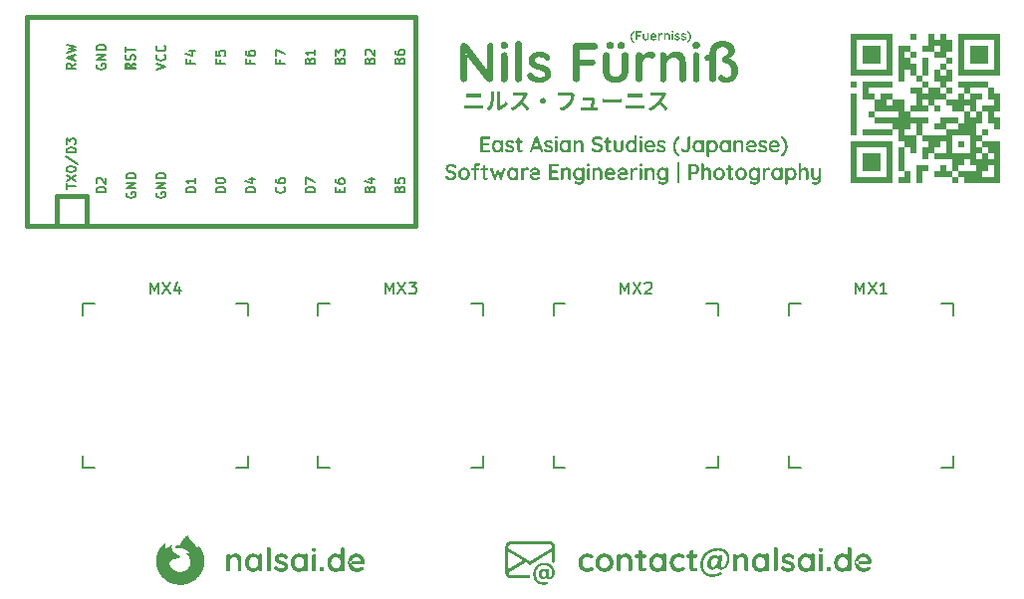
<source format=gto>
%TF.GenerationSoftware,KiCad,Pcbnew,7.0.6*%
%TF.CreationDate,2023-08-10T22:17:19+02:00*%
%TF.ProjectId,pcb,7063622e-6b69-4636-9164-5f7063625858,rev?*%
%TF.SameCoordinates,Original*%
%TF.FileFunction,Legend,Top*%
%TF.FilePolarity,Positive*%
%FSLAX46Y46*%
G04 Gerber Fmt 4.6, Leading zero omitted, Abs format (unit mm)*
G04 Created by KiCad (PCBNEW 7.0.6) date 2023-08-10 22:17:19*
%MOMM*%
%LPD*%
G01*
G04 APERTURE LIST*
%ADD10C,0.000000*%
%ADD11C,0.400000*%
%ADD12C,0.280000*%
%ADD13C,0.680000*%
%ADD14C,0.240000*%
%ADD15C,0.160000*%
%ADD16C,0.150000*%
%ADD17C,0.381000*%
%ADD18R,1.752600X1.752600*%
%ADD19C,1.752600*%
%ADD20C,1.701800*%
%ADD21C,3.000000*%
%ADD22C,3.987800*%
%ADD23C,2.286000*%
G04 APERTURE END LIST*
D10*
G36*
X94805240Y-30201241D02*
G01*
X94282000Y-30201241D01*
X94282000Y-29678000D01*
X94805240Y-29678000D01*
X94805240Y-30201241D01*
G37*
G36*
X97853240Y-32741240D02*
G01*
X97330000Y-32741240D01*
X97330000Y-32218000D01*
X97853240Y-32218000D01*
X97853240Y-32741240D01*
G37*
G36*
X97853240Y-26137241D02*
G01*
X97330000Y-26137241D01*
X97330000Y-25614001D01*
X97853240Y-25614001D01*
X97853240Y-26137241D01*
G37*
G36*
X103949239Y-32233241D02*
G01*
X103425999Y-32233241D01*
X103425999Y-31710000D01*
X103949239Y-31710000D01*
X103949239Y-32233241D01*
G37*
G36*
X103949239Y-29185241D02*
G01*
X103425999Y-29185241D01*
X103425999Y-28662001D01*
X103949239Y-28662001D01*
X103949239Y-29185241D01*
G37*
G36*
X94805240Y-29185241D02*
G01*
X94282000Y-29185241D01*
X94282000Y-28662001D01*
X94805240Y-28662001D01*
X94805240Y-29185241D01*
G37*
G36*
X102933239Y-35281240D02*
G01*
X102410000Y-35281240D01*
X102410000Y-34758000D01*
X102933239Y-34758000D01*
X102933239Y-35281240D01*
G37*
G36*
X96329240Y-24105241D02*
G01*
X95806000Y-24105241D01*
X95806000Y-23582001D01*
X96329240Y-23582001D01*
X96329240Y-24105241D01*
G37*
G36*
X91757240Y-29185241D02*
G01*
X91234000Y-29185241D01*
X91234000Y-28662001D01*
X91757240Y-28662001D01*
X91757240Y-29185241D01*
G37*
G36*
X97345239Y-28169241D02*
G01*
X96822000Y-28169241D01*
X96822000Y-27646001D01*
X97345239Y-27646001D01*
X97345239Y-28169241D01*
G37*
G36*
X101409239Y-27153241D02*
G01*
X100885999Y-27153241D01*
X100885999Y-26630001D01*
X101409239Y-26630001D01*
X101409239Y-27153241D01*
G37*
G36*
X95821240Y-29185241D02*
G01*
X95298000Y-29185241D01*
X95298000Y-28662001D01*
X95821240Y-28662001D01*
X95821240Y-29185241D01*
G37*
G36*
X98869240Y-23597241D02*
G01*
X98345999Y-23597241D01*
X98345999Y-23074001D01*
X98869240Y-23074001D01*
X98869240Y-23597241D01*
G37*
G36*
X91757240Y-31217240D02*
G01*
X91234000Y-31217240D01*
X91234000Y-30694001D01*
X91757240Y-30694001D01*
X91757240Y-31217240D01*
G37*
G36*
X103949239Y-34773240D02*
G01*
X103425999Y-34773240D01*
X103425999Y-34250000D01*
X103949239Y-34250000D01*
X103949239Y-34773240D01*
G37*
G36*
X98869240Y-30709241D02*
G01*
X98345999Y-30709241D01*
X98345999Y-30186001D01*
X98869240Y-30186001D01*
X98869240Y-30709241D01*
G37*
G36*
X103949239Y-32741240D02*
G01*
X103425999Y-32741240D01*
X103425999Y-32218000D01*
X103949239Y-32218000D01*
X103949239Y-32741240D01*
G37*
G36*
X95821240Y-25629241D02*
G01*
X95298000Y-25629241D01*
X95298000Y-25106001D01*
X95821240Y-25106001D01*
X95821240Y-25629241D01*
G37*
G36*
X93789240Y-27153241D02*
G01*
X93266000Y-27153241D01*
X93266000Y-26630001D01*
X93789240Y-26630001D01*
X93789240Y-27153241D01*
G37*
G36*
X103441239Y-29693241D02*
G01*
X102917999Y-29693241D01*
X102917999Y-29170000D01*
X103441239Y-29170000D01*
X103441239Y-29693241D01*
G37*
G36*
X101917238Y-28169241D02*
G01*
X101394000Y-28169241D01*
X101394000Y-27646001D01*
X101917238Y-27646001D01*
X101917238Y-28169241D01*
G37*
G36*
X103949239Y-35281240D02*
G01*
X103425999Y-35281240D01*
X103425999Y-34758000D01*
X103949239Y-34758000D01*
X103949239Y-35281240D01*
G37*
G36*
X97853240Y-24105241D02*
G01*
X97330000Y-24105241D01*
X97330000Y-23582001D01*
X97853240Y-23582001D01*
X97853240Y-24105241D01*
G37*
G36*
X100393239Y-31217240D02*
G01*
X99870000Y-31217240D01*
X99870000Y-30694001D01*
X100393239Y-30694001D01*
X100393239Y-31217240D01*
G37*
G36*
X100901240Y-28677240D02*
G01*
X100377999Y-28677240D01*
X100377999Y-28154001D01*
X100901240Y-28154001D01*
X100901240Y-28677240D01*
G37*
G36*
X96329240Y-31725240D02*
G01*
X95806000Y-31725240D01*
X95806000Y-31202001D01*
X96329240Y-31202001D01*
X96329240Y-31725240D01*
G37*
G36*
X95821240Y-33249239D02*
G01*
X95298000Y-33249239D01*
X95298000Y-32726001D01*
X95821240Y-32726001D01*
X95821240Y-33249239D01*
G37*
G36*
X93281240Y-31217240D02*
G01*
X92758000Y-31217240D01*
X92758000Y-30694001D01*
X93281240Y-30694001D01*
X93281240Y-31217240D01*
G37*
G36*
X99885239Y-26137241D02*
G01*
X99362000Y-26137241D01*
X99362000Y-25614001D01*
X99885239Y-25614001D01*
X99885239Y-26137241D01*
G37*
G36*
X103441239Y-27661241D02*
G01*
X102917999Y-27661241D01*
X102917999Y-27138001D01*
X103441239Y-27138001D01*
X103441239Y-27661241D01*
G37*
G36*
X103949239Y-28169241D02*
G01*
X103425999Y-28169241D01*
X103425999Y-27646001D01*
X103949239Y-27646001D01*
X103949239Y-28169241D01*
G37*
G36*
X99377240Y-30709241D02*
G01*
X98854000Y-30709241D01*
X98854000Y-30186001D01*
X99377240Y-30186001D01*
X99377240Y-30709241D01*
G37*
G36*
X98869240Y-28169241D02*
G01*
X98345999Y-28169241D01*
X98345999Y-27646001D01*
X98869240Y-27646001D01*
X98869240Y-28169241D01*
G37*
G36*
X102933239Y-33757240D02*
G01*
X102410000Y-33757240D01*
X102410000Y-33234000D01*
X102933239Y-33234000D01*
X102933239Y-33757240D01*
G37*
G36*
X102425239Y-28169241D02*
G01*
X101901999Y-28169241D01*
X101901999Y-27646001D01*
X102425239Y-27646001D01*
X102425239Y-28169241D01*
G37*
G36*
X96837240Y-29185241D02*
G01*
X96314000Y-29185241D01*
X96314000Y-28662001D01*
X96837240Y-28662001D01*
X96837240Y-29185241D01*
G37*
G36*
X99885239Y-31217240D02*
G01*
X99362000Y-31217240D01*
X99362000Y-30694001D01*
X99885239Y-30694001D01*
X99885239Y-31217240D01*
G37*
G36*
X103949239Y-33757240D02*
G01*
X103425999Y-33757240D01*
X103425999Y-33234000D01*
X103949239Y-33234000D01*
X103949239Y-33757240D01*
G37*
G36*
X97345239Y-30201241D02*
G01*
X96822000Y-30201241D01*
X96822000Y-29678000D01*
X97345239Y-29678000D01*
X97345239Y-30201241D01*
G37*
G36*
X98869240Y-32233241D02*
G01*
X98345999Y-32233241D01*
X98345999Y-31710000D01*
X98869240Y-31710000D01*
X98869240Y-32233241D01*
G37*
G36*
X96329240Y-30201241D02*
G01*
X95806000Y-30201241D01*
X95806000Y-29678000D01*
X96329240Y-29678000D01*
X96329240Y-30201241D01*
G37*
G36*
X97853240Y-27153241D02*
G01*
X97330000Y-27153241D01*
X97330000Y-26630001D01*
X97853240Y-26630001D01*
X97853240Y-27153241D01*
G37*
G36*
X93789240Y-30201241D02*
G01*
X93266000Y-30201241D01*
X93266000Y-29678000D01*
X93789240Y-29678000D01*
X93789240Y-30201241D01*
G37*
G36*
X99885239Y-28677240D02*
G01*
X99362000Y-28677240D01*
X99362000Y-28154001D01*
X99885239Y-28154001D01*
X99885239Y-28677240D01*
G37*
G36*
X97345239Y-31217240D02*
G01*
X96822000Y-31217240D01*
X96822000Y-30694001D01*
X97345239Y-30694001D01*
X97345239Y-31217240D01*
G37*
G36*
X101917238Y-31217240D02*
G01*
X101394000Y-31217240D01*
X101394000Y-30694001D01*
X101917238Y-30694001D01*
X101917238Y-31217240D01*
G37*
G36*
X103949239Y-28677240D02*
G01*
X103425999Y-28677240D01*
X103425999Y-28154001D01*
X103949239Y-28154001D01*
X103949239Y-28677240D01*
G37*
G36*
X100393239Y-33757240D02*
G01*
X99870000Y-33757240D01*
X99870000Y-33234000D01*
X100393239Y-33234000D01*
X100393239Y-33757240D01*
G37*
G36*
X96329240Y-25121241D02*
G01*
X95806000Y-25121241D01*
X95806000Y-24598001D01*
X96329240Y-24598001D01*
X96329240Y-25121241D01*
G37*
G36*
X103934000Y-26122001D02*
G01*
X100377999Y-26122001D01*
X100377999Y-23074001D01*
X100885999Y-23074001D01*
X100885999Y-25614001D01*
X103425999Y-25614001D01*
X103425999Y-23074001D01*
X100885999Y-23074001D01*
X100377999Y-23074001D01*
X100377999Y-22566001D01*
X103934000Y-22566001D01*
X103934000Y-26122001D01*
G37*
G36*
X99885239Y-32741240D02*
G01*
X99362000Y-32741240D01*
X99362000Y-32218000D01*
X99885239Y-32218000D01*
X99885239Y-32741240D01*
G37*
G36*
X34920524Y-65206434D02*
G01*
X34920775Y-65206446D01*
X34921024Y-65206468D01*
X34921273Y-65206497D01*
X34921522Y-65206535D01*
X34921769Y-65206582D01*
X34922014Y-65206637D01*
X34922259Y-65206700D01*
X34922491Y-65206746D01*
X34922720Y-65206802D01*
X34922946Y-65206868D01*
X34923168Y-65206944D01*
X34923385Y-65207030D01*
X34923599Y-65207124D01*
X34923808Y-65207229D01*
X34924012Y-65207342D01*
X34924211Y-65207464D01*
X34924405Y-65207594D01*
X34924593Y-65207734D01*
X34924774Y-65207881D01*
X34924949Y-65208037D01*
X34925118Y-65208201D01*
X34925280Y-65208373D01*
X34925434Y-65208552D01*
X34930723Y-65225045D01*
X34936454Y-65241379D01*
X34942625Y-65257545D01*
X34949232Y-65273534D01*
X34956270Y-65289339D01*
X34963736Y-65304949D01*
X34971627Y-65320356D01*
X34979938Y-65335552D01*
X34991931Y-65355718D01*
X35004048Y-65375438D01*
X35028357Y-65414133D01*
X35052795Y-65452017D01*
X35077478Y-65488912D01*
X35127493Y-65559973D01*
X35178226Y-65627790D01*
X35229506Y-65692839D01*
X35281158Y-65755593D01*
X35333008Y-65816528D01*
X35436609Y-65934833D01*
X35512638Y-66021398D01*
X35587343Y-66108685D01*
X35660144Y-66198236D01*
X35695649Y-66244342D01*
X35730461Y-66291591D01*
X35764508Y-66340177D01*
X35797716Y-66390292D01*
X35830013Y-66442128D01*
X35861327Y-66495878D01*
X35891585Y-66551736D01*
X35920715Y-66609893D01*
X35948644Y-66670541D01*
X35975300Y-66733875D01*
X35975036Y-66730436D01*
X35959685Y-66649400D01*
X35941234Y-66569108D01*
X35919713Y-66489647D01*
X35895151Y-66411105D01*
X35867576Y-66333569D01*
X35837019Y-66257127D01*
X35803509Y-66181865D01*
X35767073Y-66107872D01*
X35767073Y-66107871D01*
X35780456Y-66115177D01*
X35794047Y-66123381D01*
X35821758Y-66142353D01*
X35850012Y-66164531D01*
X35878616Y-66189656D01*
X35907376Y-66217471D01*
X35936100Y-66247718D01*
X35964594Y-66280140D01*
X35992663Y-66314477D01*
X36020116Y-66350474D01*
X36046759Y-66387872D01*
X36072398Y-66426413D01*
X36096839Y-66465840D01*
X36119890Y-66505894D01*
X36141357Y-66546319D01*
X36161046Y-66586856D01*
X36178765Y-66627248D01*
X36202082Y-66688915D01*
X36223429Y-66751172D01*
X36242797Y-66813972D01*
X36260182Y-66877268D01*
X36275577Y-66941013D01*
X36288976Y-67005160D01*
X36300373Y-67069661D01*
X36309762Y-67134470D01*
X36317137Y-67199538D01*
X36322491Y-67264819D01*
X36325819Y-67330266D01*
X36327115Y-67395831D01*
X36326372Y-67461467D01*
X36323584Y-67527127D01*
X36318746Y-67592764D01*
X36311850Y-67658330D01*
X36309469Y-67678702D01*
X36307896Y-67693537D01*
X36306225Y-67708357D01*
X36304457Y-67723166D01*
X36302590Y-67737966D01*
X36283300Y-67835389D01*
X36259607Y-67930884D01*
X36231634Y-68024355D01*
X36199503Y-68115708D01*
X36163335Y-68204851D01*
X36123253Y-68291688D01*
X36079377Y-68376127D01*
X36031830Y-68458072D01*
X35980733Y-68537430D01*
X35926209Y-68614108D01*
X35868379Y-68688010D01*
X35807364Y-68759044D01*
X35743287Y-68827116D01*
X35676269Y-68892130D01*
X35606432Y-68953994D01*
X35533898Y-69012614D01*
X35458788Y-69067895D01*
X35381225Y-69119744D01*
X35301330Y-69168066D01*
X35219224Y-69212768D01*
X35135031Y-69253756D01*
X35048870Y-69290936D01*
X34960865Y-69324214D01*
X34871137Y-69353496D01*
X34779807Y-69378688D01*
X34686998Y-69399696D01*
X34592831Y-69416427D01*
X34497428Y-69428786D01*
X34400911Y-69436679D01*
X34303401Y-69440012D01*
X34205021Y-69438692D01*
X34105892Y-69432624D01*
X34007164Y-69421838D01*
X33909978Y-69406499D01*
X33814437Y-69386721D01*
X33720645Y-69362616D01*
X33628707Y-69334299D01*
X33538727Y-69301883D01*
X33450808Y-69265480D01*
X33365056Y-69225203D01*
X33281573Y-69181166D01*
X33200464Y-69133483D01*
X33121834Y-69082265D01*
X33045786Y-69027627D01*
X32972425Y-68969682D01*
X32901854Y-68908542D01*
X32834178Y-68844322D01*
X32769501Y-68777133D01*
X32707927Y-68707090D01*
X32649560Y-68634305D01*
X32594504Y-68558892D01*
X32542864Y-68480963D01*
X32494743Y-68400633D01*
X32450245Y-68318014D01*
X32409476Y-68233219D01*
X32372538Y-68146362D01*
X32339536Y-68057555D01*
X32310575Y-67966912D01*
X32285757Y-67874547D01*
X32265188Y-67780571D01*
X32248971Y-67685099D01*
X32237211Y-67588244D01*
X32230012Y-67490119D01*
X32227477Y-67390836D01*
X32227477Y-67380252D01*
X32229349Y-67344261D01*
X32231781Y-67308323D01*
X32234765Y-67272440D01*
X32238292Y-67236617D01*
X32242353Y-67200855D01*
X32246937Y-67165158D01*
X32252036Y-67129530D01*
X32257640Y-67093973D01*
X32261919Y-67068065D01*
X32269050Y-67028786D01*
X32276430Y-66989756D01*
X32281453Y-66964592D01*
X32284098Y-66951098D01*
X32293957Y-66909353D01*
X32304834Y-66867909D01*
X32316720Y-66826785D01*
X32329608Y-66785997D01*
X32343490Y-66745564D01*
X32358358Y-66705504D01*
X32374205Y-66665834D01*
X32391021Y-66626572D01*
X32408800Y-66587737D01*
X32427533Y-66549346D01*
X32447212Y-66511417D01*
X32467830Y-66473968D01*
X32489379Y-66437017D01*
X32511850Y-66400581D01*
X32535236Y-66364679D01*
X32559529Y-66329328D01*
X32581380Y-66298818D01*
X32603864Y-66268804D01*
X32626967Y-66239286D01*
X32650679Y-66210265D01*
X32674985Y-66181739D01*
X32699875Y-66153710D01*
X32725334Y-66126177D01*
X32751353Y-66099140D01*
X32774729Y-66075776D01*
X32798614Y-66052920D01*
X32822995Y-66030586D01*
X32847859Y-66008785D01*
X32873195Y-65987529D01*
X32898990Y-65966832D01*
X32925231Y-65946705D01*
X32951907Y-65927161D01*
X32960103Y-65921898D01*
X32968422Y-65916840D01*
X32976860Y-65911990D01*
X32985413Y-65907348D01*
X32994077Y-65902917D01*
X33002849Y-65898700D01*
X33011724Y-65894698D01*
X33020698Y-65890913D01*
X33019035Y-65929128D01*
X33018309Y-65986642D01*
X33019554Y-66057526D01*
X33023807Y-66135851D01*
X33027385Y-66175951D01*
X33032103Y-66215689D01*
X33038091Y-66254323D01*
X33045478Y-66291111D01*
X33054394Y-66325315D01*
X33064967Y-66356191D01*
X33070916Y-66370150D01*
X33077329Y-66382999D01*
X33084220Y-66394646D01*
X33091607Y-66404998D01*
X33092400Y-66404998D01*
X33118371Y-66375333D01*
X33145071Y-66346385D01*
X33172483Y-66318166D01*
X33200593Y-66290689D01*
X33229386Y-66263966D01*
X33258844Y-66238009D01*
X33288953Y-66212829D01*
X33319698Y-66188439D01*
X33351061Y-66164852D01*
X33383029Y-66142078D01*
X33415585Y-66120130D01*
X33448714Y-66099020D01*
X33482399Y-66078761D01*
X33516626Y-66059364D01*
X33551379Y-66040841D01*
X33586642Y-66023204D01*
X33579097Y-66054182D01*
X33572606Y-66085333D01*
X33567169Y-66116631D01*
X33562784Y-66148050D01*
X33559452Y-66179563D01*
X33557173Y-66211143D01*
X33555946Y-66242765D01*
X33555770Y-66274402D01*
X33556646Y-66306027D01*
X33558574Y-66337614D01*
X33561552Y-66369136D01*
X33565581Y-66400568D01*
X33570660Y-66431882D01*
X33576790Y-66463052D01*
X33583969Y-66494051D01*
X33592198Y-66524854D01*
X33599106Y-66529567D01*
X33605936Y-66534375D01*
X33612685Y-66539277D01*
X33619351Y-66544268D01*
X33625930Y-66549346D01*
X33632419Y-66554508D01*
X33638815Y-66559751D01*
X33645115Y-66565071D01*
X33655930Y-66574378D01*
X33667344Y-66584609D01*
X33679657Y-66596018D01*
X33693170Y-66608859D01*
X33708183Y-66623388D01*
X33724998Y-66639857D01*
X33765236Y-66679636D01*
X33783227Y-66697098D01*
X33785608Y-66699479D01*
X33792271Y-66705873D01*
X33799046Y-66712143D01*
X33805932Y-66718289D01*
X33812927Y-66724310D01*
X33820029Y-66730203D01*
X33827238Y-66735967D01*
X33834550Y-66741602D01*
X33841965Y-66747104D01*
X33861490Y-66761303D01*
X33881968Y-66775399D01*
X33903253Y-66789359D01*
X33925201Y-66803151D01*
X33970506Y-66830090D01*
X34016722Y-66855947D01*
X34062690Y-66880453D01*
X34107251Y-66903337D01*
X34187510Y-66943160D01*
X34224155Y-66961371D01*
X34253259Y-66976134D01*
X34264488Y-66982137D01*
X34273235Y-66987176D01*
X34279304Y-66991217D01*
X34281272Y-66992852D01*
X34282496Y-66994225D01*
X34283554Y-66996342D01*
X34282745Y-67001486D01*
X34280950Y-67007306D01*
X34278223Y-67013749D01*
X34274618Y-67020757D01*
X34264990Y-67036254D01*
X34252499Y-67053355D01*
X34237576Y-67071621D01*
X34220656Y-67090610D01*
X34202169Y-67109883D01*
X34182549Y-67128997D01*
X34162229Y-67147513D01*
X34141640Y-67164990D01*
X34121216Y-67180987D01*
X34101389Y-67195064D01*
X34082590Y-67206780D01*
X34073713Y-67211615D01*
X34065254Y-67215694D01*
X34057270Y-67218963D01*
X34049813Y-67221366D01*
X34042937Y-67222848D01*
X34036698Y-67223354D01*
X33983399Y-67224367D01*
X33932893Y-67227321D01*
X33885108Y-67232085D01*
X33839971Y-67238531D01*
X33797410Y-67246530D01*
X33757353Y-67255951D01*
X33719728Y-67266666D01*
X33684463Y-67278545D01*
X33651485Y-67291458D01*
X33620723Y-67305277D01*
X33592103Y-67319873D01*
X33565555Y-67335115D01*
X33541005Y-67350874D01*
X33518381Y-67367022D01*
X33478626Y-67399963D01*
X33445710Y-67432905D01*
X33419056Y-67464812D01*
X33398087Y-67494650D01*
X33382226Y-67521382D01*
X33370895Y-67543976D01*
X33363516Y-67561395D01*
X33358306Y-67576573D01*
X33364273Y-67625542D01*
X33373447Y-67673484D01*
X33385688Y-67720334D01*
X33400855Y-67766027D01*
X33418805Y-67810496D01*
X33439399Y-67853677D01*
X33462495Y-67895503D01*
X33487952Y-67935910D01*
X33515629Y-67974832D01*
X33545385Y-68012203D01*
X33577079Y-68047957D01*
X33610570Y-68082030D01*
X33645716Y-68114356D01*
X33682378Y-68144869D01*
X33720412Y-68173504D01*
X33759679Y-68200196D01*
X33773717Y-68209017D01*
X33787899Y-68217598D01*
X33802221Y-68225938D01*
X33816681Y-68234035D01*
X33831274Y-68241887D01*
X33845999Y-68249493D01*
X33860852Y-68256851D01*
X33875831Y-68263960D01*
X33890912Y-68270562D01*
X33905994Y-68276892D01*
X33921075Y-68282973D01*
X33936156Y-68288831D01*
X33968583Y-68299621D01*
X34001351Y-68309167D01*
X34034429Y-68317467D01*
X34067787Y-68324517D01*
X34101392Y-68330315D01*
X34135214Y-68334856D01*
X34169222Y-68338139D01*
X34203385Y-68340161D01*
X34277368Y-68341345D01*
X34348346Y-68337938D01*
X34416311Y-68330138D01*
X34481252Y-68318142D01*
X34543160Y-68302150D01*
X34602023Y-68282359D01*
X34657833Y-68258969D01*
X34710579Y-68232177D01*
X34760252Y-68202183D01*
X34806840Y-68169184D01*
X34850334Y-68133379D01*
X34890725Y-68094966D01*
X34928002Y-68054144D01*
X34962154Y-68011112D01*
X34993173Y-67966067D01*
X35021047Y-67919208D01*
X35045768Y-67870734D01*
X35067324Y-67820843D01*
X35085706Y-67769734D01*
X35100904Y-67717604D01*
X35112908Y-67664653D01*
X35121708Y-67611078D01*
X35127293Y-67557079D01*
X35129655Y-67502854D01*
X35128781Y-67448600D01*
X35124664Y-67394517D01*
X35117292Y-67340803D01*
X35106656Y-67287656D01*
X35092745Y-67235276D01*
X35075550Y-67183859D01*
X35055061Y-67133605D01*
X35031267Y-67084713D01*
X35031267Y-67084448D01*
X35021990Y-67067474D01*
X35012313Y-67050748D01*
X35002242Y-67034276D01*
X34991781Y-67018066D01*
X34980937Y-67002123D01*
X34969714Y-66986455D01*
X34958119Y-66971068D01*
X34946155Y-66955969D01*
X34933830Y-66941164D01*
X34921147Y-66926660D01*
X34908113Y-66912463D01*
X34894732Y-66898580D01*
X34881011Y-66885018D01*
X34866955Y-66871784D01*
X34852568Y-66858883D01*
X34837856Y-66846323D01*
X34820254Y-66832198D01*
X34802262Y-66818597D01*
X34783892Y-66805527D01*
X34765154Y-66792998D01*
X34746063Y-66781015D01*
X34726628Y-66769587D01*
X34706863Y-66758722D01*
X34686779Y-66748427D01*
X34685985Y-66747898D01*
X34718648Y-66744422D01*
X34751312Y-66742467D01*
X34783928Y-66742021D01*
X34816445Y-66743072D01*
X34848814Y-66745607D01*
X34880984Y-66749616D01*
X34912905Y-66755084D01*
X34944528Y-66762001D01*
X34975802Y-66770355D01*
X35006677Y-66780132D01*
X35037104Y-66791321D01*
X35067032Y-66803910D01*
X35096411Y-66817886D01*
X35125192Y-66833238D01*
X35153323Y-66849953D01*
X35180756Y-66868019D01*
X35163083Y-66838051D01*
X35144500Y-66808818D01*
X35125031Y-66780336D01*
X35104699Y-66752618D01*
X35083530Y-66725679D01*
X35061545Y-66699531D01*
X35038770Y-66674189D01*
X35015228Y-66649667D01*
X34990943Y-66625979D01*
X34965939Y-66603139D01*
X34940240Y-66581160D01*
X34913869Y-66560057D01*
X34886851Y-66539844D01*
X34859209Y-66520534D01*
X34830968Y-66502142D01*
X34802150Y-66484681D01*
X34772781Y-66468165D01*
X34742883Y-66452609D01*
X34712482Y-66438025D01*
X34681599Y-66424430D01*
X34650261Y-66411835D01*
X34618489Y-66400255D01*
X34586309Y-66389704D01*
X34553744Y-66380196D01*
X34520818Y-66371745D01*
X34487555Y-66364365D01*
X34453978Y-66358069D01*
X34420112Y-66352872D01*
X34385981Y-66348788D01*
X34351607Y-66345830D01*
X34317016Y-66344013D01*
X34282231Y-66343350D01*
X34274527Y-66343410D01*
X34266881Y-66343578D01*
X34251705Y-66344177D01*
X34236578Y-66345025D01*
X34221377Y-66345996D01*
X34210265Y-66346790D01*
X34210265Y-66346525D01*
X34209735Y-66346525D01*
X34182900Y-66348719D01*
X34156145Y-66351613D01*
X34129484Y-66355206D01*
X34102931Y-66359495D01*
X34076499Y-66364478D01*
X34050203Y-66370153D01*
X34024055Y-66376516D01*
X33998069Y-66383567D01*
X33987380Y-66372842D01*
X33976598Y-66362214D01*
X33965722Y-66351681D01*
X33954753Y-66341246D01*
X33943692Y-66330909D01*
X33932540Y-66320669D01*
X33921296Y-66310529D01*
X33909963Y-66300488D01*
X33903590Y-66295150D01*
X33897146Y-66289899D01*
X33890632Y-66284736D01*
X33884049Y-66279663D01*
X33877398Y-66274679D01*
X33870680Y-66269785D01*
X33863895Y-66264982D01*
X33857046Y-66260271D01*
X33853530Y-66247750D01*
X33850187Y-66235183D01*
X33847016Y-66222573D01*
X33844018Y-66209922D01*
X33841193Y-66197230D01*
X33838542Y-66184501D01*
X33836065Y-66171736D01*
X33833762Y-66158936D01*
X33877138Y-66143839D01*
X33920980Y-66130307D01*
X33965248Y-66118348D01*
X34009899Y-66107971D01*
X34054890Y-66099186D01*
X34100179Y-66092002D01*
X34145723Y-66086427D01*
X34191479Y-66082471D01*
X34204708Y-66081677D01*
X34216011Y-66080809D01*
X34229050Y-66079891D01*
X34243478Y-66079073D01*
X34251105Y-66078747D01*
X34258948Y-66078502D01*
X34275762Y-66023848D01*
X34295317Y-65967747D01*
X34317722Y-65910515D01*
X34343081Y-65852465D01*
X34371503Y-65793914D01*
X34403093Y-65735174D01*
X34437958Y-65676562D01*
X34476204Y-65618392D01*
X34517939Y-65560978D01*
X34563268Y-65504635D01*
X34612299Y-65449679D01*
X34665137Y-65396423D01*
X34721890Y-65345182D01*
X34782665Y-65296272D01*
X34847566Y-65250006D01*
X34916702Y-65206700D01*
X34915909Y-65208023D01*
X34916702Y-65207759D01*
X34917231Y-65207229D01*
X34917761Y-65207229D01*
X34918290Y-65206700D01*
X34918534Y-65206637D01*
X34918780Y-65206582D01*
X34919027Y-65206535D01*
X34919275Y-65206497D01*
X34919524Y-65206468D01*
X34919774Y-65206446D01*
X34920024Y-65206434D01*
X34920274Y-65206429D01*
X34920524Y-65206434D01*
G37*
G36*
X96837240Y-27661241D02*
G01*
X96314000Y-27661241D01*
X96314000Y-27138001D01*
X96837240Y-27138001D01*
X96837240Y-27661241D01*
G37*
G36*
X95821240Y-31217240D02*
G01*
X95298000Y-31217240D01*
X95298000Y-30694001D01*
X95821240Y-30694001D01*
X95821240Y-31217240D01*
G37*
G36*
X100393239Y-29185241D02*
G01*
X99870000Y-29185241D01*
X99870000Y-28662001D01*
X100393239Y-28662001D01*
X100393239Y-29185241D01*
G37*
G36*
X92773240Y-27661241D02*
G01*
X92250000Y-27661241D01*
X92250000Y-27138001D01*
X92773240Y-27138001D01*
X92773240Y-27661241D01*
G37*
G36*
X97345239Y-30709241D02*
G01*
X96822000Y-30709241D01*
X96822000Y-30186001D01*
X97345239Y-30186001D01*
X97345239Y-30709241D01*
G37*
G36*
X100901240Y-30709241D02*
G01*
X100377999Y-30709241D01*
X100377999Y-30186001D01*
X100901240Y-30186001D01*
X100901240Y-30709241D01*
G37*
G36*
X65634762Y-65729253D02*
G01*
X65660824Y-65731192D01*
X65686664Y-65734402D01*
X65712240Y-65738864D01*
X65737507Y-65744562D01*
X65762423Y-65751476D01*
X65786943Y-65759589D01*
X65811026Y-65768883D01*
X65834626Y-65779340D01*
X65857702Y-65790942D01*
X65880209Y-65803671D01*
X65902104Y-65817509D01*
X65923344Y-65832438D01*
X65943886Y-65848440D01*
X65963686Y-65865497D01*
X65982700Y-65883592D01*
X66000794Y-65902606D01*
X66017852Y-65922406D01*
X66033854Y-65942947D01*
X66048783Y-65964187D01*
X66062621Y-65986083D01*
X66075350Y-66008590D01*
X66086952Y-66031665D01*
X66097409Y-66055266D01*
X66106703Y-66079348D01*
X66114816Y-66103869D01*
X66121730Y-66128785D01*
X66127427Y-66154052D01*
X66131890Y-66179627D01*
X66135100Y-66205468D01*
X66137039Y-66231529D01*
X66137689Y-66257769D01*
X66137689Y-67448394D01*
X66137616Y-67452814D01*
X66137396Y-67457210D01*
X66137032Y-67461579D01*
X66136526Y-67465917D01*
X66135879Y-67470223D01*
X66135092Y-67474493D01*
X66134169Y-67478723D01*
X66133110Y-67482911D01*
X66131917Y-67487055D01*
X66130592Y-67491150D01*
X66129137Y-67495194D01*
X66127553Y-67499183D01*
X66125842Y-67503116D01*
X66124006Y-67506988D01*
X66122046Y-67510797D01*
X66119965Y-67514540D01*
X66117764Y-67518214D01*
X66115445Y-67521815D01*
X66113010Y-67525341D01*
X66110460Y-67528789D01*
X66107796Y-67532156D01*
X66105022Y-67535438D01*
X66102138Y-67538633D01*
X66099146Y-67541738D01*
X66096049Y-67544749D01*
X66092847Y-67547664D01*
X66089542Y-67550480D01*
X66086137Y-67553193D01*
X66082633Y-67555801D01*
X66079031Y-67558300D01*
X66075334Y-67560688D01*
X66071543Y-67562962D01*
X66063762Y-67567116D01*
X66055786Y-67570716D01*
X66047643Y-67573763D01*
X66039361Y-67576255D01*
X66030967Y-67578194D01*
X66022490Y-67579578D01*
X66013958Y-67580409D01*
X66005397Y-67580686D01*
X65996837Y-67580409D01*
X65988304Y-67579578D01*
X65979827Y-67578194D01*
X65971434Y-67576255D01*
X65963152Y-67573763D01*
X65955009Y-67570716D01*
X65947033Y-67567116D01*
X65939251Y-67562962D01*
X65931763Y-67558300D01*
X65924658Y-67553193D01*
X65917948Y-67547664D01*
X65911648Y-67541738D01*
X65905773Y-67535438D01*
X65900335Y-67528789D01*
X65895349Y-67521815D01*
X65890829Y-67514540D01*
X65886789Y-67506988D01*
X65883242Y-67499183D01*
X65880203Y-67491150D01*
X65877685Y-67482911D01*
X65875703Y-67474493D01*
X65874269Y-67465917D01*
X65873399Y-67457210D01*
X65873106Y-67448394D01*
X65873106Y-66623688D01*
X64021023Y-67734938D01*
X63670185Y-67524594D01*
X62177935Y-68442963D01*
X62181057Y-68453701D01*
X62184601Y-68464225D01*
X62188556Y-68474525D01*
X62192910Y-68484595D01*
X62197655Y-68494424D01*
X62202777Y-68504006D01*
X62214116Y-68522392D01*
X62226839Y-68539688D01*
X62240860Y-68555827D01*
X62256094Y-68570742D01*
X62272455Y-68584369D01*
X62289855Y-68596639D01*
X62308208Y-68607488D01*
X62327429Y-68616849D01*
X62347431Y-68624656D01*
X62368127Y-68630843D01*
X62378709Y-68633308D01*
X62389432Y-68635343D01*
X62400286Y-68636940D01*
X62411260Y-68638090D01*
X62422342Y-68638786D01*
X62433523Y-68639019D01*
X63888731Y-68639019D01*
X63893151Y-68639093D01*
X63897547Y-68639312D01*
X63901915Y-68639676D01*
X63906254Y-68640182D01*
X63910560Y-68640830D01*
X63914829Y-68641616D01*
X63919060Y-68642539D01*
X63923248Y-68643598D01*
X63927391Y-68644791D01*
X63931486Y-68646116D01*
X63935530Y-68647572D01*
X63939520Y-68649156D01*
X63943452Y-68650867D01*
X63947325Y-68652703D01*
X63951134Y-68654662D01*
X63954877Y-68656743D01*
X63958550Y-68658944D01*
X63962152Y-68661263D01*
X63965678Y-68663698D01*
X63969126Y-68666249D01*
X63972492Y-68668912D01*
X63975775Y-68671686D01*
X63978970Y-68674570D01*
X63982074Y-68677562D01*
X63985086Y-68680660D01*
X63988001Y-68683861D01*
X63990816Y-68687166D01*
X63993530Y-68690571D01*
X63996137Y-68694075D01*
X63998637Y-68697677D01*
X64001025Y-68701374D01*
X64003299Y-68705165D01*
X64007453Y-68712946D01*
X64011053Y-68720922D01*
X64014099Y-68729065D01*
X64016592Y-68737347D01*
X64018530Y-68745741D01*
X64019915Y-68754218D01*
X64020746Y-68762750D01*
X64021023Y-68771311D01*
X64020746Y-68779871D01*
X64019915Y-68788404D01*
X64018530Y-68796881D01*
X64016592Y-68805274D01*
X64014099Y-68813556D01*
X64011053Y-68821699D01*
X64007453Y-68829675D01*
X64003299Y-68837457D01*
X63998637Y-68844945D01*
X63993530Y-68852051D01*
X63988001Y-68858760D01*
X63982074Y-68865060D01*
X63975775Y-68870935D01*
X63969126Y-68876373D01*
X63962152Y-68881359D01*
X63954877Y-68885879D01*
X63947325Y-68889919D01*
X63939520Y-68893466D01*
X63931486Y-68896505D01*
X63923248Y-68899023D01*
X63914829Y-68901006D01*
X63906254Y-68902439D01*
X63897547Y-68903309D01*
X63888731Y-68903602D01*
X62433518Y-68903602D01*
X62406382Y-68902919D01*
X62379600Y-68900889D01*
X62353204Y-68897546D01*
X62327228Y-68892923D01*
X62301705Y-68887053D01*
X62276668Y-68879968D01*
X62252149Y-68871701D01*
X62228182Y-68862286D01*
X62204800Y-68851754D01*
X62182036Y-68840140D01*
X62159923Y-68827475D01*
X62138493Y-68813793D01*
X62117781Y-68799126D01*
X62097818Y-68783508D01*
X62078638Y-68766970D01*
X62060274Y-68749547D01*
X62042759Y-68731271D01*
X62026126Y-68712174D01*
X62010408Y-68692289D01*
X61995638Y-68671651D01*
X61981849Y-68650290D01*
X61969074Y-68628240D01*
X61957346Y-68605535D01*
X61946698Y-68582206D01*
X61937163Y-68558287D01*
X61928774Y-68533810D01*
X61921564Y-68508809D01*
X61915566Y-68483315D01*
X61910813Y-68457363D01*
X61907339Y-68430985D01*
X61905175Y-68404214D01*
X61904356Y-68377082D01*
X61904356Y-66623688D01*
X62168939Y-66623688D01*
X62168939Y-68137634D01*
X63414598Y-67371136D01*
X62168939Y-66623688D01*
X61904356Y-66623688D01*
X61904356Y-66315184D01*
X62168939Y-66315184D01*
X64021023Y-67426434D01*
X65873106Y-66315184D01*
X65873106Y-66257769D01*
X65872781Y-66244649D01*
X65871811Y-66231618D01*
X65870206Y-66218698D01*
X65867975Y-66205911D01*
X65865126Y-66193277D01*
X65861669Y-66180819D01*
X65857613Y-66168559D01*
X65852966Y-66156518D01*
X65847737Y-66144717D01*
X65841936Y-66133180D01*
X65835572Y-66121926D01*
X65828653Y-66110978D01*
X65821188Y-66100358D01*
X65813187Y-66090088D01*
X65804658Y-66080188D01*
X65795611Y-66070681D01*
X65786104Y-66061633D01*
X65776204Y-66053105D01*
X65765934Y-66045104D01*
X65755313Y-66037639D01*
X65744366Y-66030720D01*
X65733112Y-66024356D01*
X65721575Y-66018555D01*
X65709774Y-66013326D01*
X65697733Y-66008679D01*
X65685473Y-66004623D01*
X65673015Y-66001165D01*
X65660381Y-65998317D01*
X65647593Y-65996086D01*
X65634673Y-65994481D01*
X65621642Y-65993511D01*
X65608522Y-65993186D01*
X62433523Y-65993186D01*
X62420403Y-65993511D01*
X62407372Y-65994481D01*
X62394452Y-65996086D01*
X62381664Y-65998317D01*
X62369030Y-66001165D01*
X62356573Y-66004623D01*
X62344312Y-66008679D01*
X62332271Y-66013326D01*
X62320471Y-66018555D01*
X62308933Y-66024356D01*
X62297679Y-66030720D01*
X62286732Y-66037639D01*
X62276112Y-66045104D01*
X62265841Y-66053105D01*
X62255941Y-66061633D01*
X62246434Y-66070681D01*
X62237387Y-66080188D01*
X62228858Y-66090088D01*
X62220857Y-66100358D01*
X62213392Y-66110978D01*
X62206473Y-66121926D01*
X62200109Y-66133180D01*
X62194308Y-66144717D01*
X62189080Y-66156518D01*
X62184433Y-66168559D01*
X62180376Y-66180819D01*
X62176919Y-66193277D01*
X62174070Y-66205911D01*
X62171839Y-66218698D01*
X62170234Y-66231618D01*
X62169264Y-66244649D01*
X62168939Y-66257769D01*
X62168939Y-66315184D01*
X61904356Y-66315184D01*
X61904356Y-66257769D01*
X61905006Y-66231529D01*
X61906945Y-66205468D01*
X61910155Y-66179627D01*
X61914618Y-66154052D01*
X61920315Y-66128785D01*
X61927229Y-66103869D01*
X61935342Y-66079348D01*
X61944636Y-66055266D01*
X61955093Y-66031665D01*
X61966695Y-66008590D01*
X61979424Y-65986083D01*
X61993262Y-65964187D01*
X62008191Y-65942947D01*
X62024193Y-65922406D01*
X62041251Y-65902606D01*
X62059345Y-65883592D01*
X62078360Y-65865497D01*
X62098159Y-65848440D01*
X62118701Y-65832438D01*
X62139941Y-65817509D01*
X62161836Y-65803671D01*
X62184343Y-65790942D01*
X62207419Y-65779340D01*
X62231019Y-65768883D01*
X62255102Y-65759589D01*
X62279622Y-65751476D01*
X62304538Y-65744562D01*
X62329805Y-65738864D01*
X62355381Y-65734402D01*
X62381221Y-65731192D01*
X62407283Y-65729253D01*
X62433523Y-65728603D01*
X65608522Y-65728603D01*
X65634762Y-65729253D01*
G37*
G36*
X98869240Y-33249239D02*
G01*
X98345999Y-33249239D01*
X98345999Y-32726001D01*
X98869240Y-32726001D01*
X98869240Y-33249239D01*
G37*
G36*
X98361240Y-31725240D02*
G01*
X97837999Y-31725240D01*
X97837999Y-31202001D01*
X98361240Y-31202001D01*
X98361240Y-31725240D01*
G37*
G36*
X91757240Y-29693241D02*
G01*
X91234000Y-29693241D01*
X91234000Y-29170000D01*
X91757240Y-29170000D01*
X91757240Y-29693241D01*
G37*
G36*
X91757240Y-28169241D02*
G01*
X91234000Y-28169241D01*
X91234000Y-27646001D01*
X91757240Y-27646001D01*
X91757240Y-28169241D01*
G37*
G36*
X92773240Y-28169241D02*
G01*
X92250000Y-28169241D01*
X92250000Y-27646001D01*
X92773240Y-27646001D01*
X92773240Y-28169241D01*
G37*
G36*
X95821240Y-31725240D02*
G01*
X95298000Y-31725240D01*
X95298000Y-31202001D01*
X95821240Y-31202001D01*
X95821240Y-31725240D01*
G37*
G36*
X99377240Y-34265240D02*
G01*
X98854000Y-34265240D01*
X98854000Y-33742001D01*
X99377240Y-33742001D01*
X99377240Y-34265240D01*
G37*
G36*
X100901240Y-34773240D02*
G01*
X100377999Y-34773240D01*
X100377999Y-34250000D01*
X100901240Y-34250000D01*
X100901240Y-34773240D01*
G37*
G36*
X97853240Y-30201241D02*
G01*
X97330000Y-30201241D01*
X97330000Y-29678000D01*
X97853240Y-29678000D01*
X97853240Y-30201241D01*
G37*
G36*
X93281240Y-27153241D02*
G01*
X92758000Y-27153241D01*
X92758000Y-26630001D01*
X93281240Y-26630001D01*
X93281240Y-27153241D01*
G37*
G36*
X101409239Y-34773240D02*
G01*
X100885999Y-34773240D01*
X100885999Y-34250000D01*
X101409239Y-34250000D01*
X101409239Y-34773240D01*
G37*
G36*
X95313240Y-30201241D02*
G01*
X94790000Y-30201241D01*
X94790000Y-29678000D01*
X95313240Y-29678000D01*
X95313240Y-30201241D01*
G37*
G36*
X98869240Y-29185241D02*
G01*
X98345999Y-29185241D01*
X98345999Y-28662001D01*
X98869240Y-28662001D01*
X98869240Y-29185241D01*
G37*
G36*
X102933239Y-31217240D02*
G01*
X102410000Y-31217240D01*
X102410000Y-30694001D01*
X102933239Y-30694001D01*
X102933239Y-31217240D01*
G37*
G36*
X99885239Y-27661241D02*
G01*
X99362000Y-27661241D01*
X99362000Y-27138001D01*
X99885239Y-27138001D01*
X99885239Y-27661241D01*
G37*
G36*
X102425239Y-27153241D02*
G01*
X101901999Y-27153241D01*
X101901999Y-26630001D01*
X102425239Y-26630001D01*
X102425239Y-27153241D01*
G37*
G36*
X100393239Y-34265240D02*
G01*
X99870000Y-34265240D01*
X99870000Y-33742001D01*
X100393239Y-33742001D01*
X100393239Y-34265240D01*
G37*
G36*
X98869240Y-26645241D02*
G01*
X98345999Y-26645241D01*
X98345999Y-26122001D01*
X98869240Y-26122001D01*
X98869240Y-26645241D01*
G37*
G36*
X98361240Y-27661241D02*
G01*
X97837999Y-27661241D01*
X97837999Y-27138001D01*
X98361240Y-27138001D01*
X98361240Y-27661241D01*
G37*
G36*
X103949239Y-30709241D02*
G01*
X103425999Y-30709241D01*
X103425999Y-30186001D01*
X103949239Y-30186001D01*
X103949239Y-30709241D01*
G37*
G36*
X102933239Y-32233241D02*
G01*
X102410000Y-32233241D01*
X102410000Y-31710000D01*
X102933239Y-31710000D01*
X102933239Y-32233241D01*
G37*
G36*
X97853240Y-31725240D02*
G01*
X97330000Y-31725240D01*
X97330000Y-31202001D01*
X97853240Y-31202001D01*
X97853240Y-31725240D01*
G37*
G36*
X96329240Y-30709241D02*
G01*
X95806000Y-30709241D01*
X95806000Y-30186001D01*
X96329240Y-30186001D01*
X96329240Y-30709241D01*
G37*
G36*
X103441239Y-32741240D02*
G01*
X102917999Y-32741240D01*
X102917999Y-32218000D01*
X103441239Y-32218000D01*
X103441239Y-32741240D01*
G37*
G36*
X96329240Y-34773240D02*
G01*
X95806000Y-34773240D01*
X95806000Y-34250000D01*
X96329240Y-34250000D01*
X96329240Y-34773240D01*
G37*
G36*
X93774000Y-34250000D02*
G01*
X92250000Y-34250000D01*
X92250000Y-32726001D01*
X93774000Y-32726001D01*
X93774000Y-34250000D01*
G37*
G36*
X96837240Y-26137241D02*
G01*
X96314000Y-26137241D01*
X96314000Y-25614001D01*
X96837240Y-25614001D01*
X96837240Y-26137241D01*
G37*
G36*
X99885239Y-34773240D02*
G01*
X99362000Y-34773240D01*
X99362000Y-34250000D01*
X99885239Y-34250000D01*
X99885239Y-34773240D01*
G37*
G36*
X97853240Y-25121241D02*
G01*
X97330000Y-25121241D01*
X97330000Y-24598001D01*
X97853240Y-24598001D01*
X97853240Y-25121241D01*
G37*
G36*
X98361240Y-32741240D02*
G01*
X97837999Y-32741240D01*
X97837999Y-32218000D01*
X98361240Y-32218000D01*
X98361240Y-32741240D01*
G37*
G36*
X96837240Y-32233241D02*
G01*
X96314000Y-32233241D01*
X96314000Y-31710000D01*
X96837240Y-31710000D01*
X96837240Y-32233241D01*
G37*
G36*
X98361240Y-32233241D02*
G01*
X97837999Y-32233241D01*
X97837999Y-31710000D01*
X98361240Y-31710000D01*
X98361240Y-32233241D01*
G37*
G36*
X98869240Y-31725240D02*
G01*
X98345999Y-31725240D01*
X98345999Y-31202001D01*
X98869240Y-31202001D01*
X98869240Y-31725240D01*
G37*
G36*
X94297240Y-31217240D02*
G01*
X93774000Y-31217240D01*
X93774000Y-30694001D01*
X94297240Y-30694001D01*
X94297240Y-31217240D01*
G37*
G36*
X99377240Y-34773240D02*
G01*
X98854000Y-34773240D01*
X98854000Y-34250000D01*
X99377240Y-34250000D01*
X99377240Y-34773240D01*
G37*
G36*
X101917238Y-35281240D02*
G01*
X101394000Y-35281240D01*
X101394000Y-34758000D01*
X101917238Y-34758000D01*
X101917238Y-35281240D01*
G37*
G36*
X99377240Y-26645241D02*
G01*
X98854000Y-26645241D01*
X98854000Y-26122001D01*
X99377240Y-26122001D01*
X99377240Y-26645241D01*
G37*
G36*
X95821240Y-26137241D02*
G01*
X95298000Y-26137241D01*
X95298000Y-25614001D01*
X95821240Y-25614001D01*
X95821240Y-26137241D01*
G37*
G36*
X101409239Y-31217240D02*
G01*
X100885999Y-31217240D01*
X100885999Y-30694001D01*
X101409239Y-30694001D01*
X101409239Y-31217240D01*
G37*
G36*
X91757240Y-30201241D02*
G01*
X91234000Y-30201241D01*
X91234000Y-29678000D01*
X91757240Y-29678000D01*
X91757240Y-30201241D01*
G37*
G36*
X100901240Y-32233241D02*
G01*
X100377999Y-32233241D01*
X100377999Y-31710000D01*
X100901240Y-31710000D01*
X100901240Y-32233241D01*
G37*
G36*
X96837240Y-30201241D02*
G01*
X96314000Y-30201241D01*
X96314000Y-29678000D01*
X96837240Y-29678000D01*
X96837240Y-30201241D01*
G37*
G36*
X96329240Y-32233241D02*
G01*
X95806000Y-32233241D01*
X95806000Y-31710000D01*
X96329240Y-31710000D01*
X96329240Y-32233241D01*
G37*
G36*
X103441239Y-33757240D02*
G01*
X102917999Y-33757240D01*
X102917999Y-33234000D01*
X103441239Y-33234000D01*
X103441239Y-33757240D01*
G37*
G36*
X94805240Y-28169241D02*
G01*
X94282000Y-28169241D01*
X94282000Y-27646001D01*
X94805240Y-27646001D01*
X94805240Y-28169241D01*
G37*
G36*
X100901240Y-27153241D02*
G01*
X100377999Y-27153241D01*
X100377999Y-26630001D01*
X100901240Y-26630001D01*
X100901240Y-27153241D01*
G37*
G36*
X101917238Y-33249239D02*
G01*
X101394000Y-33249239D01*
X101394000Y-32726001D01*
X101917238Y-32726001D01*
X101917238Y-33249239D01*
G37*
G36*
X100901240Y-31217240D02*
G01*
X100377999Y-31217240D01*
X100377999Y-30694001D01*
X100901240Y-30694001D01*
X100901240Y-31217240D01*
G37*
G36*
X95313240Y-29185241D02*
G01*
X94790000Y-29185241D01*
X94790000Y-28662001D01*
X95313240Y-28662001D01*
X95313240Y-29185241D01*
G37*
G36*
X102933239Y-33249239D02*
G01*
X102410000Y-33249239D01*
X102410000Y-32726001D01*
X102933239Y-32726001D01*
X102933239Y-33249239D01*
G37*
G36*
X98361240Y-24105241D02*
G01*
X97837999Y-24105241D01*
X97837999Y-23582001D01*
X98361240Y-23582001D01*
X98361240Y-24105241D01*
G37*
G36*
X102933239Y-29185241D02*
G01*
X102410000Y-29185241D01*
X102410000Y-28662001D01*
X102933239Y-28662001D01*
X102933239Y-29185241D01*
G37*
G36*
X100901240Y-29185241D02*
G01*
X100377999Y-29185241D01*
X100377999Y-28662001D01*
X100901240Y-28662001D01*
X100901240Y-29185241D01*
G37*
G36*
X97853240Y-29185241D02*
G01*
X97330000Y-29185241D01*
X97330000Y-28662001D01*
X97853240Y-28662001D01*
X97853240Y-29185241D01*
G37*
G36*
X93281240Y-29693241D02*
G01*
X92758000Y-29693241D01*
X92758000Y-29170000D01*
X93281240Y-29170000D01*
X93281240Y-29693241D01*
G37*
G36*
X98869240Y-24613241D02*
G01*
X98345999Y-24613241D01*
X98345999Y-24090001D01*
X98869240Y-24090001D01*
X98869240Y-24613241D01*
G37*
G36*
X101917238Y-28677240D02*
G01*
X101394000Y-28677240D01*
X101394000Y-28154001D01*
X101917238Y-28154001D01*
X101917238Y-28677240D01*
G37*
G36*
X102425239Y-33757240D02*
G01*
X101901999Y-33757240D01*
X101901999Y-33234000D01*
X102425239Y-33234000D01*
X102425239Y-33757240D01*
G37*
G36*
X96837240Y-32741240D02*
G01*
X96314000Y-32741240D01*
X96314000Y-32218000D01*
X96837240Y-32218000D01*
X96837240Y-32741240D01*
G37*
G36*
X94297240Y-28677240D02*
G01*
X93774000Y-28677240D01*
X93774000Y-28154001D01*
X94297240Y-28154001D01*
X94297240Y-28677240D01*
G37*
G36*
X96329240Y-25629241D02*
G01*
X95806000Y-25629241D01*
X95806000Y-25106001D01*
X96329240Y-25106001D01*
X96329240Y-25629241D01*
G37*
G36*
X102425239Y-34265240D02*
G01*
X101901999Y-34265240D01*
X101901999Y-33742001D01*
X102425239Y-33742001D01*
X102425239Y-34265240D01*
G37*
G36*
X101917238Y-31725240D02*
G01*
X101394000Y-31725240D01*
X101394000Y-31202001D01*
X101917238Y-31202001D01*
X101917238Y-31725240D01*
G37*
G36*
X94790000Y-35266001D02*
G01*
X91234000Y-35266001D01*
X91234000Y-32218000D01*
X91742000Y-32218000D01*
X91742000Y-34758000D01*
X94282000Y-34758000D01*
X94282000Y-32218000D01*
X91742000Y-32218000D01*
X91234000Y-32218000D01*
X91234000Y-31710000D01*
X94790000Y-31710000D01*
X94790000Y-35266001D01*
G37*
G36*
X97345239Y-26645241D02*
G01*
X96822000Y-26645241D01*
X96822000Y-26122001D01*
X97345239Y-26122001D01*
X97345239Y-26645241D01*
G37*
G36*
X101917238Y-34773240D02*
G01*
X101394000Y-34773240D01*
X101394000Y-34250000D01*
X101917238Y-34250000D01*
X101917238Y-34773240D01*
G37*
G36*
X100901240Y-33249239D02*
G01*
X100377999Y-33249239D01*
X100377999Y-32726001D01*
X100901240Y-32726001D01*
X100901240Y-33249239D01*
G37*
G36*
X91757240Y-30709241D02*
G01*
X91234000Y-30709241D01*
X91234000Y-30186001D01*
X91757240Y-30186001D01*
X91757240Y-30709241D01*
G37*
G36*
X95821240Y-24613241D02*
G01*
X95298000Y-24613241D01*
X95298000Y-24090001D01*
X95821240Y-24090001D01*
X95821240Y-24613241D01*
G37*
G36*
X93774000Y-25106001D02*
G01*
X92250000Y-25106001D01*
X92250000Y-23582001D01*
X93774000Y-23582001D01*
X93774000Y-25106001D01*
G37*
G36*
X96837240Y-23089241D02*
G01*
X96314000Y-23089241D01*
X96314000Y-22566001D01*
X96837240Y-22566001D01*
X96837240Y-23089241D01*
G37*
G36*
X102425239Y-29693241D02*
G01*
X101901999Y-29693241D01*
X101901999Y-29170000D01*
X102425239Y-29170000D01*
X102425239Y-29693241D01*
G37*
G36*
X103441239Y-29185241D02*
G01*
X102917999Y-29185241D01*
X102917999Y-28662001D01*
X103441239Y-28662001D01*
X103441239Y-29185241D01*
G37*
G36*
X101409239Y-33249239D02*
G01*
X100885999Y-33249239D01*
X100885999Y-32726001D01*
X101409239Y-32726001D01*
X101409239Y-33249239D01*
G37*
G36*
X93789240Y-29185241D02*
G01*
X93266000Y-29185241D01*
X93266000Y-28662001D01*
X93789240Y-28662001D01*
X93789240Y-29185241D01*
G37*
G36*
X101409239Y-29693241D02*
G01*
X100885999Y-29693241D01*
X100885999Y-29170000D01*
X101409239Y-29170000D01*
X101409239Y-29693241D01*
G37*
G36*
X99377240Y-33249239D02*
G01*
X98854000Y-33249239D01*
X98854000Y-32726001D01*
X99377240Y-32726001D01*
X99377240Y-33249239D01*
G37*
G36*
X65268805Y-67581784D02*
G01*
X65319223Y-67585039D01*
X65368179Y-67590388D01*
X65415660Y-67597772D01*
X65461654Y-67607130D01*
X65506147Y-67618400D01*
X65549127Y-67631522D01*
X65590580Y-67646435D01*
X65630494Y-67663078D01*
X65668856Y-67681390D01*
X65705652Y-67701311D01*
X65740870Y-67722780D01*
X65774496Y-67745735D01*
X65806518Y-67770116D01*
X65836923Y-67795862D01*
X65865697Y-67822912D01*
X65892828Y-67851206D01*
X65918303Y-67880682D01*
X65942109Y-67911279D01*
X65964232Y-67942938D01*
X65984660Y-67975596D01*
X66003380Y-68009194D01*
X66020378Y-68043669D01*
X66035643Y-68078962D01*
X66049160Y-68115012D01*
X66060917Y-68151757D01*
X66070901Y-68189138D01*
X66079098Y-68227092D01*
X66085497Y-68265559D01*
X66090083Y-68304479D01*
X66092845Y-68343790D01*
X66093768Y-68383431D01*
X66093768Y-68438994D01*
X66093322Y-68467720D01*
X66091988Y-68495938D01*
X66089774Y-68523621D01*
X66086686Y-68550742D01*
X66082732Y-68577276D01*
X66077918Y-68603194D01*
X66072251Y-68628473D01*
X66065739Y-68653083D01*
X66058388Y-68677000D01*
X66050205Y-68700197D01*
X66041197Y-68722647D01*
X66031372Y-68744324D01*
X66020736Y-68765202D01*
X66009296Y-68785253D01*
X65997059Y-68804452D01*
X65984032Y-68822772D01*
X65970223Y-68840187D01*
X65955637Y-68856670D01*
X65940283Y-68872194D01*
X65924166Y-68886734D01*
X65907295Y-68900263D01*
X65889675Y-68912754D01*
X65871315Y-68924181D01*
X65852220Y-68934517D01*
X65832399Y-68943737D01*
X65811857Y-68951813D01*
X65790602Y-68958719D01*
X65768641Y-68964429D01*
X65745981Y-68968916D01*
X65722628Y-68972153D01*
X65698590Y-68974115D01*
X65673874Y-68974775D01*
X65673875Y-68974776D01*
X65661404Y-68974599D01*
X65648958Y-68974071D01*
X65636555Y-68973193D01*
X65624212Y-68971966D01*
X65611949Y-68970394D01*
X65599783Y-68968476D01*
X65587734Y-68966215D01*
X65575818Y-68963614D01*
X65564054Y-68960672D01*
X65552461Y-68957393D01*
X65541057Y-68953778D01*
X65529860Y-68949828D01*
X65518889Y-68945546D01*
X65508161Y-68940934D01*
X65497695Y-68935992D01*
X65487509Y-68930723D01*
X65477621Y-68925128D01*
X65468051Y-68919209D01*
X65458815Y-68912969D01*
X65449932Y-68906408D01*
X65441421Y-68899528D01*
X65433300Y-68892332D01*
X65425587Y-68884820D01*
X65418300Y-68876996D01*
X65411457Y-68868859D01*
X65405078Y-68860413D01*
X65399179Y-68851659D01*
X65393780Y-68842598D01*
X65388898Y-68833232D01*
X65384552Y-68823564D01*
X65380761Y-68813595D01*
X65377542Y-68803326D01*
X65366164Y-68803326D01*
X65363001Y-68813498D01*
X65359375Y-68823375D01*
X65355299Y-68832955D01*
X65350784Y-68842237D01*
X65345844Y-68851218D01*
X65340491Y-68859898D01*
X65334738Y-68868273D01*
X65328598Y-68876342D01*
X65322082Y-68884104D01*
X65315205Y-68891556D01*
X65300415Y-68905524D01*
X65284328Y-68918232D01*
X65267045Y-68929664D01*
X65248667Y-68939807D01*
X65229297Y-68948645D01*
X65209034Y-68956164D01*
X65187980Y-68962348D01*
X65166236Y-68967184D01*
X65143903Y-68970657D01*
X65121083Y-68972751D01*
X65097877Y-68973453D01*
X65078996Y-68973034D01*
X65060559Y-68971785D01*
X65042577Y-68969713D01*
X65025060Y-68966830D01*
X65008017Y-68963143D01*
X64991459Y-68958663D01*
X64975396Y-68953398D01*
X64959839Y-68947358D01*
X64944797Y-68940552D01*
X64930280Y-68932990D01*
X64916300Y-68924680D01*
X64902865Y-68915633D01*
X64889987Y-68905857D01*
X64877675Y-68895361D01*
X64865940Y-68884156D01*
X64854791Y-68872250D01*
X64844239Y-68859652D01*
X64834294Y-68846372D01*
X64824966Y-68832419D01*
X64816266Y-68817803D01*
X64808203Y-68802533D01*
X64800788Y-68786618D01*
X64794031Y-68770067D01*
X64787942Y-68752889D01*
X64782531Y-68735095D01*
X64777809Y-68716693D01*
X64773785Y-68697693D01*
X64770470Y-68678103D01*
X64767874Y-68657934D01*
X64766008Y-68637194D01*
X64764880Y-68615893D01*
X64764502Y-68594040D01*
X64764502Y-68554881D01*
X65024851Y-68554881D01*
X65025026Y-68569107D01*
X65025549Y-68582766D01*
X65026413Y-68595866D01*
X65027615Y-68608416D01*
X65029149Y-68620421D01*
X65031011Y-68631891D01*
X65033196Y-68642833D01*
X65035699Y-68653253D01*
X65038515Y-68663159D01*
X65041640Y-68672560D01*
X65045068Y-68681462D01*
X65048794Y-68689873D01*
X65052814Y-68697801D01*
X65057124Y-68705252D01*
X65061717Y-68712236D01*
X65066589Y-68718758D01*
X65071736Y-68724827D01*
X65077153Y-68730449D01*
X65082834Y-68735634D01*
X65088775Y-68740387D01*
X65094971Y-68744717D01*
X65101418Y-68748631D01*
X65108109Y-68752137D01*
X65115041Y-68755241D01*
X65122209Y-68757953D01*
X65129608Y-68760278D01*
X65137232Y-68762225D01*
X65145078Y-68763802D01*
X65153140Y-68765015D01*
X65161413Y-68765872D01*
X65169893Y-68766380D01*
X65178574Y-68766548D01*
X65193810Y-68766003D01*
X65208611Y-68764308D01*
X65222901Y-68761374D01*
X65236605Y-68757110D01*
X65243213Y-68754452D01*
X65249647Y-68751428D01*
X65255895Y-68748027D01*
X65261951Y-68744238D01*
X65267802Y-68740049D01*
X65273442Y-68735450D01*
X65278859Y-68730429D01*
X65284044Y-68724975D01*
X65288988Y-68719077D01*
X65293682Y-68712724D01*
X65298116Y-68705904D01*
X65302280Y-68698607D01*
X65306165Y-68690820D01*
X65309763Y-68682533D01*
X65313062Y-68673735D01*
X65316054Y-68664415D01*
X65318730Y-68654561D01*
X65321079Y-68644162D01*
X65323093Y-68633206D01*
X65324762Y-68621684D01*
X65326077Y-68609583D01*
X65327027Y-68596893D01*
X65327605Y-68583601D01*
X65327799Y-68569698D01*
X65327799Y-68472596D01*
X65327588Y-68460047D01*
X65326963Y-68447994D01*
X65325936Y-68436430D01*
X65324519Y-68425349D01*
X65322726Y-68414745D01*
X65320567Y-68404612D01*
X65318055Y-68394942D01*
X65315203Y-68385730D01*
X65312022Y-68376969D01*
X65308526Y-68368653D01*
X65304725Y-68360775D01*
X65300634Y-68353329D01*
X65296263Y-68346308D01*
X65291625Y-68339707D01*
X65286732Y-68333519D01*
X65281597Y-68327737D01*
X65276231Y-68322355D01*
X65270648Y-68317366D01*
X65264859Y-68312765D01*
X65258876Y-68308544D01*
X65252712Y-68304698D01*
X65246380Y-68301220D01*
X65239890Y-68298103D01*
X65233256Y-68295342D01*
X65226490Y-68292929D01*
X65219605Y-68290859D01*
X65212611Y-68289125D01*
X65205522Y-68287720D01*
X65198350Y-68286639D01*
X65191107Y-68285875D01*
X65183806Y-68285421D01*
X65176458Y-68285271D01*
X65159669Y-68286034D01*
X65143660Y-68288338D01*
X65135961Y-68290075D01*
X65128472Y-68292205D01*
X65121200Y-68294732D01*
X65114148Y-68297657D01*
X65107323Y-68300983D01*
X65100730Y-68304714D01*
X65094373Y-68308852D01*
X65088259Y-68313399D01*
X65082391Y-68318359D01*
X65076776Y-68323734D01*
X65071419Y-68329527D01*
X65066325Y-68335740D01*
X65061499Y-68342377D01*
X65056947Y-68349439D01*
X65052673Y-68356930D01*
X65048683Y-68364853D01*
X65044982Y-68373209D01*
X65041575Y-68382003D01*
X65038468Y-68391235D01*
X65035666Y-68400910D01*
X65030998Y-68421598D01*
X65027611Y-68444087D01*
X65025548Y-68468399D01*
X65024852Y-68494556D01*
X65024852Y-68554617D01*
X65024851Y-68554881D01*
X64764502Y-68554881D01*
X64764502Y-68454340D01*
X64764873Y-68433607D01*
X64765981Y-68413337D01*
X64767817Y-68393541D01*
X64770372Y-68374234D01*
X64773637Y-68355428D01*
X64777603Y-68337135D01*
X64782262Y-68319369D01*
X64787603Y-68302143D01*
X64793619Y-68285469D01*
X64800301Y-68269360D01*
X64807639Y-68253829D01*
X64815624Y-68238888D01*
X64824249Y-68224552D01*
X64833503Y-68210832D01*
X64843378Y-68197741D01*
X64853865Y-68185292D01*
X64864955Y-68173499D01*
X64876639Y-68162373D01*
X64888909Y-68151928D01*
X64901754Y-68142176D01*
X64915168Y-68133131D01*
X64929139Y-68124805D01*
X64943661Y-68117211D01*
X64958722Y-68110361D01*
X64974316Y-68104270D01*
X64990433Y-68098949D01*
X65007063Y-68094411D01*
X65024199Y-68090670D01*
X65041830Y-68087738D01*
X65059949Y-68085627D01*
X65078546Y-68084352D01*
X65097612Y-68083924D01*
X65111914Y-68084178D01*
X65125753Y-68084929D01*
X65139134Y-68086160D01*
X65152062Y-68087852D01*
X65164541Y-68089988D01*
X65176576Y-68092550D01*
X65188173Y-68095520D01*
X65199336Y-68098881D01*
X65210071Y-68102615D01*
X65220382Y-68106703D01*
X65230274Y-68111129D01*
X65239752Y-68115875D01*
X65248822Y-68120923D01*
X65257487Y-68126255D01*
X65265754Y-68131853D01*
X65273626Y-68137700D01*
X65281110Y-68143778D01*
X65288209Y-68150070D01*
X65294929Y-68156556D01*
X65301274Y-68163221D01*
X65307250Y-68170046D01*
X65312862Y-68177013D01*
X65318115Y-68184105D01*
X65323012Y-68191303D01*
X65331764Y-68205950D01*
X65339157Y-68220811D01*
X65345231Y-68235746D01*
X65350025Y-68250611D01*
X65357962Y-68250611D01*
X65357962Y-68100063D01*
X65597675Y-68100063D01*
X65597675Y-68679501D01*
X65597812Y-68686151D01*
X65598218Y-68692608D01*
X65598889Y-68698871D01*
X65599818Y-68704938D01*
X65600999Y-68710808D01*
X65602425Y-68716480D01*
X65604092Y-68721952D01*
X65605992Y-68727225D01*
X65608121Y-68732296D01*
X65610471Y-68737164D01*
X65613037Y-68741828D01*
X65615813Y-68746287D01*
X65618793Y-68750540D01*
X65621971Y-68754586D01*
X65625340Y-68758423D01*
X65628895Y-68762051D01*
X65632631Y-68765467D01*
X65636540Y-68768672D01*
X65640617Y-68771663D01*
X65644855Y-68774441D01*
X65649250Y-68777002D01*
X65653794Y-68779347D01*
X65658482Y-68781474D01*
X65663308Y-68783383D01*
X65668265Y-68785071D01*
X65673349Y-68786537D01*
X65678552Y-68787782D01*
X65683869Y-68788802D01*
X65689294Y-68789598D01*
X65694820Y-68790168D01*
X65700442Y-68790511D01*
X65706154Y-68790626D01*
X65721787Y-68789330D01*
X65737347Y-68785404D01*
X65752705Y-68778792D01*
X65767731Y-68769438D01*
X65782297Y-68757286D01*
X65796274Y-68742280D01*
X65809532Y-68724363D01*
X65821942Y-68703479D01*
X65833376Y-68679571D01*
X65843703Y-68652585D01*
X65852796Y-68622463D01*
X65860526Y-68589150D01*
X65866762Y-68552588D01*
X65871376Y-68512723D01*
X65874239Y-68469497D01*
X65875222Y-68422855D01*
X65875222Y-68391634D01*
X65874490Y-68360165D01*
X65872303Y-68329086D01*
X65868681Y-68298438D01*
X65863640Y-68268259D01*
X65857198Y-68238591D01*
X65849373Y-68209473D01*
X65840183Y-68180944D01*
X65829644Y-68153046D01*
X65817774Y-68125817D01*
X65804592Y-68099298D01*
X65790114Y-68073528D01*
X65774359Y-68048548D01*
X65757343Y-68024397D01*
X65739085Y-68001116D01*
X65719602Y-67978743D01*
X65698911Y-67957320D01*
X65677030Y-67936886D01*
X65653977Y-67917481D01*
X65629770Y-67899145D01*
X65604425Y-67881918D01*
X65577961Y-67865840D01*
X65550395Y-67850950D01*
X65521744Y-67837289D01*
X65492027Y-67824896D01*
X65461261Y-67813812D01*
X65429463Y-67804076D01*
X65396651Y-67795729D01*
X65362843Y-67788810D01*
X65328056Y-67783358D01*
X65292308Y-67779415D01*
X65255616Y-67777020D01*
X65217998Y-67776213D01*
X65207414Y-67776213D01*
X65168584Y-67777036D01*
X65130591Y-67779490D01*
X65093463Y-67783553D01*
X65057225Y-67789200D01*
X65021902Y-67796409D01*
X64987522Y-67805156D01*
X64954109Y-67815419D01*
X64921689Y-67827174D01*
X64890289Y-67840399D01*
X64859933Y-67855070D01*
X64830649Y-67871163D01*
X64802462Y-67888657D01*
X64775398Y-67907528D01*
X64749482Y-67927752D01*
X64724741Y-67949307D01*
X64701200Y-67972170D01*
X64678886Y-67996317D01*
X64657823Y-68021725D01*
X64638039Y-68048372D01*
X64619559Y-68076233D01*
X64602408Y-68105287D01*
X64586613Y-68135510D01*
X64572199Y-68166878D01*
X64559193Y-68199369D01*
X64547620Y-68232959D01*
X64537507Y-68267626D01*
X64528878Y-68303346D01*
X64521760Y-68340096D01*
X64516179Y-68377854D01*
X64512160Y-68416595D01*
X64509730Y-68456298D01*
X64508914Y-68496938D01*
X64508914Y-68538477D01*
X64509864Y-68583954D01*
X64512676Y-68627771D01*
X64517295Y-68669944D01*
X64523667Y-68710487D01*
X64531735Y-68749413D01*
X64541445Y-68786737D01*
X64552741Y-68822473D01*
X64565568Y-68856635D01*
X64579871Y-68889236D01*
X64595595Y-68920292D01*
X64612684Y-68949816D01*
X64631084Y-68977823D01*
X64650738Y-69004325D01*
X64671592Y-69029339D01*
X64693590Y-69052877D01*
X64716678Y-69074953D01*
X64740800Y-69095582D01*
X64765901Y-69114779D01*
X64791925Y-69132556D01*
X64818818Y-69148928D01*
X64846524Y-69163910D01*
X64874987Y-69177515D01*
X64904154Y-69189757D01*
X64933967Y-69200651D01*
X64964373Y-69210210D01*
X64995316Y-69218449D01*
X65058592Y-69231023D01*
X65123353Y-69238484D01*
X65189158Y-69240946D01*
X65200799Y-69240946D01*
X65225700Y-69240731D01*
X65250070Y-69240093D01*
X65273869Y-69239045D01*
X65297058Y-69237597D01*
X65319596Y-69235762D01*
X65341442Y-69233551D01*
X65362557Y-69230976D01*
X65382899Y-69228048D01*
X65402429Y-69224778D01*
X65421107Y-69221180D01*
X65438891Y-69217263D01*
X65455742Y-69213041D01*
X65471620Y-69208524D01*
X65486483Y-69203724D01*
X65500293Y-69198652D01*
X65513008Y-69193321D01*
X65513008Y-69386467D01*
X65501510Y-69391391D01*
X65488754Y-69396129D01*
X65474755Y-69400663D01*
X65459525Y-69404975D01*
X65425427Y-69412861D01*
X65386570Y-69419639D01*
X65343062Y-69425165D01*
X65295012Y-69429292D01*
X65242528Y-69431876D01*
X65185718Y-69432769D01*
X65174077Y-69432769D01*
X65126833Y-69431856D01*
X65080383Y-69429122D01*
X65034773Y-69424578D01*
X64990049Y-69418230D01*
X64946257Y-69410090D01*
X64903444Y-69400165D01*
X64861657Y-69388465D01*
X64820941Y-69374999D01*
X64781342Y-69359775D01*
X64742908Y-69342804D01*
X64705684Y-69324093D01*
X64669717Y-69303651D01*
X64635053Y-69281489D01*
X64601738Y-69257614D01*
X64569819Y-69232036D01*
X64539341Y-69204764D01*
X64510352Y-69175807D01*
X64482898Y-69145174D01*
X64457025Y-69112873D01*
X64432778Y-69078915D01*
X64410206Y-69043307D01*
X64389353Y-69006059D01*
X64370266Y-68967180D01*
X64352992Y-68926679D01*
X64337577Y-68884565D01*
X64324066Y-68840847D01*
X64312508Y-68795533D01*
X64302946Y-68748634D01*
X64295429Y-68700158D01*
X64290003Y-68650113D01*
X64286713Y-68598510D01*
X64285606Y-68545357D01*
X64285606Y-68488736D01*
X64286700Y-68437898D01*
X64289959Y-68388195D01*
X64295343Y-68339658D01*
X64302817Y-68292320D01*
X64312341Y-68246211D01*
X64323880Y-68201363D01*
X64337394Y-68157807D01*
X64352847Y-68115574D01*
X64370201Y-68074697D01*
X64389419Y-68035205D01*
X64410463Y-67997132D01*
X64433295Y-67960508D01*
X64457877Y-67925364D01*
X64484174Y-67891732D01*
X64512145Y-67859643D01*
X64541756Y-67829130D01*
X64572966Y-67800222D01*
X64605740Y-67772952D01*
X64640040Y-67747350D01*
X64675828Y-67723449D01*
X64713066Y-67701280D01*
X64751717Y-67680874D01*
X64791743Y-67662262D01*
X64833107Y-67645476D01*
X64875772Y-67630547D01*
X64919699Y-67617507D01*
X64964852Y-67606387D01*
X65011192Y-67597218D01*
X65058682Y-67590032D01*
X65107285Y-67584861D01*
X65156963Y-67581735D01*
X65207679Y-67580686D01*
X65216939Y-67580686D01*
X65268805Y-67581784D01*
G37*
G36*
X99885239Y-32233241D02*
G01*
X99362000Y-32233241D01*
X99362000Y-31710000D01*
X99885239Y-31710000D01*
X99885239Y-32233241D01*
G37*
G36*
X95313240Y-28677240D02*
G01*
X94790000Y-28677240D01*
X94790000Y-28154001D01*
X95313240Y-28154001D01*
X95313240Y-28677240D01*
G37*
G36*
X99377240Y-23597241D02*
G01*
X98854000Y-23597241D01*
X98854000Y-23074001D01*
X99377240Y-23074001D01*
X99377240Y-23597241D01*
G37*
G36*
X97853240Y-28169241D02*
G01*
X97330000Y-28169241D01*
X97330000Y-27646001D01*
X97853240Y-27646001D01*
X97853240Y-28169241D01*
G37*
G36*
X102425239Y-32741240D02*
G01*
X101901999Y-32741240D01*
X101901999Y-32218000D01*
X102425239Y-32218000D01*
X102425239Y-32741240D01*
G37*
G36*
X98869240Y-26137241D02*
G01*
X98345999Y-26137241D01*
X98345999Y-25614001D01*
X98869240Y-25614001D01*
X98869240Y-26137241D01*
G37*
G36*
X96329240Y-29693241D02*
G01*
X95806000Y-29693241D01*
X95806000Y-29170000D01*
X96329240Y-29170000D01*
X96329240Y-29693241D01*
G37*
G36*
X95821240Y-30709241D02*
G01*
X95298000Y-30709241D01*
X95298000Y-30186001D01*
X95821240Y-30186001D01*
X95821240Y-30709241D01*
G37*
G36*
X97345239Y-29185241D02*
G01*
X96822000Y-29185241D01*
X96822000Y-28662001D01*
X97345239Y-28662001D01*
X97345239Y-29185241D01*
G37*
G36*
X95821240Y-34265240D02*
G01*
X95298000Y-34265240D01*
X95298000Y-33742001D01*
X95821240Y-33742001D01*
X95821240Y-34265240D01*
G37*
G36*
X103441239Y-30201241D02*
G01*
X102917999Y-30201241D01*
X102917999Y-29678000D01*
X103441239Y-29678000D01*
X103441239Y-30201241D01*
G37*
G36*
X94297240Y-27153241D02*
G01*
X93774000Y-27153241D01*
X93774000Y-26630001D01*
X94297240Y-26630001D01*
X94297240Y-27153241D01*
G37*
G36*
X101917238Y-32233241D02*
G01*
X101394000Y-32233241D01*
X101394000Y-31710000D01*
X101917238Y-31710000D01*
X101917238Y-32233241D01*
G37*
G36*
X91757240Y-28677240D02*
G01*
X91234000Y-28677240D01*
X91234000Y-28154001D01*
X91757240Y-28154001D01*
X91757240Y-28677240D01*
G37*
G36*
X101917238Y-30709241D02*
G01*
X101394000Y-30709241D01*
X101394000Y-30186001D01*
X101917238Y-30186001D01*
X101917238Y-30709241D01*
G37*
G36*
X97853240Y-25629241D02*
G01*
X97330000Y-25629241D01*
X97330000Y-25106001D01*
X97853240Y-25106001D01*
X97853240Y-25629241D01*
G37*
G36*
X93281240Y-28169241D02*
G01*
X92758000Y-28169241D01*
X92758000Y-27646001D01*
X93281240Y-27646001D01*
X93281240Y-28169241D01*
G37*
G36*
X103949239Y-33249239D02*
G01*
X103425999Y-33249239D01*
X103425999Y-32726001D01*
X103949239Y-32726001D01*
X103949239Y-33249239D01*
G37*
G36*
X95821240Y-35281240D02*
G01*
X95298000Y-35281240D01*
X95298000Y-34758000D01*
X95821240Y-34758000D01*
X95821240Y-35281240D01*
G37*
G36*
X99885239Y-33249239D02*
G01*
X99362000Y-33249239D01*
X99362000Y-32726001D01*
X99885239Y-32726001D01*
X99885239Y-33249239D01*
G37*
G36*
X101917238Y-33757240D02*
G01*
X101394000Y-33757240D01*
X101394000Y-33234000D01*
X101917238Y-33234000D01*
X101917238Y-33757240D01*
G37*
G36*
X100393239Y-35281240D02*
G01*
X99870000Y-35281240D01*
X99870000Y-34758000D01*
X100393239Y-34758000D01*
X100393239Y-35281240D01*
G37*
G36*
X97345239Y-27661241D02*
G01*
X96822000Y-27661241D01*
X96822000Y-27138001D01*
X97345239Y-27138001D01*
X97345239Y-27661241D01*
G37*
G36*
X99377240Y-27153241D02*
G01*
X98854000Y-27153241D01*
X98854000Y-26630001D01*
X99377240Y-26630001D01*
X99377240Y-27153241D01*
G37*
G36*
X100393239Y-30201241D02*
G01*
X99870000Y-30201241D01*
X99870000Y-29678000D01*
X100393239Y-29678000D01*
X100393239Y-30201241D01*
G37*
G36*
X98869240Y-27661241D02*
G01*
X98345999Y-27661241D01*
X98345999Y-27138001D01*
X98869240Y-27138001D01*
X98869240Y-27661241D01*
G37*
G36*
X99885239Y-30201241D02*
G01*
X99362000Y-30201241D01*
X99362000Y-29678000D01*
X99885239Y-29678000D01*
X99885239Y-30201241D01*
G37*
G36*
X92773240Y-27153241D02*
G01*
X92250000Y-27153241D01*
X92250000Y-26630001D01*
X92773240Y-26630001D01*
X92773240Y-27153241D01*
G37*
G36*
X93789240Y-31217240D02*
G01*
X93266000Y-31217240D01*
X93266000Y-30694001D01*
X93789240Y-30694001D01*
X93789240Y-31217240D01*
G37*
G36*
X99885239Y-24105241D02*
G01*
X99362000Y-24105241D01*
X99362000Y-23582001D01*
X99885239Y-23582001D01*
X99885239Y-24105241D01*
G37*
G36*
X97853240Y-33249239D02*
G01*
X97330000Y-33249239D01*
X97330000Y-32726001D01*
X97853240Y-32726001D01*
X97853240Y-33249239D01*
G37*
G36*
X102933239Y-27153241D02*
G01*
X102410000Y-27153241D01*
X102410000Y-26630001D01*
X102933239Y-26630001D01*
X102933239Y-27153241D01*
G37*
G36*
X95821240Y-24105241D02*
G01*
X95298000Y-24105241D01*
X95298000Y-23582001D01*
X95821240Y-23582001D01*
X95821240Y-24105241D01*
G37*
G36*
X99885239Y-23597241D02*
G01*
X99362000Y-23597241D01*
X99362000Y-23074001D01*
X99885239Y-23074001D01*
X99885239Y-23597241D01*
G37*
G36*
X98869240Y-34773240D02*
G01*
X98345999Y-34773240D01*
X98345999Y-34250000D01*
X98869240Y-34250000D01*
X98869240Y-34773240D01*
G37*
G36*
X98361240Y-28169241D02*
G01*
X97837999Y-28169241D01*
X97837999Y-27646001D01*
X98361240Y-27646001D01*
X98361240Y-28169241D01*
G37*
G36*
X103441239Y-35281240D02*
G01*
X102917999Y-35281240D01*
X102917999Y-34758000D01*
X103441239Y-34758000D01*
X103441239Y-35281240D01*
G37*
G36*
X99377240Y-25629241D02*
G01*
X98854000Y-25629241D01*
X98854000Y-25106001D01*
X99377240Y-25106001D01*
X99377240Y-25629241D01*
G37*
G36*
X99885239Y-25121241D02*
G01*
X99362000Y-25121241D01*
X99362000Y-24598001D01*
X99885239Y-24598001D01*
X99885239Y-25121241D01*
G37*
G36*
X103949239Y-34265240D02*
G01*
X103425999Y-34265240D01*
X103425999Y-33742001D01*
X103949239Y-33742001D01*
X103949239Y-34265240D01*
G37*
G36*
X102917999Y-25106001D02*
G01*
X101394000Y-25106001D01*
X101394000Y-23582001D01*
X102917999Y-23582001D01*
X102917999Y-25106001D01*
G37*
G36*
X100393239Y-28677240D02*
G01*
X99870000Y-28677240D01*
X99870000Y-28154001D01*
X100393239Y-28154001D01*
X100393239Y-28677240D01*
G37*
G36*
X102933239Y-34265240D02*
G01*
X102410000Y-34265240D01*
X102410000Y-33742001D01*
X102933239Y-33742001D01*
X102933239Y-34265240D01*
G37*
G36*
X96837240Y-31725240D02*
G01*
X96314000Y-31725240D01*
X96314000Y-31202001D01*
X96837240Y-31202001D01*
X96837240Y-31725240D01*
G37*
G36*
X96329240Y-35281240D02*
G01*
X95806000Y-35281240D01*
X95806000Y-34758000D01*
X96329240Y-34758000D01*
X96329240Y-35281240D01*
G37*
G36*
X91757240Y-27153241D02*
G01*
X91234000Y-27153241D01*
X91234000Y-26630001D01*
X91757240Y-26630001D01*
X91757240Y-27153241D01*
G37*
G36*
X96837240Y-24613241D02*
G01*
X96314000Y-24613241D01*
X96314000Y-24090001D01*
X96837240Y-24090001D01*
X96837240Y-24613241D01*
G37*
G36*
X95821240Y-33757240D02*
G01*
X95298000Y-33757240D01*
X95298000Y-33234000D01*
X95821240Y-33234000D01*
X95821240Y-33757240D01*
G37*
G36*
X101409239Y-30709241D02*
G01*
X100885999Y-30709241D01*
X100885999Y-30186001D01*
X101409239Y-30186001D01*
X101409239Y-30709241D01*
G37*
G36*
X103441239Y-32233241D02*
G01*
X102917999Y-32233241D01*
X102917999Y-31710000D01*
X103441239Y-31710000D01*
X103441239Y-32233241D01*
G37*
G36*
X94805240Y-27153241D02*
G01*
X94282000Y-27153241D01*
X94282000Y-26630001D01*
X94805240Y-26630001D01*
X94805240Y-27153241D01*
G37*
G36*
X99377240Y-31725240D02*
G01*
X98854000Y-31725240D01*
X98854000Y-31202001D01*
X99377240Y-31202001D01*
X99377240Y-31725240D01*
G37*
G36*
X99377240Y-23089241D02*
G01*
X98854000Y-23089241D01*
X98854000Y-22566001D01*
X99377240Y-22566001D01*
X99377240Y-23089241D01*
G37*
G36*
X101409239Y-27661241D02*
G01*
X100885999Y-27661241D01*
X100885999Y-27138001D01*
X101409239Y-27138001D01*
X101409239Y-27661241D01*
G37*
G36*
X97345239Y-34265240D02*
G01*
X96822000Y-34265240D01*
X96822000Y-33742001D01*
X97345239Y-33742001D01*
X97345239Y-34265240D01*
G37*
G36*
X103441239Y-28169241D02*
G01*
X102917999Y-28169241D01*
X102917999Y-27646001D01*
X103441239Y-27646001D01*
X103441239Y-28169241D01*
G37*
G36*
X98361240Y-23089241D02*
G01*
X97837999Y-23089241D01*
X97837999Y-22566001D01*
X98361240Y-22566001D01*
X98361240Y-23089241D01*
G37*
G36*
X94790000Y-26122001D02*
G01*
X91234000Y-26122001D01*
X91234000Y-23074001D01*
X91742000Y-23074001D01*
X91742000Y-25614001D01*
X94282000Y-25614001D01*
X94282000Y-23074001D01*
X91742000Y-23074001D01*
X91234000Y-23074001D01*
X91234000Y-22566001D01*
X94790000Y-22566001D01*
X94790000Y-26122001D01*
G37*
G36*
X98361240Y-23597241D02*
G01*
X97837999Y-23597241D01*
X97837999Y-23074001D01*
X98361240Y-23074001D01*
X98361240Y-23597241D01*
G37*
G36*
X95821240Y-25121241D02*
G01*
X95298000Y-25121241D01*
X95298000Y-24598001D01*
X95821240Y-24598001D01*
X95821240Y-25121241D01*
G37*
G36*
X101917238Y-27153241D02*
G01*
X101394000Y-27153241D01*
X101394000Y-26630001D01*
X101917238Y-26630001D01*
X101917238Y-27153241D01*
G37*
G36*
X94297240Y-28169241D02*
G01*
X93774000Y-28169241D01*
X93774000Y-27646001D01*
X94297240Y-27646001D01*
X94297240Y-28169241D01*
G37*
G36*
X96837240Y-25629241D02*
G01*
X96314000Y-25629241D01*
X96314000Y-25106001D01*
X96837240Y-25106001D01*
X96837240Y-25629241D01*
G37*
G36*
X99377240Y-24105241D02*
G01*
X98854000Y-24105241D01*
X98854000Y-23582001D01*
X99377240Y-23582001D01*
X99377240Y-24105241D01*
G37*
G36*
X97345239Y-34773240D02*
G01*
X96822000Y-34773240D01*
X96822000Y-34250000D01*
X97345239Y-34250000D01*
X97345239Y-34773240D01*
G37*
G36*
X95313240Y-30709241D02*
G01*
X94790000Y-30709241D01*
X94790000Y-30186001D01*
X95313240Y-30186001D01*
X95313240Y-30709241D01*
G37*
G36*
X97345239Y-28677240D02*
G01*
X96822000Y-28677240D01*
X96822000Y-28154001D01*
X97345239Y-28154001D01*
X97345239Y-28677240D01*
G37*
G36*
X94297240Y-29185241D02*
G01*
X93774000Y-29185241D01*
X93774000Y-28662001D01*
X94297240Y-28662001D01*
X94297240Y-29185241D01*
G37*
G36*
X95821240Y-26645241D02*
G01*
X95298000Y-26645241D01*
X95298000Y-26122001D01*
X95821240Y-26122001D01*
X95821240Y-26645241D01*
G37*
G36*
X99885239Y-31725240D02*
G01*
X99362000Y-31725240D01*
X99362000Y-31202001D01*
X99885239Y-31202001D01*
X99885239Y-31725240D01*
G37*
G36*
X92773240Y-31217240D02*
G01*
X92250000Y-31217240D01*
X92250000Y-30694001D01*
X92773240Y-30694001D01*
X92773240Y-31217240D01*
G37*
G36*
X97345239Y-35281240D02*
G01*
X96822000Y-35281240D01*
X96822000Y-34758000D01*
X97345239Y-34758000D01*
X97345239Y-35281240D01*
G37*
G36*
X99377240Y-30201241D02*
G01*
X98854000Y-30201241D01*
X98854000Y-29678000D01*
X99377240Y-29678000D01*
X99377240Y-30201241D01*
G37*
G36*
X100393239Y-33249239D02*
G01*
X99870000Y-33249239D01*
X99870000Y-32726001D01*
X100393239Y-32726001D01*
X100393239Y-33249239D01*
G37*
G36*
X99377240Y-24613241D02*
G01*
X98854000Y-24613241D01*
X98854000Y-24090001D01*
X99377240Y-24090001D01*
X99377240Y-24613241D01*
G37*
G36*
X93789240Y-28677240D02*
G01*
X93266000Y-28677240D01*
X93266000Y-28154001D01*
X93789240Y-28154001D01*
X93789240Y-28677240D01*
G37*
G36*
X100901240Y-28169241D02*
G01*
X100377999Y-28169241D01*
X100377999Y-27646001D01*
X100901240Y-27646001D01*
X100901240Y-28169241D01*
G37*
G36*
X99885239Y-26645241D02*
G01*
X99362000Y-26645241D01*
X99362000Y-26122001D01*
X99885239Y-26122001D01*
X99885239Y-26645241D01*
G37*
G36*
X95821240Y-28677240D02*
G01*
X95298000Y-28677240D01*
X95298000Y-28154001D01*
X95821240Y-28154001D01*
X95821240Y-28677240D01*
G37*
G36*
X101409239Y-28677240D02*
G01*
X100885999Y-28677240D01*
X100885999Y-28154001D01*
X101409239Y-28154001D01*
X101409239Y-28677240D01*
G37*
G36*
X94805240Y-31217240D02*
G01*
X94282000Y-31217240D01*
X94282000Y-30694001D01*
X94805240Y-30694001D01*
X94805240Y-31217240D01*
G37*
G36*
X95821240Y-29693241D02*
G01*
X95298000Y-29693241D01*
X95298000Y-29170000D01*
X95821240Y-29170000D01*
X95821240Y-29693241D01*
G37*
G36*
X94297240Y-30201241D02*
G01*
X93774000Y-30201241D01*
X93774000Y-29678000D01*
X94297240Y-29678000D01*
X94297240Y-30201241D01*
G37*
G36*
X101917238Y-29185241D02*
G01*
X101394000Y-29185241D01*
X101394000Y-28662001D01*
X101917238Y-28662001D01*
X101917238Y-29185241D01*
G37*
G36*
X101917238Y-32741240D02*
G01*
X101394000Y-32741240D01*
X101394000Y-32218000D01*
X101917238Y-32218000D01*
X101917238Y-32741240D01*
G37*
G36*
X102425239Y-30201241D02*
G01*
X101901999Y-30201241D01*
X101901999Y-29678000D01*
X102425239Y-29678000D01*
X102425239Y-30201241D01*
G37*
G36*
X100901240Y-33757240D02*
G01*
X100377999Y-33757240D01*
X100377999Y-33234000D01*
X100901240Y-33234000D01*
X100901240Y-33757240D01*
G37*
G36*
X97853240Y-34265240D02*
G01*
X97330000Y-34265240D01*
X97330000Y-33742001D01*
X97853240Y-33742001D01*
X97853240Y-34265240D01*
G37*
G36*
X102425239Y-35281240D02*
G01*
X101901999Y-35281240D01*
X101901999Y-34758000D01*
X102425239Y-34758000D01*
X102425239Y-35281240D01*
G37*
G36*
X102425239Y-31725240D02*
G01*
X101901999Y-31725240D01*
X101901999Y-31202001D01*
X102425239Y-31202001D01*
X102425239Y-31725240D01*
G37*
G36*
X101917238Y-30201241D02*
G01*
X101394000Y-30201241D01*
X101394000Y-29678000D01*
X101917238Y-29678000D01*
X101917238Y-30201241D01*
G37*
G36*
X99377240Y-28169241D02*
G01*
X98854000Y-28169241D01*
X98854000Y-27646001D01*
X99377240Y-27646001D01*
X99377240Y-28169241D01*
G37*
G36*
X101409239Y-30201241D02*
G01*
X100885999Y-30201241D01*
X100885999Y-29678000D01*
X101409239Y-29678000D01*
X101409239Y-30201241D01*
G37*
G36*
X101409239Y-35281240D02*
G01*
X100885999Y-35281240D01*
X100885999Y-34758000D01*
X101409239Y-34758000D01*
X101409239Y-35281240D01*
G37*
G36*
X102425239Y-34773240D02*
G01*
X101901999Y-34773240D01*
X101901999Y-34250000D01*
X102425239Y-34250000D01*
X102425239Y-34773240D01*
G37*
G36*
X95821240Y-32741240D02*
G01*
X95298000Y-32741240D01*
X95298000Y-32218000D01*
X95821240Y-32218000D01*
X95821240Y-32741240D01*
G37*
G36*
X103949239Y-30201241D02*
G01*
X103425999Y-30201241D01*
X103425999Y-29678000D01*
X103949239Y-29678000D01*
X103949239Y-30201241D01*
G37*
G36*
X95821240Y-30201241D02*
G01*
X95298000Y-30201241D01*
X95298000Y-29678000D01*
X95821240Y-29678000D01*
X95821240Y-30201241D01*
G37*
G36*
X98361240Y-28677240D02*
G01*
X97837999Y-28677240D01*
X97837999Y-28154001D01*
X98361240Y-28154001D01*
X98361240Y-28677240D01*
G37*
D11*
G36*
X38982833Y-66787500D02*
G01*
X39008333Y-66787840D01*
X39033055Y-66788859D01*
X39056999Y-66790557D01*
X39080163Y-66792935D01*
X39102550Y-66795991D01*
X39124158Y-66799728D01*
X39144987Y-66804143D01*
X39165038Y-66809238D01*
X39184310Y-66815012D01*
X39202804Y-66821465D01*
X39229085Y-66832419D01*
X39253614Y-66844901D01*
X39276392Y-66858912D01*
X39297418Y-66874451D01*
X39317067Y-66891173D01*
X39335531Y-66908918D01*
X39352810Y-66927684D01*
X39368904Y-66947472D01*
X39383814Y-66968281D01*
X39397538Y-66990113D01*
X39410077Y-67012966D01*
X39421432Y-67036842D01*
X39431601Y-67061739D01*
X39440586Y-67087657D01*
X39445917Y-67105504D01*
X39453250Y-67132807D01*
X39459862Y-67160677D01*
X39465752Y-67189113D01*
X39469279Y-67208385D01*
X39472484Y-67227909D01*
X39475369Y-67247685D01*
X39477934Y-67267713D01*
X39480178Y-67287993D01*
X39482101Y-67308525D01*
X39483704Y-67329308D01*
X39484986Y-67350344D01*
X39485948Y-67371631D01*
X39486589Y-67393170D01*
X39486910Y-67414961D01*
X39486950Y-67425951D01*
X39486950Y-68142560D01*
X39485781Y-68164732D01*
X39482275Y-68185760D01*
X39476431Y-68205643D01*
X39468250Y-68224381D01*
X39457731Y-68241974D01*
X39444875Y-68258422D01*
X39439078Y-68264681D01*
X39423651Y-68278754D01*
X39406983Y-68290441D01*
X39389075Y-68299743D01*
X39369927Y-68306660D01*
X39349539Y-68311192D01*
X39327910Y-68313339D01*
X39318911Y-68313530D01*
X39296774Y-68312337D01*
X39275854Y-68308759D01*
X39256150Y-68302796D01*
X39237662Y-68294448D01*
X39220391Y-68283715D01*
X39204336Y-68270596D01*
X39198255Y-68264681D01*
X39184604Y-68248691D01*
X39173268Y-68231555D01*
X39164245Y-68213275D01*
X39157535Y-68193851D01*
X39153139Y-68173281D01*
X39151057Y-68151566D01*
X39150872Y-68142560D01*
X39150872Y-67425951D01*
X39150498Y-67403152D01*
X39149376Y-67380919D01*
X39147506Y-67359250D01*
X39144888Y-67338146D01*
X39141522Y-67317606D01*
X39137408Y-67297632D01*
X39132546Y-67278222D01*
X39126936Y-67259377D01*
X39118538Y-67236902D01*
X39108303Y-67215881D01*
X39096232Y-67196315D01*
X39082324Y-67178205D01*
X39066579Y-67161549D01*
X39048998Y-67146348D01*
X39041451Y-67140675D01*
X39020917Y-67127729D01*
X39002618Y-67118951D01*
X38982655Y-67111578D01*
X38961028Y-67105609D01*
X38937737Y-67101045D01*
X38912782Y-67097885D01*
X38892974Y-67096437D01*
X38872230Y-67095779D01*
X38865108Y-67095735D01*
X38844438Y-67096130D01*
X38824378Y-67097315D01*
X38804928Y-67099290D01*
X38779943Y-67103152D01*
X38756041Y-67108418D01*
X38733224Y-67115089D01*
X38711490Y-67123164D01*
X38690840Y-67132644D01*
X38676064Y-67140675D01*
X38657448Y-67152254D01*
X38639946Y-67164764D01*
X38623559Y-67178205D01*
X38608286Y-67192577D01*
X38594128Y-67207880D01*
X38581084Y-67224115D01*
X38569154Y-67241281D01*
X38558339Y-67259377D01*
X38548836Y-67278222D01*
X38540601Y-67297632D01*
X38533632Y-67317606D01*
X38527930Y-67338146D01*
X38523496Y-67359250D01*
X38520328Y-67380919D01*
X38518428Y-67403152D01*
X38517794Y-67425951D01*
X38517794Y-68142560D01*
X38516638Y-68164732D01*
X38513167Y-68185760D01*
X38507383Y-68205643D01*
X38499285Y-68224381D01*
X38488874Y-68241974D01*
X38476149Y-68258422D01*
X38470411Y-68264681D01*
X38454972Y-68278754D01*
X38438268Y-68290441D01*
X38420301Y-68299743D01*
X38401069Y-68306660D01*
X38380573Y-68311192D01*
X38358813Y-68313339D01*
X38349755Y-68313530D01*
X38327630Y-68312337D01*
X38306746Y-68308759D01*
X38287101Y-68302796D01*
X38268697Y-68294448D01*
X38251533Y-68283715D01*
X38235610Y-68270596D01*
X38229588Y-68264681D01*
X38215937Y-68248691D01*
X38204601Y-68231555D01*
X38195577Y-68213275D01*
X38188868Y-68193851D01*
X38184472Y-68173281D01*
X38182390Y-68151566D01*
X38182205Y-68142560D01*
X38182205Y-66986314D01*
X38183361Y-66964153D01*
X38186832Y-66943161D01*
X38192616Y-66923338D01*
X38200714Y-66904683D01*
X38211125Y-66887198D01*
X38223850Y-66870881D01*
X38229588Y-66864681D01*
X38245015Y-66850468D01*
X38261683Y-66838663D01*
X38279591Y-66829268D01*
X38298739Y-66822282D01*
X38319128Y-66817705D01*
X38340756Y-66815537D01*
X38349755Y-66815344D01*
X38372021Y-66816548D01*
X38393022Y-66820162D01*
X38412760Y-66826185D01*
X38431233Y-66834616D01*
X38448442Y-66845457D01*
X38464387Y-66858707D01*
X38470411Y-66864681D01*
X38484062Y-66880530D01*
X38495398Y-66897549D01*
X38504422Y-66915736D01*
X38511131Y-66935092D01*
X38515527Y-66955616D01*
X38517609Y-66977309D01*
X38517794Y-66986314D01*
X38517794Y-67106970D01*
X38475785Y-67098177D01*
X38486083Y-67080151D01*
X38497927Y-67061609D01*
X38511316Y-67042553D01*
X38523655Y-67026279D01*
X38537067Y-67009647D01*
X38548569Y-66996084D01*
X38563934Y-66979165D01*
X38580111Y-66962605D01*
X38597098Y-66946403D01*
X38614896Y-66930558D01*
X38633505Y-66915071D01*
X38648977Y-66902939D01*
X38660921Y-66893990D01*
X38677300Y-66882312D01*
X38694199Y-66871214D01*
X38711616Y-66860697D01*
X38729553Y-66850759D01*
X38748008Y-66841402D01*
X38766983Y-66832624D01*
X38786477Y-66824427D01*
X38806489Y-66816809D01*
X38826983Y-66809940D01*
X38847919Y-66803987D01*
X38869298Y-66798949D01*
X38891120Y-66794827D01*
X38913384Y-66791622D01*
X38936091Y-66789332D01*
X38959240Y-66787958D01*
X38982833Y-66787500D01*
G37*
G36*
X41099096Y-66788669D02*
G01*
X41119981Y-66792175D01*
X41139625Y-66798019D01*
X41158029Y-66806200D01*
X41175193Y-66816719D01*
X41191116Y-66829575D01*
X41197138Y-66835372D01*
X41210930Y-66850871D01*
X41222383Y-66867753D01*
X41231499Y-66886019D01*
X41238278Y-66905668D01*
X41242719Y-66926700D01*
X41244823Y-66949116D01*
X41245010Y-66958470D01*
X41245010Y-68142560D01*
X41243841Y-68164732D01*
X41240335Y-68185760D01*
X41234491Y-68205643D01*
X41226310Y-68224381D01*
X41215791Y-68241974D01*
X41202935Y-68258422D01*
X41197138Y-68264681D01*
X41181711Y-68278754D01*
X41165043Y-68290441D01*
X41147135Y-68299743D01*
X41127987Y-68306660D01*
X41107599Y-68311192D01*
X41085970Y-68313339D01*
X41076971Y-68313530D01*
X41054834Y-68312337D01*
X41033914Y-68308759D01*
X41014210Y-68302796D01*
X40995722Y-68294448D01*
X40978451Y-68283715D01*
X40962396Y-68270596D01*
X40956315Y-68264681D01*
X40942665Y-68248691D01*
X40931328Y-68231555D01*
X40922305Y-68213275D01*
X40915595Y-68193851D01*
X40911199Y-68173281D01*
X40909117Y-68151566D01*
X40909001Y-68145941D01*
X40904211Y-68151331D01*
X40888540Y-68167333D01*
X40871486Y-68183264D01*
X40853049Y-68199123D01*
X40837303Y-68211759D01*
X40824912Y-68221206D01*
X40807800Y-68233548D01*
X40789924Y-68245416D01*
X40771286Y-68256812D01*
X40751884Y-68267734D01*
X40731718Y-68278183D01*
X40710790Y-68288159D01*
X40689098Y-68297661D01*
X40666643Y-68306691D01*
X40643684Y-68314819D01*
X40620237Y-68321864D01*
X40596301Y-68327825D01*
X40571877Y-68332703D01*
X40546964Y-68336496D01*
X40521563Y-68339206D01*
X40495673Y-68340831D01*
X40475935Y-68341339D01*
X40469295Y-68341373D01*
X40445317Y-68340986D01*
X40421622Y-68339824D01*
X40398209Y-68337887D01*
X40375078Y-68335176D01*
X40352230Y-68331689D01*
X40329664Y-68327428D01*
X40307381Y-68322393D01*
X40285380Y-68316583D01*
X40263661Y-68309998D01*
X40242225Y-68302638D01*
X40221071Y-68294503D01*
X40200200Y-68285594D01*
X40179611Y-68275910D01*
X40159305Y-68265452D01*
X40139281Y-68254219D01*
X40119539Y-68242211D01*
X40100194Y-68229460D01*
X40081361Y-68216122D01*
X40063039Y-68202197D01*
X40045228Y-68187683D01*
X40027929Y-68172582D01*
X40011141Y-68156894D01*
X39994864Y-68140617D01*
X39979099Y-68123753D01*
X39963846Y-68106301D01*
X39949103Y-68088261D01*
X39934872Y-68069634D01*
X39921153Y-68050419D01*
X39907944Y-68030616D01*
X39895248Y-68010226D01*
X39883062Y-67989248D01*
X39871388Y-67967682D01*
X39860386Y-67945620D01*
X39850093Y-67923153D01*
X39840511Y-67900282D01*
X39831638Y-67877006D01*
X39823475Y-67853326D01*
X39816021Y-67829242D01*
X39809278Y-67804753D01*
X39803244Y-67779859D01*
X39797921Y-67754561D01*
X39793307Y-67728858D01*
X39789403Y-67702751D01*
X39786209Y-67676239D01*
X39783724Y-67649323D01*
X39781950Y-67622002D01*
X39780885Y-67594276D01*
X39780530Y-67566146D01*
X40102442Y-67566146D01*
X40102897Y-67590565D01*
X40104262Y-67614547D01*
X40106538Y-67638090D01*
X40109723Y-67661195D01*
X40113819Y-67683862D01*
X40118825Y-67706092D01*
X40124741Y-67727883D01*
X40131568Y-67749237D01*
X40139304Y-67770153D01*
X40147951Y-67790630D01*
X40154221Y-67804039D01*
X40164374Y-67823611D01*
X40175230Y-67842393D01*
X40186791Y-67860385D01*
X40199055Y-67877587D01*
X40212024Y-67893999D01*
X40225697Y-67909621D01*
X40240074Y-67924453D01*
X40255155Y-67938495D01*
X40270940Y-67951747D01*
X40287429Y-67964209D01*
X40298813Y-67972078D01*
X40316369Y-67983078D01*
X40334413Y-67992995D01*
X40352948Y-68001831D01*
X40371972Y-68009585D01*
X40391485Y-68016256D01*
X40411487Y-68021846D01*
X40431979Y-68026354D01*
X40452961Y-68029780D01*
X40474432Y-68032125D01*
X40496392Y-68033387D01*
X40511304Y-68033627D01*
X40534202Y-68033086D01*
X40556550Y-68031463D01*
X40578349Y-68028759D01*
X40599598Y-68024972D01*
X40620298Y-68020103D01*
X40640448Y-68014153D01*
X40660048Y-68007120D01*
X40679099Y-67999006D01*
X40697601Y-67989809D01*
X40715553Y-67979531D01*
X40727215Y-67972078D01*
X40744169Y-67960143D01*
X40760411Y-67947417D01*
X40775940Y-67933902D01*
X40790756Y-67919596D01*
X40804860Y-67904501D01*
X40818251Y-67888616D01*
X40830929Y-67871940D01*
X40842895Y-67854475D01*
X40854147Y-67836220D01*
X40864688Y-67817175D01*
X40871318Y-67804039D01*
X40880572Y-67783853D01*
X40888915Y-67763229D01*
X40896349Y-67742168D01*
X40902872Y-67720668D01*
X40908484Y-67698731D01*
X40913187Y-67676355D01*
X40916979Y-67653542D01*
X40919862Y-67630291D01*
X40921834Y-67606601D01*
X40922896Y-67582474D01*
X40923098Y-67566146D01*
X40922643Y-67541121D01*
X40921278Y-67516601D01*
X40919002Y-67492589D01*
X40915816Y-67469083D01*
X40911721Y-67446083D01*
X40906715Y-67423591D01*
X40900798Y-67401604D01*
X40893972Y-67380125D01*
X40886235Y-67359152D01*
X40877589Y-67338686D01*
X40871318Y-67325323D01*
X40861253Y-67305751D01*
X40850476Y-67286969D01*
X40838985Y-67268977D01*
X40826782Y-67251775D01*
X40813866Y-67235363D01*
X40800238Y-67219741D01*
X40785897Y-67204909D01*
X40770843Y-67190867D01*
X40755076Y-67177615D01*
X40738597Y-67165153D01*
X40727215Y-67157284D01*
X40709630Y-67146284D01*
X40691495Y-67136367D01*
X40672810Y-67127531D01*
X40653576Y-67119777D01*
X40633792Y-67113105D01*
X40613459Y-67107516D01*
X40592576Y-67103008D01*
X40571144Y-67099581D01*
X40549162Y-67097237D01*
X40526631Y-67095975D01*
X40511304Y-67095735D01*
X40489018Y-67096276D01*
X40467221Y-67097899D01*
X40445913Y-67100603D01*
X40425094Y-67104390D01*
X40404765Y-67109259D01*
X40384926Y-67115209D01*
X40365576Y-67122242D01*
X40346715Y-67130356D01*
X40328344Y-67139552D01*
X40310462Y-67149831D01*
X40298813Y-67157284D01*
X40281855Y-67169219D01*
X40265600Y-67181945D01*
X40250050Y-67195460D01*
X40235203Y-67209766D01*
X40221061Y-67224861D01*
X40207623Y-67240746D01*
X40194889Y-67257422D01*
X40182859Y-67274887D01*
X40171533Y-67293142D01*
X40160911Y-67312187D01*
X40154221Y-67325323D01*
X40144968Y-67345452D01*
X40136624Y-67366087D01*
X40129191Y-67387228D01*
X40122668Y-67408877D01*
X40117055Y-67431032D01*
X40112353Y-67453694D01*
X40108560Y-67476862D01*
X40105678Y-67500537D01*
X40103706Y-67524718D01*
X40102644Y-67549406D01*
X40102442Y-67566146D01*
X39780530Y-67566146D01*
X39780885Y-67537662D01*
X39781950Y-67509604D01*
X39783724Y-67481974D01*
X39786209Y-67454772D01*
X39789403Y-67427997D01*
X39793307Y-67401649D01*
X39797921Y-67375729D01*
X39803244Y-67350236D01*
X39809278Y-67325170D01*
X39816021Y-67300532D01*
X39823475Y-67276322D01*
X39831638Y-67252539D01*
X39840511Y-67229183D01*
X39850093Y-67206255D01*
X39860386Y-67183754D01*
X39871388Y-67161680D01*
X39883051Y-67140057D01*
X39895202Y-67119029D01*
X39907841Y-67098597D01*
X39920969Y-67078760D01*
X39934586Y-67059518D01*
X39948691Y-67040872D01*
X39963285Y-67022821D01*
X39978367Y-67005365D01*
X39993937Y-66988504D01*
X40009996Y-66972239D01*
X40026543Y-66956570D01*
X40043579Y-66941495D01*
X40061104Y-66927016D01*
X40079117Y-66913133D01*
X40097618Y-66899844D01*
X40116608Y-66887151D01*
X40135974Y-66875084D01*
X40155603Y-66863796D01*
X40175495Y-66853285D01*
X40195651Y-66843554D01*
X40216070Y-66834601D01*
X40236753Y-66826426D01*
X40257698Y-66819030D01*
X40278907Y-66812413D01*
X40300380Y-66806574D01*
X40322115Y-66801514D01*
X40344115Y-66797232D01*
X40366377Y-66793728D01*
X40388903Y-66791004D01*
X40411692Y-66789057D01*
X40434744Y-66787889D01*
X40458060Y-66787500D01*
X40480506Y-66787822D01*
X40502601Y-66788788D01*
X40524344Y-66790398D01*
X40545735Y-66792652D01*
X40566774Y-66795550D01*
X40587461Y-66799092D01*
X40607795Y-66803278D01*
X40627778Y-66808108D01*
X40647408Y-66813582D01*
X40666687Y-66819700D01*
X40679344Y-66824137D01*
X40698062Y-66831090D01*
X40716301Y-66838396D01*
X40739870Y-66848685D01*
X40762585Y-66859600D01*
X40784444Y-66871140D01*
X40805449Y-66883306D01*
X40825599Y-66896099D01*
X40844894Y-66909517D01*
X40854221Y-66916460D01*
X40872257Y-66930413D01*
X40889240Y-66944426D01*
X40905169Y-66958501D01*
X40908932Y-66962076D01*
X40908932Y-66958470D01*
X40910089Y-66936309D01*
X40913559Y-66915317D01*
X40919343Y-66895494D01*
X40927441Y-66876840D01*
X40937852Y-66859354D01*
X40950577Y-66843037D01*
X40956315Y-66836837D01*
X40971883Y-66822624D01*
X40988668Y-66810820D01*
X41006669Y-66801424D01*
X41025886Y-66794438D01*
X41046320Y-66789861D01*
X41067970Y-66787693D01*
X41076971Y-66787500D01*
X41099096Y-66788669D01*
G37*
G36*
X41973342Y-68142560D02*
G01*
X41972138Y-68164732D01*
X41968524Y-68185760D01*
X41962501Y-68205643D01*
X41954070Y-68224381D01*
X41943229Y-68241974D01*
X41929979Y-68258422D01*
X41924005Y-68264681D01*
X41908156Y-68278754D01*
X41891137Y-68290441D01*
X41872950Y-68299743D01*
X41853594Y-68306660D01*
X41833070Y-68311192D01*
X41811377Y-68313339D01*
X41802372Y-68313530D01*
X41781080Y-68312337D01*
X41760860Y-68308759D01*
X41741715Y-68302796D01*
X41723642Y-68294448D01*
X41706643Y-68283715D01*
X41690717Y-68270596D01*
X41684647Y-68264681D01*
X41670997Y-68248691D01*
X41659660Y-68231555D01*
X41650637Y-68213275D01*
X41643927Y-68193851D01*
X41639531Y-68173281D01*
X41637449Y-68151566D01*
X41637264Y-68142560D01*
X41637264Y-66412343D01*
X41638457Y-66390182D01*
X41642034Y-66369190D01*
X41647997Y-66349367D01*
X41656345Y-66330713D01*
X41667079Y-66313227D01*
X41680197Y-66296910D01*
X41686113Y-66290710D01*
X41702103Y-66276497D01*
X41719238Y-66264693D01*
X41737518Y-66255297D01*
X41756943Y-66248311D01*
X41777513Y-66243734D01*
X41799228Y-66241566D01*
X41808234Y-66241373D01*
X41830323Y-66242578D01*
X41851101Y-66246191D01*
X41870566Y-66252214D01*
X41888720Y-66260645D01*
X41905561Y-66271486D01*
X41921091Y-66284736D01*
X41926936Y-66290710D01*
X41940305Y-66306560D01*
X41951408Y-66323578D01*
X41960245Y-66341765D01*
X41966816Y-66361121D01*
X41971122Y-66381645D01*
X41973161Y-66403339D01*
X41973342Y-66412343D01*
X41973342Y-68142560D01*
G37*
G36*
X42278646Y-68081010D02*
G01*
X42267913Y-68062838D01*
X42260079Y-68042515D01*
X42255672Y-68023384D01*
X42253393Y-68002673D01*
X42253244Y-67980382D01*
X42256696Y-67957885D01*
X42264854Y-67936556D01*
X42275246Y-67919674D01*
X42288906Y-67903602D01*
X42305833Y-67888342D01*
X42321728Y-67876717D01*
X42326029Y-67873892D01*
X42345947Y-67863254D01*
X42366380Y-67855700D01*
X42387328Y-67851232D01*
X42408789Y-67849850D01*
X42421284Y-67850445D01*
X42443179Y-67854235D01*
X42461761Y-67860795D01*
X42480170Y-67870412D01*
X42498408Y-67883086D01*
X42513476Y-67895983D01*
X42519469Y-67901736D01*
X42534746Y-67916710D01*
X42550169Y-67931039D01*
X42565738Y-67944725D01*
X42581453Y-67957767D01*
X42597314Y-67970165D01*
X42613321Y-67981918D01*
X42629474Y-67993028D01*
X42651239Y-68006839D01*
X42673262Y-68019505D01*
X42689951Y-68028254D01*
X42713116Y-68038672D01*
X42731401Y-68045575D01*
X42750468Y-68051695D01*
X42770316Y-68057035D01*
X42790945Y-68061593D01*
X42812356Y-68065370D01*
X42834548Y-68068365D01*
X42857522Y-68070579D01*
X42881277Y-68072011D01*
X42905813Y-68072663D01*
X42914166Y-68072706D01*
X42935689Y-68070813D01*
X42955374Y-68068456D01*
X42975854Y-68065444D01*
X42997128Y-68061777D01*
X43006489Y-68060005D01*
X43027894Y-68054539D01*
X43048083Y-68046688D01*
X43067057Y-68036454D01*
X43084815Y-68023835D01*
X43094417Y-68015553D01*
X43109263Y-67998366D01*
X43119086Y-67980769D01*
X43126230Y-67960528D01*
X43130695Y-67937641D01*
X43132370Y-67916549D01*
X43132519Y-67907598D01*
X43131042Y-67885410D01*
X43126611Y-67865008D01*
X43119227Y-67846392D01*
X43108888Y-67829562D01*
X43095596Y-67814518D01*
X43090509Y-67809901D01*
X43073811Y-67796574D01*
X43055223Y-67784072D01*
X43038291Y-67774283D01*
X43020047Y-67765067D01*
X43000491Y-67756423D01*
X42979623Y-67748352D01*
X42957870Y-67740485D01*
X42935354Y-67732762D01*
X42912074Y-67725182D01*
X42892901Y-67719221D01*
X42873240Y-67713351D01*
X42853090Y-67707573D01*
X42832451Y-67701887D01*
X42827215Y-67700480D01*
X42805523Y-67694046D01*
X42783679Y-67687443D01*
X42761682Y-67680673D01*
X42739532Y-67673735D01*
X42717230Y-67666629D01*
X42694774Y-67659356D01*
X42672167Y-67651914D01*
X42649406Y-67644304D01*
X42626928Y-67636328D01*
X42604924Y-67627787D01*
X42583392Y-67618681D01*
X42562334Y-67609011D01*
X42541749Y-67598776D01*
X42521637Y-67587976D01*
X42501998Y-67576611D01*
X42482833Y-67564681D01*
X42464453Y-67551851D01*
X42446929Y-67538028D01*
X42430259Y-67523213D01*
X42414445Y-67507406D01*
X42399485Y-67490607D01*
X42385380Y-67472815D01*
X42372130Y-67454031D01*
X42359734Y-67434255D01*
X42348629Y-67413327D01*
X42339004Y-67391085D01*
X42330860Y-67367531D01*
X42324197Y-67342664D01*
X42320171Y-67323152D01*
X42316978Y-67302902D01*
X42314619Y-67281914D01*
X42313092Y-67260186D01*
X42312397Y-67237721D01*
X42312351Y-67230068D01*
X42313038Y-67204155D01*
X42315099Y-67178989D01*
X42318534Y-67154570D01*
X42323342Y-67130898D01*
X42329525Y-67107973D01*
X42337081Y-67085795D01*
X42346011Y-67064364D01*
X42356315Y-67043680D01*
X42367993Y-67023744D01*
X42381045Y-67004554D01*
X42390509Y-66992176D01*
X42405659Y-66974161D01*
X42421616Y-66956936D01*
X42438380Y-66940501D01*
X42455951Y-66924856D01*
X42474329Y-66910001D01*
X42493515Y-66895936D01*
X42513507Y-66882661D01*
X42534307Y-66870176D01*
X42555914Y-66858481D01*
X42578328Y-66847576D01*
X42593719Y-66840745D01*
X42617186Y-66831230D01*
X42640877Y-66822650D01*
X42664791Y-66815007D01*
X42688928Y-66808299D01*
X42713288Y-66802527D01*
X42737872Y-66797692D01*
X42762679Y-66793792D01*
X42787709Y-66790828D01*
X42812962Y-66788800D01*
X42838439Y-66787708D01*
X42855547Y-66787500D01*
X42877300Y-66787828D01*
X42899328Y-66788813D01*
X42921630Y-66790454D01*
X42944207Y-66792751D01*
X42967059Y-66795705D01*
X42990186Y-66799315D01*
X43013588Y-66803582D01*
X43037264Y-66808505D01*
X43060948Y-66814153D01*
X43084372Y-66820595D01*
X43107537Y-66827831D01*
X43130443Y-66835860D01*
X43153089Y-66844684D01*
X43175475Y-66854301D01*
X43197602Y-66864711D01*
X43219469Y-66875916D01*
X43240764Y-66887861D01*
X43261174Y-66900737D01*
X43280698Y-66914545D01*
X43299337Y-66929283D01*
X43317090Y-66944953D01*
X43333958Y-66961554D01*
X43349941Y-66979086D01*
X43365038Y-66997549D01*
X43377286Y-67016746D01*
X43385850Y-67034504D01*
X43392628Y-67053463D01*
X43397619Y-67073624D01*
X43400825Y-67094988D01*
X43401186Y-67098666D01*
X43401117Y-67120252D01*
X43396515Y-67141049D01*
X43387378Y-67161056D01*
X43373709Y-67180273D01*
X43358854Y-67195684D01*
X43348429Y-67204667D01*
X43332178Y-67215984D01*
X43311958Y-67225845D01*
X43290384Y-67232106D01*
X43270812Y-67234608D01*
X43250244Y-67234465D01*
X43229882Y-67231786D01*
X43207906Y-67226055D01*
X43187847Y-67217520D01*
X43169705Y-67206180D01*
X43157920Y-67196363D01*
X43142185Y-67177749D01*
X43128481Y-67163751D01*
X43113784Y-67150546D01*
X43098095Y-67138136D01*
X43081414Y-67126519D01*
X43063741Y-67115696D01*
X43045075Y-67105667D01*
X43030425Y-67098666D01*
X43010138Y-67090079D01*
X42989087Y-67082637D01*
X42967273Y-67076340D01*
X42944696Y-67071188D01*
X42921355Y-67067181D01*
X42897252Y-67064319D01*
X42872385Y-67062602D01*
X42846755Y-67062029D01*
X42825505Y-67062640D01*
X42803279Y-67064472D01*
X42783030Y-67067076D01*
X42762033Y-67070616D01*
X42755896Y-67071799D01*
X42735109Y-67077148D01*
X42715491Y-67084648D01*
X42697042Y-67094299D01*
X42679761Y-67106100D01*
X42670411Y-67113809D01*
X42656326Y-67129714D01*
X42645701Y-67149218D01*
X42639347Y-67168801D01*
X42635534Y-67191029D01*
X42634299Y-67211573D01*
X42634263Y-67215902D01*
X42635740Y-67239155D01*
X42640171Y-67260553D01*
X42647555Y-67280096D01*
X42657894Y-67297785D01*
X42671186Y-67313618D01*
X42676273Y-67318484D01*
X42693057Y-67332108D01*
X42711902Y-67344771D01*
X42729180Y-67354588D01*
X42747890Y-67363738D01*
X42768030Y-67372219D01*
X42789602Y-67380033D01*
X42812127Y-67387337D01*
X42835130Y-67394593D01*
X42853876Y-67400363D01*
X42872927Y-67406102D01*
X42892283Y-67411812D01*
X42911945Y-67417490D01*
X42931911Y-67423138D01*
X42942009Y-67425951D01*
X42963060Y-67431698D01*
X42984202Y-67437705D01*
X43005436Y-67443972D01*
X43026762Y-67450497D01*
X43048179Y-67457283D01*
X43069687Y-67464328D01*
X43091287Y-67471632D01*
X43112979Y-67479196D01*
X43134496Y-67487195D01*
X43155569Y-67495804D01*
X43176200Y-67505025D01*
X43196388Y-67514855D01*
X43216134Y-67525297D01*
X43235437Y-67536349D01*
X43254297Y-67548011D01*
X43272714Y-67560285D01*
X43290467Y-67573329D01*
X43307336Y-67587304D01*
X43323318Y-67602210D01*
X43338415Y-67618048D01*
X43352627Y-67634817D01*
X43365954Y-67652517D01*
X43378395Y-67671148D01*
X43389951Y-67690710D01*
X43400484Y-67711295D01*
X43409612Y-67733239D01*
X43417336Y-67756541D01*
X43423656Y-67781202D01*
X43427474Y-67800589D01*
X43430503Y-67820741D01*
X43432741Y-67841657D01*
X43434189Y-67863337D01*
X43434847Y-67885781D01*
X43434891Y-67893432D01*
X43434153Y-67919894D01*
X43431938Y-67945610D01*
X43428245Y-67970579D01*
X43423076Y-67994800D01*
X43416430Y-68018275D01*
X43408307Y-68041002D01*
X43398707Y-68062983D01*
X43387630Y-68084216D01*
X43375077Y-68104702D01*
X43361046Y-68124442D01*
X43350872Y-68137186D01*
X43334749Y-68155625D01*
X43317888Y-68173204D01*
X43300288Y-68189925D01*
X43281950Y-68205788D01*
X43262873Y-68220792D01*
X43243058Y-68234937D01*
X43222504Y-68248223D01*
X43201212Y-68260651D01*
X43179181Y-68272220D01*
X43156413Y-68282930D01*
X43140823Y-68289594D01*
X43117145Y-68298847D01*
X43093373Y-68307191D01*
X43069506Y-68314624D01*
X43045545Y-68321147D01*
X43021490Y-68326760D01*
X42997340Y-68331462D01*
X42973095Y-68335255D01*
X42948756Y-68338137D01*
X42924323Y-68340109D01*
X42899795Y-68341171D01*
X42883391Y-68341373D01*
X42862751Y-68341150D01*
X42842106Y-68340480D01*
X42821458Y-68339364D01*
X42800806Y-68337801D01*
X42780151Y-68335792D01*
X42759491Y-68333336D01*
X42738828Y-68330434D01*
X42718161Y-68327085D01*
X42697490Y-68323290D01*
X42676815Y-68319048D01*
X42656136Y-68314360D01*
X42635454Y-68309225D01*
X42614768Y-68303643D01*
X42594078Y-68297616D01*
X42573384Y-68291141D01*
X42552686Y-68284220D01*
X42532267Y-68276672D01*
X42512287Y-68268436D01*
X42492746Y-68259514D01*
X42473643Y-68249904D01*
X42454979Y-68239608D01*
X42436755Y-68228625D01*
X42418969Y-68216954D01*
X42401622Y-68204597D01*
X42384714Y-68191553D01*
X42368245Y-68177822D01*
X42352214Y-68163404D01*
X42336623Y-68148299D01*
X42321470Y-68132507D01*
X42306757Y-68116029D01*
X42292482Y-68098863D01*
X42278646Y-68081010D01*
G37*
G36*
X44985488Y-66788669D02*
G01*
X45006373Y-66792175D01*
X45026017Y-66798019D01*
X45044421Y-66806200D01*
X45061585Y-66816719D01*
X45077508Y-66829575D01*
X45083531Y-66835372D01*
X45097322Y-66850871D01*
X45108775Y-66867753D01*
X45117892Y-66886019D01*
X45124670Y-66905668D01*
X45129111Y-66926700D01*
X45131215Y-66949116D01*
X45131402Y-66958470D01*
X45131402Y-68142560D01*
X45130233Y-68164732D01*
X45126727Y-68185760D01*
X45120883Y-68205643D01*
X45112702Y-68224381D01*
X45102184Y-68241974D01*
X45089328Y-68258422D01*
X45083531Y-68264681D01*
X45068103Y-68278754D01*
X45051436Y-68290441D01*
X45033528Y-68299743D01*
X45014379Y-68306660D01*
X44993991Y-68311192D01*
X44972362Y-68313339D01*
X44963363Y-68313530D01*
X44941226Y-68312337D01*
X44920306Y-68308759D01*
X44900602Y-68302796D01*
X44882114Y-68294448D01*
X44864843Y-68283715D01*
X44848788Y-68270596D01*
X44842707Y-68264681D01*
X44829057Y-68248691D01*
X44817720Y-68231555D01*
X44808697Y-68213275D01*
X44801987Y-68193851D01*
X44797591Y-68173281D01*
X44795509Y-68151566D01*
X44795393Y-68145941D01*
X44790603Y-68151331D01*
X44774933Y-68167333D01*
X44757879Y-68183264D01*
X44739441Y-68199123D01*
X44723695Y-68211759D01*
X44711304Y-68221206D01*
X44694192Y-68233548D01*
X44676317Y-68245416D01*
X44657678Y-68256812D01*
X44638276Y-68267734D01*
X44618111Y-68278183D01*
X44597182Y-68288159D01*
X44575490Y-68297661D01*
X44553035Y-68306691D01*
X44530076Y-68314819D01*
X44506629Y-68321864D01*
X44482693Y-68327825D01*
X44458269Y-68332703D01*
X44433356Y-68336496D01*
X44407955Y-68339206D01*
X44382065Y-68340831D01*
X44362327Y-68341339D01*
X44355687Y-68341373D01*
X44331709Y-68340986D01*
X44308014Y-68339824D01*
X44284601Y-68337887D01*
X44261470Y-68335176D01*
X44238622Y-68331689D01*
X44216056Y-68327428D01*
X44193773Y-68322393D01*
X44171772Y-68316583D01*
X44150053Y-68309998D01*
X44128617Y-68302638D01*
X44107464Y-68294503D01*
X44086592Y-68285594D01*
X44066003Y-68275910D01*
X44045697Y-68265452D01*
X44025673Y-68254219D01*
X44005931Y-68242211D01*
X43986586Y-68229460D01*
X43967753Y-68216122D01*
X43949431Y-68202197D01*
X43931620Y-68187683D01*
X43914321Y-68172582D01*
X43897533Y-68156894D01*
X43881257Y-68140617D01*
X43865491Y-68123753D01*
X43850238Y-68106301D01*
X43835495Y-68088261D01*
X43821264Y-68069634D01*
X43807545Y-68050419D01*
X43794337Y-68030616D01*
X43781640Y-68010226D01*
X43769454Y-67989248D01*
X43757780Y-67967682D01*
X43746778Y-67945620D01*
X43736485Y-67923153D01*
X43726903Y-67900282D01*
X43718030Y-67877006D01*
X43709867Y-67853326D01*
X43702414Y-67829242D01*
X43695670Y-67804753D01*
X43689637Y-67779859D01*
X43684313Y-67754561D01*
X43679699Y-67728858D01*
X43675795Y-67702751D01*
X43672601Y-67676239D01*
X43670116Y-67649323D01*
X43668342Y-67622002D01*
X43667277Y-67594276D01*
X43666922Y-67566146D01*
X43988834Y-67566146D01*
X43989289Y-67590565D01*
X43990654Y-67614547D01*
X43992930Y-67638090D01*
X43996116Y-67661195D01*
X44000211Y-67683862D01*
X44005217Y-67706092D01*
X44011134Y-67727883D01*
X44017960Y-67749237D01*
X44025697Y-67770153D01*
X44034343Y-67790630D01*
X44040614Y-67804039D01*
X44050766Y-67823611D01*
X44061622Y-67842393D01*
X44073183Y-67860385D01*
X44085447Y-67877587D01*
X44098416Y-67893999D01*
X44112089Y-67909621D01*
X44126466Y-67924453D01*
X44141547Y-67938495D01*
X44157332Y-67951747D01*
X44173821Y-67964209D01*
X44185205Y-67972078D01*
X44202761Y-67983078D01*
X44220806Y-67992995D01*
X44239340Y-68001831D01*
X44258364Y-68009585D01*
X44277877Y-68016256D01*
X44297880Y-68021846D01*
X44318372Y-68026354D01*
X44339353Y-68029780D01*
X44360824Y-68032125D01*
X44382784Y-68033387D01*
X44397697Y-68033627D01*
X44420594Y-68033086D01*
X44442943Y-68031463D01*
X44464741Y-68028759D01*
X44485990Y-68024972D01*
X44506690Y-68020103D01*
X44526840Y-68014153D01*
X44546441Y-68007120D01*
X44565491Y-67999006D01*
X44583993Y-67989809D01*
X44601945Y-67979531D01*
X44613607Y-67972078D01*
X44630562Y-67960143D01*
X44646803Y-67947417D01*
X44662332Y-67933902D01*
X44677149Y-67919596D01*
X44691252Y-67904501D01*
X44704643Y-67888616D01*
X44717321Y-67871940D01*
X44729287Y-67854475D01*
X44740540Y-67836220D01*
X44751080Y-67817175D01*
X44757711Y-67804039D01*
X44766964Y-67783853D01*
X44775308Y-67763229D01*
X44782741Y-67742168D01*
X44789264Y-67720668D01*
X44794877Y-67698731D01*
X44799579Y-67676355D01*
X44803372Y-67653542D01*
X44806254Y-67630291D01*
X44808226Y-67606601D01*
X44809288Y-67582474D01*
X44809490Y-67566146D01*
X44809035Y-67541121D01*
X44807670Y-67516601D01*
X44805394Y-67492589D01*
X44802209Y-67469083D01*
X44798113Y-67446083D01*
X44793107Y-67423591D01*
X44787191Y-67401604D01*
X44780364Y-67380125D01*
X44772628Y-67359152D01*
X44763981Y-67338686D01*
X44757711Y-67325323D01*
X44747646Y-67305751D01*
X44736868Y-67286969D01*
X44725378Y-67268977D01*
X44713174Y-67251775D01*
X44700259Y-67235363D01*
X44686630Y-67219741D01*
X44672289Y-67204909D01*
X44657235Y-67190867D01*
X44641469Y-67177615D01*
X44624989Y-67165153D01*
X44613607Y-67157284D01*
X44596022Y-67146284D01*
X44577887Y-67136367D01*
X44559202Y-67127531D01*
X44539968Y-67119777D01*
X44520184Y-67113105D01*
X44499851Y-67107516D01*
X44478968Y-67103008D01*
X44457536Y-67099581D01*
X44435554Y-67097237D01*
X44413023Y-67095975D01*
X44397697Y-67095735D01*
X44375410Y-67096276D01*
X44353613Y-67097899D01*
X44332305Y-67100603D01*
X44311487Y-67104390D01*
X44291158Y-67109259D01*
X44271318Y-67115209D01*
X44251968Y-67122242D01*
X44233107Y-67130356D01*
X44214736Y-67139552D01*
X44196855Y-67149831D01*
X44185205Y-67157284D01*
X44168247Y-67169219D01*
X44151992Y-67181945D01*
X44136442Y-67195460D01*
X44121595Y-67209766D01*
X44107453Y-67224861D01*
X44094015Y-67240746D01*
X44081281Y-67257422D01*
X44069251Y-67274887D01*
X44057925Y-67293142D01*
X44047304Y-67312187D01*
X44040614Y-67325323D01*
X44031360Y-67345452D01*
X44023017Y-67366087D01*
X44015583Y-67387228D01*
X44009060Y-67408877D01*
X44003448Y-67431032D01*
X43998745Y-67453694D01*
X43994953Y-67476862D01*
X43992070Y-67500537D01*
X43990098Y-67524718D01*
X43989036Y-67549406D01*
X43988834Y-67566146D01*
X43666922Y-67566146D01*
X43667277Y-67537662D01*
X43668342Y-67509604D01*
X43670116Y-67481974D01*
X43672601Y-67454772D01*
X43675795Y-67427997D01*
X43679699Y-67401649D01*
X43684313Y-67375729D01*
X43689637Y-67350236D01*
X43695670Y-67325170D01*
X43702414Y-67300532D01*
X43709867Y-67276322D01*
X43718030Y-67252539D01*
X43726903Y-67229183D01*
X43736485Y-67206255D01*
X43746778Y-67183754D01*
X43757780Y-67161680D01*
X43769443Y-67140057D01*
X43781594Y-67119029D01*
X43794234Y-67098597D01*
X43807362Y-67078760D01*
X43820978Y-67059518D01*
X43835083Y-67040872D01*
X43849677Y-67022821D01*
X43864759Y-67005365D01*
X43880329Y-66988504D01*
X43896388Y-66972239D01*
X43912936Y-66956570D01*
X43929972Y-66941495D01*
X43947496Y-66927016D01*
X43965509Y-66913133D01*
X43984010Y-66899844D01*
X44003000Y-66887151D01*
X44022366Y-66875084D01*
X44041995Y-66863796D01*
X44061888Y-66853285D01*
X44082043Y-66843554D01*
X44102462Y-66834601D01*
X44123145Y-66826426D01*
X44144091Y-66819030D01*
X44165300Y-66812413D01*
X44186772Y-66806574D01*
X44208508Y-66801514D01*
X44230507Y-66797232D01*
X44252769Y-66793728D01*
X44275295Y-66791004D01*
X44298084Y-66789057D01*
X44321136Y-66787889D01*
X44344452Y-66787500D01*
X44366899Y-66787822D01*
X44388994Y-66788788D01*
X44410736Y-66790398D01*
X44432127Y-66792652D01*
X44453166Y-66795550D01*
X44473853Y-66799092D01*
X44494187Y-66803278D01*
X44514170Y-66808108D01*
X44533800Y-66813582D01*
X44553079Y-66819700D01*
X44565736Y-66824137D01*
X44584455Y-66831090D01*
X44602693Y-66838396D01*
X44626262Y-66848685D01*
X44648977Y-66859600D01*
X44670836Y-66871140D01*
X44691841Y-66883306D01*
X44711991Y-66896099D01*
X44731287Y-66909517D01*
X44740614Y-66916460D01*
X44758649Y-66930413D01*
X44775632Y-66944426D01*
X44791561Y-66958501D01*
X44795324Y-66962076D01*
X44795324Y-66958470D01*
X44796481Y-66936309D01*
X44799951Y-66915317D01*
X44805735Y-66895494D01*
X44813833Y-66876840D01*
X44824244Y-66859354D01*
X44836969Y-66843037D01*
X44842707Y-66836837D01*
X44858275Y-66822624D01*
X44875060Y-66810820D01*
X44893061Y-66801424D01*
X44912278Y-66794438D01*
X44932712Y-66789861D01*
X44954362Y-66787693D01*
X44963363Y-66787500D01*
X44985488Y-66788669D01*
G37*
G36*
X45811863Y-68142560D02*
G01*
X45810694Y-68164732D01*
X45807188Y-68185760D01*
X45801344Y-68205643D01*
X45793163Y-68224381D01*
X45782644Y-68241974D01*
X45769788Y-68258422D01*
X45763991Y-68264681D01*
X45748564Y-68278754D01*
X45731896Y-68290441D01*
X45713988Y-68299743D01*
X45694840Y-68306660D01*
X45674451Y-68311192D01*
X45652822Y-68313339D01*
X45643824Y-68313530D01*
X45621687Y-68312337D01*
X45600766Y-68308759D01*
X45581062Y-68302796D01*
X45562575Y-68294448D01*
X45545304Y-68283715D01*
X45529249Y-68270596D01*
X45523168Y-68264681D01*
X45509517Y-68248691D01*
X45498180Y-68231555D01*
X45489157Y-68213275D01*
X45482448Y-68193851D01*
X45478052Y-68173281D01*
X45475970Y-68151566D01*
X45475785Y-68142560D01*
X45475785Y-66986314D01*
X45476941Y-66964153D01*
X45480412Y-66943161D01*
X45486196Y-66923338D01*
X45494294Y-66904683D01*
X45504705Y-66887198D01*
X45517430Y-66870881D01*
X45523168Y-66864681D01*
X45538736Y-66850468D01*
X45555520Y-66838663D01*
X45573521Y-66829268D01*
X45592739Y-66822282D01*
X45613173Y-66817705D01*
X45634823Y-66815537D01*
X45643824Y-66815344D01*
X45665949Y-66816548D01*
X45686833Y-66820162D01*
X45706478Y-66826185D01*
X45724882Y-66834616D01*
X45742046Y-66845457D01*
X45757969Y-66858707D01*
X45763991Y-66864681D01*
X45777782Y-66880530D01*
X45789236Y-66897549D01*
X45798352Y-66915736D01*
X45805131Y-66935092D01*
X45809572Y-66955616D01*
X45811676Y-66977309D01*
X45811863Y-66986314D01*
X45811863Y-68142560D01*
G37*
G36*
X45641381Y-66633627D02*
G01*
X45618445Y-66633146D01*
X45597265Y-66631704D01*
X45577840Y-66629300D01*
X45556027Y-66624942D01*
X45536958Y-66619081D01*
X45517695Y-66610065D01*
X45507048Y-66602853D01*
X45491821Y-66587098D01*
X45481746Y-66569948D01*
X45474418Y-66549431D01*
X45470411Y-66529763D01*
X45468312Y-66507757D01*
X45467969Y-66493432D01*
X45467969Y-66440187D01*
X45469018Y-66416111D01*
X45472167Y-66394563D01*
X45477414Y-66375544D01*
X45486482Y-66356058D01*
X45498572Y-66340212D01*
X45510956Y-66329789D01*
X45528890Y-66319829D01*
X45550088Y-66311929D01*
X45570245Y-66306920D01*
X45592668Y-66303342D01*
X45612238Y-66301510D01*
X45633258Y-66300594D01*
X45644312Y-66300480D01*
X45667821Y-66300961D01*
X45689497Y-66302403D01*
X45709342Y-66304808D01*
X45731572Y-66309165D01*
X45750939Y-66315026D01*
X45770403Y-66324042D01*
X45781088Y-66331255D01*
X45796505Y-66346986D01*
X45806706Y-66364079D01*
X45814125Y-66384504D01*
X45818183Y-66404069D01*
X45820308Y-66425949D01*
X45820655Y-66440187D01*
X45820655Y-66493432D01*
X45819630Y-66517520D01*
X45816553Y-66539103D01*
X45811425Y-66558182D01*
X45802563Y-66577771D01*
X45790748Y-66593754D01*
X45778646Y-66604318D01*
X45761020Y-66614279D01*
X45739651Y-66622178D01*
X45718983Y-66627187D01*
X45695716Y-66630765D01*
X45675230Y-66632597D01*
X45653080Y-66633513D01*
X45641381Y-66633627D01*
G37*
G36*
X46304256Y-68310599D02*
G01*
X46284572Y-68309927D01*
X46261619Y-68307198D01*
X46240503Y-68302371D01*
X46221224Y-68295444D01*
X46203781Y-68286419D01*
X46185274Y-68272817D01*
X46179692Y-68267612D01*
X46164918Y-68249969D01*
X46153200Y-68229647D01*
X46145770Y-68210666D01*
X46140463Y-68189824D01*
X46137279Y-68167122D01*
X46136217Y-68142560D01*
X46136217Y-68095176D01*
X46136897Y-68075492D01*
X46139656Y-68052539D01*
X46144539Y-68031423D01*
X46151544Y-68012144D01*
X46160672Y-67994701D01*
X46174428Y-67976194D01*
X46179692Y-67970613D01*
X46197318Y-67955838D01*
X46217588Y-67944120D01*
X46236500Y-67936690D01*
X46257249Y-67931383D01*
X46279834Y-67928199D01*
X46304256Y-67927137D01*
X46340893Y-67927137D01*
X46360577Y-67927817D01*
X46383530Y-67930576D01*
X46404646Y-67935459D01*
X46423925Y-67942464D01*
X46441368Y-67951592D01*
X46459875Y-67965348D01*
X46465457Y-67970613D01*
X46480231Y-67988238D01*
X46491949Y-68008508D01*
X46499379Y-68027420D01*
X46504686Y-68048169D01*
X46507870Y-68070754D01*
X46508932Y-68095176D01*
X46508932Y-68142560D01*
X46508253Y-68162358D01*
X46505493Y-68185433D01*
X46500610Y-68206647D01*
X46493605Y-68226000D01*
X46484477Y-68243493D01*
X46470721Y-68262029D01*
X46465457Y-68267612D01*
X46447831Y-68282221D01*
X46427561Y-68293807D01*
X46408649Y-68301153D01*
X46387900Y-68306401D01*
X46365315Y-68309549D01*
X46340893Y-68310599D01*
X46304256Y-68310599D01*
G37*
G36*
X48100073Y-66242542D02*
G01*
X48120957Y-66246048D01*
X48140602Y-66251892D01*
X48159006Y-66260073D01*
X48176170Y-66270592D01*
X48192093Y-66283448D01*
X48198115Y-66289245D01*
X48211906Y-66304744D01*
X48223360Y-66321626D01*
X48232476Y-66339892D01*
X48239255Y-66359541D01*
X48243696Y-66380573D01*
X48245800Y-66402989D01*
X48245987Y-66412343D01*
X48245987Y-68142560D01*
X48244818Y-68164732D01*
X48241312Y-68185760D01*
X48235468Y-68205643D01*
X48227287Y-68224381D01*
X48216768Y-68241974D01*
X48203912Y-68258422D01*
X48198115Y-68264681D01*
X48182688Y-68278754D01*
X48166020Y-68290441D01*
X48148112Y-68299743D01*
X48128964Y-68306660D01*
X48108576Y-68311192D01*
X48086947Y-68313339D01*
X48077948Y-68313530D01*
X48055811Y-68312337D01*
X48034891Y-68308759D01*
X48015187Y-68302796D01*
X47996699Y-68294448D01*
X47979428Y-68283715D01*
X47963373Y-68270596D01*
X47957292Y-68264681D01*
X47943641Y-68248691D01*
X47932305Y-68231555D01*
X47923282Y-68213275D01*
X47916572Y-68193851D01*
X47912176Y-68173281D01*
X47910094Y-68151566D01*
X47909978Y-68145941D01*
X47905188Y-68151331D01*
X47889517Y-68167333D01*
X47872463Y-68183264D01*
X47854026Y-68199123D01*
X47838280Y-68211759D01*
X47825889Y-68221206D01*
X47808777Y-68233548D01*
X47790901Y-68245416D01*
X47772263Y-68256812D01*
X47752861Y-68267734D01*
X47732695Y-68278183D01*
X47711767Y-68288159D01*
X47690075Y-68297661D01*
X47667620Y-68306691D01*
X47644661Y-68314819D01*
X47621214Y-68321864D01*
X47597278Y-68327825D01*
X47572854Y-68332703D01*
X47547941Y-68336496D01*
X47522540Y-68339206D01*
X47496650Y-68340831D01*
X47476912Y-68341339D01*
X47470272Y-68341373D01*
X47446294Y-68340986D01*
X47422599Y-68339824D01*
X47399186Y-68337887D01*
X47376055Y-68335176D01*
X47353207Y-68331689D01*
X47330641Y-68327428D01*
X47308358Y-68322393D01*
X47286357Y-68316583D01*
X47264638Y-68309998D01*
X47243202Y-68302638D01*
X47222048Y-68294503D01*
X47201177Y-68285594D01*
X47180588Y-68275910D01*
X47160282Y-68265452D01*
X47140258Y-68254219D01*
X47120516Y-68242211D01*
X47101171Y-68229460D01*
X47082338Y-68216122D01*
X47064016Y-68202197D01*
X47046205Y-68187683D01*
X47028906Y-68172582D01*
X47012118Y-68156894D01*
X46995841Y-68140617D01*
X46980076Y-68123753D01*
X46964823Y-68106301D01*
X46950080Y-68088261D01*
X46935849Y-68069634D01*
X46922130Y-68050419D01*
X46908921Y-68030616D01*
X46896225Y-68010226D01*
X46884039Y-67989248D01*
X46872365Y-67967682D01*
X46861363Y-67945620D01*
X46851070Y-67923153D01*
X46841488Y-67900282D01*
X46832615Y-67877006D01*
X46824452Y-67853326D01*
X46816998Y-67829242D01*
X46810255Y-67804753D01*
X46804221Y-67779859D01*
X46798898Y-67754561D01*
X46794284Y-67728858D01*
X46790380Y-67702751D01*
X46787185Y-67676239D01*
X46784701Y-67649323D01*
X46782926Y-67622002D01*
X46781862Y-67594276D01*
X46781507Y-67566146D01*
X47103419Y-67566146D01*
X47103874Y-67590565D01*
X47105239Y-67614547D01*
X47107515Y-67638090D01*
X47110700Y-67661195D01*
X47114796Y-67683862D01*
X47119802Y-67706092D01*
X47125718Y-67727883D01*
X47132545Y-67749237D01*
X47140281Y-67770153D01*
X47148928Y-67790630D01*
X47155198Y-67804039D01*
X47165351Y-67823611D01*
X47176207Y-67842393D01*
X47187768Y-67860385D01*
X47200032Y-67877587D01*
X47213001Y-67893999D01*
X47226674Y-67909621D01*
X47241051Y-67924453D01*
X47256132Y-67938495D01*
X47271917Y-67951747D01*
X47288406Y-67964209D01*
X47299790Y-67972078D01*
X47317346Y-67983078D01*
X47335390Y-67992995D01*
X47353925Y-68001831D01*
X47372949Y-68009585D01*
X47392462Y-68016256D01*
X47412464Y-68021846D01*
X47432956Y-68026354D01*
X47453938Y-68029780D01*
X47475409Y-68032125D01*
X47497369Y-68033387D01*
X47512281Y-68033627D01*
X47535179Y-68033086D01*
X47557527Y-68031463D01*
X47579326Y-68028759D01*
X47600575Y-68024972D01*
X47621275Y-68020103D01*
X47641425Y-68014153D01*
X47661025Y-68007120D01*
X47680076Y-67999006D01*
X47698578Y-67989809D01*
X47716530Y-67979531D01*
X47728192Y-67972078D01*
X47745146Y-67960143D01*
X47761388Y-67947417D01*
X47776917Y-67933902D01*
X47791733Y-67919596D01*
X47805837Y-67904501D01*
X47819228Y-67888616D01*
X47831906Y-67871940D01*
X47843872Y-67854475D01*
X47855124Y-67836220D01*
X47865665Y-67817175D01*
X47872295Y-67804039D01*
X47881549Y-67783853D01*
X47889892Y-67763229D01*
X47897326Y-67742168D01*
X47903849Y-67720668D01*
X47909461Y-67698731D01*
X47914164Y-67676355D01*
X47917956Y-67653542D01*
X47920839Y-67630291D01*
X47922811Y-67606601D01*
X47923873Y-67582474D01*
X47924075Y-67566146D01*
X47923620Y-67541121D01*
X47922254Y-67516601D01*
X47919979Y-67492589D01*
X47916793Y-67469083D01*
X47912698Y-67446083D01*
X47907692Y-67423591D01*
X47901775Y-67401604D01*
X47894949Y-67380125D01*
X47887212Y-67359152D01*
X47878566Y-67338686D01*
X47872295Y-67325323D01*
X47862230Y-67305751D01*
X47851453Y-67286969D01*
X47839962Y-67268977D01*
X47827759Y-67251775D01*
X47814843Y-67235363D01*
X47801215Y-67219741D01*
X47786874Y-67204909D01*
X47771820Y-67190867D01*
X47756053Y-67177615D01*
X47739574Y-67165153D01*
X47728192Y-67157284D01*
X47710607Y-67146284D01*
X47692472Y-67136367D01*
X47673787Y-67127531D01*
X47654553Y-67119777D01*
X47634769Y-67113105D01*
X47614436Y-67107516D01*
X47593553Y-67103008D01*
X47572121Y-67099581D01*
X47550139Y-67097237D01*
X47527608Y-67095975D01*
X47512281Y-67095735D01*
X47489995Y-67096276D01*
X47468198Y-67097899D01*
X47446890Y-67100603D01*
X47426071Y-67104390D01*
X47405742Y-67109259D01*
X47385903Y-67115209D01*
X47366553Y-67122242D01*
X47347692Y-67130356D01*
X47329321Y-67139552D01*
X47311439Y-67149831D01*
X47299790Y-67157284D01*
X47282831Y-67169219D01*
X47266577Y-67181945D01*
X47251026Y-67195460D01*
X47236180Y-67209766D01*
X47222038Y-67224861D01*
X47208600Y-67240746D01*
X47195866Y-67257422D01*
X47183836Y-67274887D01*
X47172510Y-67293142D01*
X47161888Y-67312187D01*
X47155198Y-67325323D01*
X47145945Y-67345452D01*
X47137601Y-67366087D01*
X47130168Y-67387228D01*
X47123645Y-67408877D01*
X47118032Y-67431032D01*
X47113330Y-67453694D01*
X47109537Y-67476862D01*
X47106655Y-67500537D01*
X47104683Y-67524718D01*
X47103621Y-67549406D01*
X47103419Y-67566146D01*
X46781507Y-67566146D01*
X46781862Y-67537662D01*
X46782926Y-67509604D01*
X46784701Y-67481974D01*
X46787185Y-67454772D01*
X46790380Y-67427997D01*
X46794284Y-67401649D01*
X46798898Y-67375729D01*
X46804221Y-67350236D01*
X46810255Y-67325170D01*
X46816998Y-67300532D01*
X46824452Y-67276322D01*
X46832615Y-67252539D01*
X46841488Y-67229183D01*
X46851070Y-67206255D01*
X46861363Y-67183754D01*
X46872365Y-67161680D01*
X46884028Y-67140057D01*
X46896179Y-67119029D01*
X46908818Y-67098597D01*
X46921946Y-67078760D01*
X46935563Y-67059518D01*
X46949668Y-67040872D01*
X46964262Y-67022821D01*
X46979344Y-67005365D01*
X46994914Y-66988504D01*
X47010973Y-66972239D01*
X47027520Y-66956570D01*
X47044556Y-66941495D01*
X47062081Y-66927016D01*
X47080094Y-66913133D01*
X47098595Y-66899844D01*
X47117585Y-66887151D01*
X47136951Y-66875084D01*
X47156580Y-66863796D01*
X47176472Y-66853285D01*
X47196628Y-66843554D01*
X47217047Y-66834601D01*
X47237730Y-66826426D01*
X47258675Y-66819030D01*
X47279884Y-66812413D01*
X47301357Y-66806574D01*
X47323092Y-66801514D01*
X47345091Y-66797232D01*
X47367354Y-66793728D01*
X47389880Y-66791004D01*
X47412669Y-66789057D01*
X47435721Y-66787889D01*
X47459036Y-66787500D01*
X47481483Y-66787822D01*
X47503578Y-66788788D01*
X47525321Y-66790398D01*
X47546712Y-66792652D01*
X47567751Y-66795550D01*
X47588437Y-66799092D01*
X47608772Y-66803278D01*
X47628755Y-66808108D01*
X47648385Y-66813582D01*
X47667664Y-66819700D01*
X47680321Y-66824137D01*
X47699039Y-66831090D01*
X47717278Y-66838396D01*
X47740847Y-66848685D01*
X47763562Y-66859600D01*
X47785421Y-66871140D01*
X47806426Y-66883306D01*
X47826576Y-66896099D01*
X47845871Y-66909517D01*
X47855198Y-66916460D01*
X47873234Y-66930413D01*
X47890217Y-66944426D01*
X47906146Y-66958501D01*
X47909909Y-66962076D01*
X47909909Y-66412343D01*
X47911066Y-66390182D01*
X47914536Y-66369190D01*
X47920320Y-66349367D01*
X47928418Y-66330713D01*
X47938829Y-66313227D01*
X47951554Y-66296910D01*
X47957292Y-66290710D01*
X47972860Y-66276497D01*
X47989645Y-66264693D01*
X48007646Y-66255297D01*
X48026863Y-66248311D01*
X48047297Y-66243734D01*
X48068947Y-66241566D01*
X48077948Y-66241373D01*
X48100073Y-66242542D01*
G37*
G36*
X49315771Y-68341373D02*
G01*
X49286278Y-68340986D01*
X49257274Y-68339824D01*
X49228759Y-68337887D01*
X49200732Y-68335176D01*
X49173194Y-68331689D01*
X49146144Y-68327428D01*
X49119583Y-68322393D01*
X49093510Y-68316583D01*
X49067925Y-68309998D01*
X49042829Y-68302638D01*
X49018222Y-68294503D01*
X48994103Y-68285594D01*
X48970472Y-68275910D01*
X48947330Y-68265452D01*
X48924677Y-68254219D01*
X48902512Y-68242211D01*
X48880969Y-68229478D01*
X48860059Y-68216191D01*
X48839783Y-68202351D01*
X48820141Y-68187958D01*
X48801132Y-68173012D01*
X48782756Y-68157512D01*
X48765014Y-68141459D01*
X48747906Y-68124852D01*
X48731431Y-68107692D01*
X48715590Y-68089979D01*
X48700382Y-68071712D01*
X48685807Y-68052892D01*
X48671866Y-68033518D01*
X48658559Y-68013592D01*
X48645885Y-67993112D01*
X48633845Y-67972078D01*
X48622487Y-67950533D01*
X48611863Y-67928641D01*
X48601971Y-67906401D01*
X48592812Y-67883815D01*
X48584385Y-67860881D01*
X48576692Y-67837599D01*
X48569731Y-67813971D01*
X48563503Y-67789995D01*
X48558007Y-67765672D01*
X48553244Y-67741001D01*
X48549214Y-67715984D01*
X48545917Y-67690619D01*
X48543353Y-67664906D01*
X48541521Y-67638847D01*
X48540422Y-67612440D01*
X48540055Y-67585686D01*
X48540454Y-67554469D01*
X48541651Y-67523831D01*
X48543645Y-67493774D01*
X48546436Y-67464297D01*
X48550025Y-67435400D01*
X48554412Y-67407083D01*
X48559597Y-67379346D01*
X48565579Y-67352190D01*
X48572358Y-67325613D01*
X48579936Y-67299616D01*
X48588310Y-67274200D01*
X48597483Y-67249363D01*
X48607453Y-67225107D01*
X48618221Y-67201431D01*
X48629786Y-67178335D01*
X48642149Y-67155818D01*
X48655216Y-67133915D01*
X48668771Y-67112656D01*
X48682815Y-67092042D01*
X48697348Y-67072074D01*
X48712369Y-67052750D01*
X48727878Y-67034071D01*
X48743876Y-67016037D01*
X48760362Y-66998648D01*
X48777337Y-66981904D01*
X48794801Y-66965805D01*
X48812752Y-66950351D01*
X48831193Y-66935542D01*
X48850122Y-66921378D01*
X48869539Y-66907858D01*
X48889445Y-66894984D01*
X48909839Y-66882755D01*
X48930554Y-66871220D01*
X48951421Y-66860430D01*
X48972441Y-66850383D01*
X48993614Y-66841081D01*
X49014940Y-66832523D01*
X49036418Y-66824709D01*
X49058049Y-66817639D01*
X49079832Y-66811314D01*
X49101768Y-66805733D01*
X49123857Y-66800895D01*
X49146098Y-66796802D01*
X49168492Y-66793454D01*
X49191039Y-66790849D01*
X49213738Y-66788989D01*
X49236590Y-66787872D01*
X49259595Y-66787500D01*
X49286289Y-66788020D01*
X49312700Y-66789578D01*
X49338828Y-66792176D01*
X49364673Y-66795812D01*
X49390234Y-66800488D01*
X49415511Y-66806202D01*
X49440506Y-66812955D01*
X49465217Y-66820748D01*
X49489644Y-66829579D01*
X49513789Y-66839449D01*
X49529727Y-66846607D01*
X49553375Y-66857980D01*
X49576507Y-66870117D01*
X49599125Y-66883019D01*
X49621227Y-66896684D01*
X49642814Y-66911114D01*
X49663885Y-66926308D01*
X49684442Y-66942267D01*
X49704483Y-66958989D01*
X49724009Y-66976476D01*
X49743020Y-66994727D01*
X49755408Y-67007319D01*
X49773457Y-67026749D01*
X49790785Y-67046754D01*
X49807391Y-67067335D01*
X49823277Y-67088491D01*
X49838441Y-67110223D01*
X49852884Y-67132529D01*
X49866605Y-67155411D01*
X49879605Y-67178869D01*
X49891884Y-67202901D01*
X49903442Y-67227509D01*
X49910746Y-67244234D01*
X49921047Y-67269568D01*
X49930335Y-67295193D01*
X49938610Y-67321111D01*
X49945871Y-67347320D01*
X49952120Y-67373821D01*
X49957355Y-67400615D01*
X49961576Y-67427700D01*
X49964785Y-67455077D01*
X49966980Y-67482746D01*
X49968162Y-67510707D01*
X49968387Y-67529510D01*
X49966315Y-67549956D01*
X49961928Y-67569161D01*
X49953611Y-67590571D01*
X49941962Y-67610194D01*
X49926981Y-67628031D01*
X49915143Y-67638931D01*
X49899002Y-67651033D01*
X49882027Y-67661084D01*
X49860554Y-67670438D01*
X49841742Y-67675976D01*
X49822096Y-67679464D01*
X49801614Y-67680900D01*
X49797418Y-67680941D01*
X48727634Y-67680941D01*
X48643614Y-67400550D01*
X49671388Y-67400550D01*
X49609839Y-67456726D01*
X49609839Y-67381010D01*
X49607656Y-67360998D01*
X49604038Y-67341504D01*
X49598985Y-67322529D01*
X49592498Y-67304074D01*
X49584575Y-67286137D01*
X49575218Y-67268720D01*
X49564425Y-67251821D01*
X49552198Y-67235442D01*
X49538856Y-67219741D01*
X49524720Y-67204881D01*
X49509791Y-67190860D01*
X49494068Y-67177678D01*
X49477551Y-67165336D01*
X49460240Y-67153834D01*
X49442136Y-67143171D01*
X49423237Y-67133348D01*
X49403904Y-67124532D01*
X49384250Y-67116892D01*
X49364276Y-67110427D01*
X49343981Y-67105138D01*
X49323365Y-67101024D01*
X49302429Y-67098086D01*
X49281172Y-67096322D01*
X49259595Y-67095735D01*
X49238765Y-67096086D01*
X49218287Y-67097139D01*
X49198160Y-67098895D01*
X49178384Y-67101352D01*
X49158959Y-67104512D01*
X49135172Y-67109449D01*
X49111933Y-67115484D01*
X49102791Y-67118205D01*
X49080523Y-67125838D01*
X49059209Y-67134997D01*
X49038849Y-67145682D01*
X49019443Y-67157894D01*
X49000991Y-67171633D01*
X48983493Y-67186898D01*
X48976762Y-67193432D01*
X48960800Y-67210965D01*
X48945888Y-67230288D01*
X48934714Y-67247034D01*
X48924211Y-67264924D01*
X48914380Y-67283960D01*
X48905221Y-67304141D01*
X48896734Y-67325466D01*
X48892742Y-67336558D01*
X48885529Y-67359654D01*
X48879278Y-67384247D01*
X48875221Y-67403672D01*
X48871705Y-67423940D01*
X48868729Y-67445049D01*
X48866295Y-67466999D01*
X48864402Y-67489791D01*
X48863049Y-67513424D01*
X48862238Y-67537899D01*
X48861967Y-67563215D01*
X48862521Y-67591114D01*
X48864183Y-67618204D01*
X48866952Y-67644488D01*
X48870829Y-67669965D01*
X48875813Y-67694634D01*
X48881906Y-67718497D01*
X48889106Y-67741552D01*
X48897413Y-67763800D01*
X48906828Y-67785241D01*
X48917351Y-67805875D01*
X48924982Y-67819182D01*
X48937115Y-67838432D01*
X48949883Y-67856797D01*
X48963287Y-67874278D01*
X48977326Y-67890875D01*
X48992001Y-67906587D01*
X49007311Y-67921415D01*
X49023256Y-67935358D01*
X49039837Y-67948417D01*
X49057054Y-67960591D01*
X49074905Y-67971881D01*
X49087159Y-67978917D01*
X49105956Y-67988694D01*
X49124975Y-67997510D01*
X49144218Y-68005364D01*
X49163684Y-68012256D01*
X49183373Y-68018186D01*
X49203285Y-68023155D01*
X49223421Y-68027162D01*
X49243780Y-68030208D01*
X49264362Y-68032291D01*
X49285168Y-68033413D01*
X49299162Y-68033627D01*
X49324395Y-68033368D01*
X49348316Y-68032589D01*
X49370924Y-68031292D01*
X49392219Y-68029475D01*
X49412201Y-68027139D01*
X49435332Y-68023490D01*
X49456413Y-68019030D01*
X49464270Y-68017019D01*
X49486510Y-68010384D01*
X49507066Y-68003303D01*
X49525940Y-67995775D01*
X49545832Y-67986429D01*
X49563433Y-67976474D01*
X49582026Y-67964934D01*
X49599703Y-67954248D01*
X49618495Y-67943249D01*
X49632309Y-67935442D01*
X49650988Y-67926975D01*
X49672303Y-67919312D01*
X49693103Y-67914032D01*
X49713389Y-67911137D01*
X49727564Y-67910529D01*
X49749907Y-67912006D01*
X49770772Y-67916436D01*
X49790161Y-67923821D01*
X49808073Y-67934159D01*
X49824507Y-67947451D01*
X49829658Y-67952539D01*
X49843436Y-67968773D01*
X49854364Y-67985969D01*
X49862441Y-68004127D01*
X49867668Y-68023247D01*
X49870043Y-68043328D01*
X49870202Y-68050236D01*
X49868282Y-68073551D01*
X49862522Y-68096174D01*
X49852921Y-68118106D01*
X49842476Y-68135154D01*
X49829573Y-68151758D01*
X49814213Y-68167920D01*
X49796394Y-68183640D01*
X49791556Y-68187500D01*
X49772444Y-68202651D01*
X49751500Y-68217328D01*
X49734590Y-68228026D01*
X49716649Y-68238457D01*
X49697679Y-68248622D01*
X49677677Y-68258521D01*
X49656646Y-68268154D01*
X49634584Y-68277521D01*
X49611491Y-68286621D01*
X49587369Y-68295456D01*
X49562653Y-68303662D01*
X49537784Y-68311060D01*
X49512759Y-68317652D01*
X49487580Y-68323437D01*
X49462247Y-68328414D01*
X49436759Y-68332584D01*
X49411116Y-68335947D01*
X49385319Y-68338503D01*
X49359367Y-68340252D01*
X49333261Y-68341194D01*
X49315771Y-68341373D01*
G37*
G36*
X68848499Y-66787500D02*
G01*
X68868306Y-66787632D01*
X68897415Y-66788323D01*
X68925802Y-66789607D01*
X68953468Y-66791483D01*
X68980413Y-66793952D01*
X69006637Y-66797013D01*
X69032139Y-66800666D01*
X69056920Y-66804913D01*
X69080980Y-66809751D01*
X69104319Y-66815182D01*
X69126936Y-66821206D01*
X69148812Y-66827757D01*
X69169743Y-66834773D01*
X69189730Y-66842252D01*
X69208773Y-66850194D01*
X69226870Y-66858601D01*
X69249532Y-66870530D01*
X69270514Y-66883284D01*
X69289816Y-66896863D01*
X69307440Y-66911265D01*
X69311584Y-66914995D01*
X69327040Y-66930390D01*
X69340435Y-66946533D01*
X69351769Y-66963424D01*
X69361043Y-66981063D01*
X69368256Y-66999450D01*
X69373408Y-67018584D01*
X69376499Y-67038467D01*
X69377529Y-67059098D01*
X69376344Y-67079907D01*
X69372789Y-67100200D01*
X69366865Y-67119978D01*
X69358570Y-67139240D01*
X69347905Y-67157988D01*
X69343824Y-67164123D01*
X69330268Y-67180724D01*
X69314515Y-67193890D01*
X69296563Y-67203621D01*
X69276413Y-67209918D01*
X69254064Y-67212780D01*
X69246127Y-67212971D01*
X69224633Y-67212208D01*
X69205094Y-67209918D01*
X69185447Y-67205518D01*
X69171877Y-67200759D01*
X69154226Y-67192153D01*
X69136354Y-67181144D01*
X69120097Y-67168519D01*
X69103668Y-67155154D01*
X69087029Y-67143705D01*
X69068768Y-67132924D01*
X69066852Y-67131883D01*
X69048833Y-67123081D01*
X69028859Y-67116166D01*
X69008326Y-67110817D01*
X68988456Y-67106752D01*
X68981367Y-67105504D01*
X68960948Y-67102184D01*
X68939687Y-67099179D01*
X68918766Y-67096889D01*
X68897681Y-67095744D01*
X68895882Y-67095735D01*
X68869515Y-67096276D01*
X68843904Y-67097899D01*
X68819049Y-67100603D01*
X68794949Y-67104390D01*
X68771605Y-67109259D01*
X68749016Y-67115209D01*
X68727183Y-67122242D01*
X68706106Y-67130356D01*
X68685784Y-67139552D01*
X68666218Y-67149831D01*
X68653593Y-67157284D01*
X68635404Y-67169206D01*
X68618022Y-67181893D01*
X68601447Y-67195344D01*
X68585679Y-67209559D01*
X68570718Y-67224539D01*
X68556564Y-67240283D01*
X68543218Y-67256790D01*
X68530678Y-67274062D01*
X68518946Y-67292099D01*
X68508021Y-67310899D01*
X68501186Y-67323857D01*
X68491670Y-67343833D01*
X68483091Y-67364375D01*
X68475447Y-67385484D01*
X68468740Y-67407160D01*
X68462968Y-67429402D01*
X68458132Y-67452211D01*
X68454233Y-67475587D01*
X68451269Y-67499529D01*
X68449241Y-67524038D01*
X68448149Y-67549114D01*
X68447941Y-67566146D01*
X68448422Y-67591076D01*
X68449864Y-67615491D01*
X68452269Y-67639391D01*
X68455635Y-67662775D01*
X68459962Y-67685644D01*
X68465252Y-67707998D01*
X68471503Y-67729837D01*
X68478715Y-67751160D01*
X68486890Y-67771969D01*
X68496026Y-67792262D01*
X68502651Y-67805504D01*
X68513274Y-67824814D01*
X68524627Y-67843360D01*
X68536710Y-67861142D01*
X68549523Y-67878159D01*
X68563066Y-67894412D01*
X68577338Y-67909901D01*
X68592340Y-67924626D01*
X68608073Y-67938586D01*
X68624535Y-67951782D01*
X68641727Y-67964215D01*
X68653593Y-67972078D01*
X68671986Y-67983078D01*
X68690894Y-67992995D01*
X68710317Y-68001831D01*
X68730255Y-68009585D01*
X68750709Y-68016256D01*
X68771677Y-68021846D01*
X68793161Y-68026354D01*
X68815160Y-68029780D01*
X68837674Y-68032125D01*
X68860704Y-68033387D01*
X68876343Y-68033627D01*
X68897695Y-68033424D01*
X68918093Y-68032816D01*
X68941311Y-68031551D01*
X68963156Y-68029702D01*
X68983627Y-68027269D01*
X68996510Y-68025323D01*
X69017918Y-68021102D01*
X69037690Y-68016133D01*
X69058283Y-68009539D01*
X69076738Y-68001967D01*
X69081018Y-67999922D01*
X69100039Y-67988534D01*
X69118021Y-67976841D01*
X69134965Y-67964842D01*
X69150872Y-67952539D01*
X69168183Y-67941426D01*
X69186485Y-67934306D01*
X69207733Y-67929618D01*
X69228289Y-67927534D01*
X69243196Y-67927137D01*
X69265118Y-67928270D01*
X69285394Y-67931669D01*
X69307554Y-67938739D01*
X69327343Y-67949071D01*
X69344762Y-67962667D01*
X69355059Y-67973543D01*
X69368506Y-67991518D01*
X69379170Y-68011004D01*
X69387053Y-68032001D01*
X69392153Y-68054510D01*
X69394278Y-68074421D01*
X69394626Y-68086872D01*
X69392706Y-68108403D01*
X69386946Y-68129338D01*
X69377345Y-68149676D01*
X69363905Y-68169419D01*
X69350388Y-68184783D01*
X69334413Y-68199766D01*
X69315980Y-68214367D01*
X69295670Y-68228312D01*
X69273818Y-68241569D01*
X69256417Y-68251062D01*
X69238149Y-68260168D01*
X69219013Y-68268888D01*
X69199011Y-68277221D01*
X69178141Y-68285168D01*
X69156404Y-68292729D01*
X69133799Y-68299903D01*
X69110327Y-68306691D01*
X69086238Y-68312889D01*
X69061778Y-68318477D01*
X69036950Y-68323456D01*
X69011753Y-68327825D01*
X68986186Y-68331585D01*
X68960250Y-68334735D01*
X68933945Y-68337275D01*
X68907270Y-68339206D01*
X68880226Y-68340526D01*
X68852813Y-68341238D01*
X68834333Y-68341373D01*
X68806902Y-68340974D01*
X68779928Y-68339778D01*
X68753412Y-68337784D01*
X68727355Y-68334992D01*
X68701755Y-68331403D01*
X68676613Y-68327016D01*
X68651929Y-68321832D01*
X68627704Y-68315850D01*
X68603936Y-68309070D01*
X68580626Y-68301493D01*
X68557774Y-68293118D01*
X68535380Y-68283946D01*
X68513444Y-68273976D01*
X68491966Y-68263208D01*
X68470946Y-68251643D01*
X68450383Y-68239280D01*
X68430399Y-68226228D01*
X68410992Y-68212596D01*
X68392160Y-68198384D01*
X68373905Y-68183592D01*
X68356226Y-68168220D01*
X68339123Y-68152268D01*
X68322597Y-68135736D01*
X68306646Y-68118624D01*
X68291272Y-68100931D01*
X68276475Y-68082659D01*
X68262253Y-68063806D01*
X68248608Y-68044374D01*
X68235539Y-68024361D01*
X68223047Y-68003769D01*
X68211130Y-67982596D01*
X68199790Y-67960843D01*
X68189143Y-67938636D01*
X68179182Y-67916101D01*
X68169909Y-67893237D01*
X68161322Y-67870046D01*
X68153422Y-67846526D01*
X68146209Y-67822678D01*
X68139684Y-67798501D01*
X68133845Y-67773997D01*
X68128693Y-67749164D01*
X68124228Y-67724004D01*
X68120449Y-67698515D01*
X68117358Y-67672697D01*
X68114954Y-67646552D01*
X68113237Y-67620078D01*
X68112206Y-67593276D01*
X68111863Y-67566146D01*
X68112229Y-67537662D01*
X68113328Y-67509604D01*
X68115160Y-67481974D01*
X68117725Y-67454772D01*
X68121022Y-67427997D01*
X68125052Y-67401649D01*
X68129815Y-67375729D01*
X68135310Y-67350236D01*
X68141538Y-67325170D01*
X68148499Y-67300532D01*
X68156193Y-67276322D01*
X68164619Y-67252539D01*
X68173778Y-67229183D01*
X68183670Y-67206255D01*
X68194295Y-67183754D01*
X68205652Y-67161680D01*
X68217660Y-67140057D01*
X68230237Y-67119029D01*
X68243382Y-67098597D01*
X68257096Y-67078760D01*
X68271378Y-67059518D01*
X68286229Y-67040872D01*
X68301649Y-67022821D01*
X68317637Y-67005365D01*
X68334194Y-66988504D01*
X68351320Y-66972239D01*
X68369014Y-66956570D01*
X68387277Y-66941495D01*
X68406109Y-66927016D01*
X68425509Y-66913133D01*
X68445477Y-66899844D01*
X68466015Y-66887151D01*
X68487029Y-66875084D01*
X68508429Y-66863796D01*
X68530214Y-66853285D01*
X68552385Y-66843554D01*
X68574941Y-66834601D01*
X68597883Y-66826426D01*
X68621210Y-66819030D01*
X68644923Y-66812413D01*
X68669021Y-66806574D01*
X68693504Y-66801514D01*
X68718373Y-66797232D01*
X68743627Y-66793728D01*
X68769267Y-66791004D01*
X68795292Y-66789057D01*
X68821703Y-66787889D01*
X68848499Y-66787500D01*
G37*
G36*
X70355561Y-66787889D02*
G01*
X70381703Y-66789057D01*
X70407524Y-66791004D01*
X70433025Y-66793728D01*
X70458205Y-66797232D01*
X70483064Y-66801514D01*
X70507603Y-66806574D01*
X70531821Y-66812413D01*
X70555718Y-66819030D01*
X70579296Y-66826426D01*
X70602552Y-66834601D01*
X70625488Y-66843554D01*
X70648103Y-66853285D01*
X70670398Y-66863796D01*
X70692372Y-66875084D01*
X70714026Y-66887151D01*
X70735306Y-66899844D01*
X70756036Y-66913133D01*
X70776216Y-66927016D01*
X70795847Y-66941495D01*
X70814929Y-66956570D01*
X70833461Y-66972239D01*
X70851443Y-66988504D01*
X70868876Y-67005365D01*
X70885759Y-67022821D01*
X70902093Y-67040872D01*
X70917877Y-67059518D01*
X70933112Y-67078760D01*
X70947797Y-67098597D01*
X70961933Y-67119029D01*
X70975519Y-67140057D01*
X70988555Y-67161680D01*
X71000918Y-67183754D01*
X71012483Y-67206255D01*
X71023251Y-67229183D01*
X71033221Y-67252539D01*
X71042393Y-67276322D01*
X71050768Y-67300532D01*
X71058345Y-67325170D01*
X71065125Y-67350236D01*
X71071107Y-67375729D01*
X71076292Y-67401649D01*
X71080678Y-67427997D01*
X71084268Y-67454772D01*
X71087059Y-67481974D01*
X71089053Y-67509604D01*
X71090250Y-67537662D01*
X71090648Y-67566146D01*
X71090250Y-67594631D01*
X71089053Y-67622689D01*
X71087059Y-67650319D01*
X71084268Y-67677521D01*
X71080678Y-67704296D01*
X71076292Y-67730644D01*
X71071107Y-67756564D01*
X71065125Y-67782057D01*
X71058345Y-67807122D01*
X71050768Y-67831760D01*
X71042393Y-67855971D01*
X71033221Y-67879754D01*
X71023251Y-67903110D01*
X71012483Y-67926038D01*
X71000918Y-67948539D01*
X70988555Y-67970613D01*
X70975519Y-67992173D01*
X70961933Y-68013134D01*
X70947797Y-68033496D01*
X70933112Y-68053258D01*
X70917877Y-68072422D01*
X70902093Y-68090986D01*
X70885759Y-68108951D01*
X70868876Y-68126317D01*
X70851443Y-68143084D01*
X70833461Y-68159252D01*
X70814929Y-68174821D01*
X70795847Y-68189790D01*
X70776216Y-68204160D01*
X70756036Y-68217931D01*
X70735306Y-68231103D01*
X70714026Y-68243676D01*
X70692372Y-68255507D01*
X70670398Y-68266574D01*
X70648103Y-68276878D01*
X70625488Y-68286419D01*
X70602552Y-68295196D01*
X70579296Y-68303210D01*
X70555718Y-68310461D01*
X70531821Y-68316949D01*
X70507603Y-68322673D01*
X70483064Y-68327635D01*
X70458205Y-68331832D01*
X70433025Y-68335267D01*
X70407524Y-68337939D01*
X70381703Y-68339847D01*
X70355561Y-68340992D01*
X70329099Y-68341373D01*
X70302694Y-68340992D01*
X70276602Y-68339847D01*
X70250823Y-68337939D01*
X70225357Y-68335267D01*
X70200204Y-68331832D01*
X70175364Y-68327635D01*
X70150836Y-68322673D01*
X70126622Y-68316949D01*
X70102721Y-68310461D01*
X70079132Y-68303210D01*
X70055856Y-68295196D01*
X70032894Y-68286419D01*
X70010244Y-68276878D01*
X69987907Y-68266574D01*
X69965883Y-68255507D01*
X69944173Y-68243676D01*
X69922950Y-68231103D01*
X69902270Y-68217931D01*
X69882131Y-68204160D01*
X69862534Y-68189790D01*
X69843480Y-68174821D01*
X69824967Y-68159252D01*
X69806996Y-68143084D01*
X69789567Y-68126317D01*
X69772680Y-68108951D01*
X69756335Y-68090986D01*
X69740531Y-68072422D01*
X69725270Y-68053258D01*
X69710550Y-68033496D01*
X69696373Y-68013134D01*
X69682737Y-67992173D01*
X69669644Y-67970613D01*
X69657281Y-67948539D01*
X69645715Y-67926038D01*
X69634948Y-67903110D01*
X69624978Y-67879754D01*
X69615805Y-67855971D01*
X69607430Y-67831760D01*
X69599853Y-67807122D01*
X69593073Y-67782057D01*
X69587091Y-67756564D01*
X69581907Y-67730644D01*
X69577520Y-67704296D01*
X69573931Y-67677521D01*
X69571139Y-67650319D01*
X69569145Y-67622689D01*
X69567949Y-67594631D01*
X69567550Y-67566146D01*
X69903628Y-67566146D01*
X69904131Y-67592037D01*
X69905638Y-67617317D01*
X69908149Y-67641988D01*
X69911665Y-67666049D01*
X69916186Y-67689501D01*
X69921712Y-67712343D01*
X69928242Y-67734575D01*
X69935777Y-67756198D01*
X69944316Y-67777211D01*
X69953860Y-67797614D01*
X69960781Y-67810878D01*
X69971932Y-67830166D01*
X69983770Y-67848648D01*
X69996296Y-67866322D01*
X70009508Y-67883189D01*
X70023406Y-67899249D01*
X70037992Y-67914502D01*
X70053265Y-67928947D01*
X70069225Y-67942586D01*
X70085872Y-67955417D01*
X70103205Y-67967441D01*
X70115143Y-67975009D01*
X70133458Y-67985485D01*
X70152134Y-67994930D01*
X70171171Y-68003345D01*
X70190568Y-68010729D01*
X70210326Y-68017084D01*
X70230444Y-68022407D01*
X70250923Y-68026701D01*
X70271763Y-68029964D01*
X70292964Y-68032196D01*
X70314525Y-68033398D01*
X70329099Y-68033627D01*
X70350988Y-68033112D01*
X70372508Y-68031566D01*
X70393658Y-68028990D01*
X70414439Y-68025384D01*
X70434851Y-68020747D01*
X70454894Y-68015080D01*
X70474567Y-68008382D01*
X70493872Y-68000654D01*
X70512807Y-67991896D01*
X70531372Y-67982107D01*
X70543545Y-67975009D01*
X70561332Y-67963523D01*
X70578424Y-67951230D01*
X70594820Y-67938129D01*
X70610520Y-67924222D01*
X70625526Y-67909507D01*
X70639835Y-67893985D01*
X70653449Y-67877656D01*
X70666368Y-67860520D01*
X70678591Y-67842577D01*
X70690119Y-67823826D01*
X70697418Y-67810878D01*
X70707719Y-67790881D01*
X70717007Y-67770274D01*
X70725281Y-67749058D01*
X70732543Y-67727232D01*
X70738791Y-67704797D01*
X70744026Y-67681751D01*
X70748248Y-67658097D01*
X70751456Y-67633832D01*
X70753652Y-67608958D01*
X70754834Y-67583474D01*
X70755059Y-67566146D01*
X70754552Y-67539645D01*
X70753032Y-67513814D01*
X70750499Y-67488652D01*
X70746953Y-67464160D01*
X70742393Y-67440337D01*
X70736821Y-67417185D01*
X70730235Y-67394702D01*
X70722636Y-67372889D01*
X70714023Y-67351746D01*
X70704398Y-67331273D01*
X70697418Y-67317996D01*
X70686354Y-67298711D01*
X70674594Y-67280243D01*
X70662139Y-67262590D01*
X70648989Y-67245753D01*
X70635143Y-67229732D01*
X70620601Y-67214526D01*
X70605364Y-67200137D01*
X70589432Y-67186562D01*
X70572804Y-67173804D01*
X70555480Y-67161862D01*
X70543545Y-67154353D01*
X70525225Y-67143877D01*
X70506536Y-67134432D01*
X70487478Y-67126017D01*
X70468051Y-67118632D01*
X70448254Y-67112278D01*
X70428088Y-67106955D01*
X70407553Y-67102661D01*
X70386649Y-67099398D01*
X70365376Y-67097166D01*
X70343733Y-67095964D01*
X70329099Y-67095735D01*
X70307298Y-67096250D01*
X70285857Y-67097795D01*
X70264777Y-67100371D01*
X70244057Y-67103978D01*
X70223698Y-67108615D01*
X70203700Y-67114282D01*
X70184062Y-67120979D01*
X70164785Y-67128707D01*
X70145868Y-67137466D01*
X70127313Y-67147255D01*
X70115143Y-67154353D01*
X70097351Y-67165752D01*
X70080246Y-67177966D01*
X70063829Y-67190997D01*
X70048098Y-67204843D01*
X70033054Y-67219504D01*
X70018697Y-67234982D01*
X70005027Y-67251275D01*
X69992044Y-67268384D01*
X69979748Y-67286308D01*
X69968139Y-67305049D01*
X69960781Y-67317996D01*
X69950567Y-67338023D01*
X69941358Y-67358719D01*
X69933153Y-67380086D01*
X69925954Y-67402122D01*
X69919758Y-67424828D01*
X69914568Y-67448204D01*
X69910382Y-67472249D01*
X69907200Y-67496965D01*
X69905024Y-67522350D01*
X69903852Y-67548404D01*
X69903628Y-67566146D01*
X69567550Y-67566146D01*
X69567949Y-67537662D01*
X69569145Y-67509604D01*
X69571139Y-67481974D01*
X69573931Y-67454772D01*
X69577520Y-67427997D01*
X69581907Y-67401649D01*
X69587091Y-67375729D01*
X69593073Y-67350236D01*
X69599853Y-67325170D01*
X69607430Y-67300532D01*
X69615805Y-67276322D01*
X69624978Y-67252539D01*
X69634948Y-67229183D01*
X69645715Y-67206255D01*
X69657281Y-67183754D01*
X69669644Y-67161680D01*
X69682737Y-67140057D01*
X69696373Y-67119029D01*
X69710550Y-67098597D01*
X69725270Y-67078760D01*
X69740531Y-67059518D01*
X69756335Y-67040872D01*
X69772680Y-67022821D01*
X69789567Y-67005365D01*
X69806996Y-66988504D01*
X69824967Y-66972239D01*
X69843480Y-66956570D01*
X69862534Y-66941495D01*
X69882131Y-66927016D01*
X69902270Y-66913133D01*
X69922950Y-66899844D01*
X69944173Y-66887151D01*
X69965883Y-66875084D01*
X69987907Y-66863796D01*
X70010244Y-66853285D01*
X70032894Y-66843554D01*
X70055856Y-66834601D01*
X70079132Y-66826426D01*
X70102721Y-66819030D01*
X70126622Y-66812413D01*
X70150836Y-66806574D01*
X70175364Y-66801514D01*
X70200204Y-66797232D01*
X70225357Y-66793728D01*
X70250823Y-66791004D01*
X70276602Y-66789057D01*
X70302694Y-66787889D01*
X70329099Y-66787500D01*
X70355561Y-66787889D01*
G37*
G36*
X72185345Y-66787500D02*
G01*
X72210845Y-66787840D01*
X72235567Y-66788859D01*
X72259511Y-66790557D01*
X72282676Y-66792935D01*
X72305062Y-66795991D01*
X72326670Y-66799728D01*
X72347499Y-66804143D01*
X72367550Y-66809238D01*
X72386822Y-66815012D01*
X72405316Y-66821465D01*
X72431597Y-66832419D01*
X72456126Y-66844901D01*
X72478904Y-66858912D01*
X72499930Y-66874451D01*
X72519579Y-66891173D01*
X72538043Y-66908918D01*
X72555322Y-66927684D01*
X72571417Y-66947472D01*
X72586326Y-66968281D01*
X72600050Y-66990113D01*
X72612590Y-67012966D01*
X72623944Y-67036842D01*
X72634113Y-67061739D01*
X72643098Y-67087657D01*
X72648429Y-67105504D01*
X72655762Y-67132807D01*
X72662374Y-67160677D01*
X72668265Y-67189113D01*
X72671791Y-67208385D01*
X72674997Y-67227909D01*
X72677882Y-67247685D01*
X72680446Y-67267713D01*
X72682690Y-67287993D01*
X72684614Y-67308525D01*
X72686216Y-67329308D01*
X72687499Y-67350344D01*
X72688460Y-67371631D01*
X72689102Y-67393170D01*
X72689422Y-67414961D01*
X72689462Y-67425951D01*
X72689462Y-68142560D01*
X72688293Y-68164732D01*
X72684787Y-68185760D01*
X72678944Y-68205643D01*
X72670762Y-68224381D01*
X72660244Y-68241974D01*
X72647388Y-68258422D01*
X72641591Y-68264681D01*
X72626163Y-68278754D01*
X72609496Y-68290441D01*
X72591588Y-68299743D01*
X72572439Y-68306660D01*
X72552051Y-68311192D01*
X72530422Y-68313339D01*
X72521423Y-68313530D01*
X72499286Y-68312337D01*
X72478366Y-68308759D01*
X72458662Y-68302796D01*
X72440174Y-68294448D01*
X72422903Y-68283715D01*
X72406848Y-68270596D01*
X72400767Y-68264681D01*
X72387117Y-68248691D01*
X72375780Y-68231555D01*
X72366757Y-68213275D01*
X72360047Y-68193851D01*
X72355651Y-68173281D01*
X72353569Y-68151566D01*
X72353384Y-68142560D01*
X72353384Y-67425951D01*
X72353010Y-67403152D01*
X72351888Y-67380919D01*
X72350018Y-67359250D01*
X72347400Y-67338146D01*
X72344034Y-67317606D01*
X72339920Y-67297632D01*
X72335058Y-67278222D01*
X72329448Y-67259377D01*
X72321050Y-67236902D01*
X72310815Y-67215881D01*
X72298744Y-67196315D01*
X72284836Y-67178205D01*
X72269091Y-67161549D01*
X72251510Y-67146348D01*
X72243963Y-67140675D01*
X72223429Y-67127729D01*
X72205130Y-67118951D01*
X72185167Y-67111578D01*
X72163540Y-67105609D01*
X72140249Y-67101045D01*
X72115294Y-67097885D01*
X72095486Y-67096437D01*
X72074743Y-67095779D01*
X72067620Y-67095735D01*
X72046950Y-67096130D01*
X72026890Y-67097315D01*
X72007440Y-67099290D01*
X71982455Y-67103152D01*
X71958554Y-67108418D01*
X71935736Y-67115089D01*
X71914002Y-67123164D01*
X71893352Y-67132644D01*
X71878576Y-67140675D01*
X71859960Y-67152254D01*
X71842459Y-67164764D01*
X71826071Y-67178205D01*
X71810799Y-67192577D01*
X71796640Y-67207880D01*
X71783596Y-67224115D01*
X71771666Y-67241281D01*
X71760851Y-67259377D01*
X71751348Y-67278222D01*
X71743113Y-67297632D01*
X71736144Y-67317606D01*
X71730443Y-67338146D01*
X71726008Y-67359250D01*
X71722841Y-67380919D01*
X71720940Y-67403152D01*
X71720307Y-67425951D01*
X71720307Y-68142560D01*
X71719150Y-68164732D01*
X71715679Y-68185760D01*
X71709895Y-68205643D01*
X71701798Y-68224381D01*
X71691386Y-68241974D01*
X71678661Y-68258422D01*
X71672923Y-68264681D01*
X71657484Y-68278754D01*
X71640781Y-68290441D01*
X71622813Y-68299743D01*
X71603581Y-68306660D01*
X71583085Y-68311192D01*
X71561325Y-68313339D01*
X71552267Y-68313530D01*
X71530143Y-68312337D01*
X71509258Y-68308759D01*
X71489613Y-68302796D01*
X71471209Y-68294448D01*
X71454046Y-68283715D01*
X71438122Y-68270596D01*
X71432100Y-68264681D01*
X71418450Y-68248691D01*
X71407113Y-68231555D01*
X71398090Y-68213275D01*
X71391380Y-68193851D01*
X71386984Y-68173281D01*
X71384902Y-68151566D01*
X71384717Y-68142560D01*
X71384717Y-66986314D01*
X71385874Y-66964153D01*
X71389344Y-66943161D01*
X71395128Y-66923338D01*
X71403226Y-66904683D01*
X71413637Y-66887198D01*
X71426362Y-66870881D01*
X71432100Y-66864681D01*
X71447527Y-66850468D01*
X71464195Y-66838663D01*
X71482103Y-66829268D01*
X71501251Y-66822282D01*
X71521640Y-66817705D01*
X71543269Y-66815537D01*
X71552267Y-66815344D01*
X71574533Y-66816548D01*
X71595535Y-66820162D01*
X71615272Y-66826185D01*
X71633745Y-66834616D01*
X71650954Y-66845457D01*
X71666899Y-66858707D01*
X71672923Y-66864681D01*
X71686574Y-66880530D01*
X71697911Y-66897549D01*
X71706934Y-66915736D01*
X71713643Y-66935092D01*
X71718039Y-66955616D01*
X71720121Y-66977309D01*
X71720307Y-66986314D01*
X71720307Y-67106970D01*
X71678297Y-67098177D01*
X71688595Y-67080151D01*
X71700439Y-67061609D01*
X71713828Y-67042553D01*
X71726167Y-67026279D01*
X71739579Y-67009647D01*
X71751081Y-66996084D01*
X71766447Y-66979165D01*
X71782623Y-66962605D01*
X71799610Y-66946403D01*
X71817408Y-66930558D01*
X71836018Y-66915071D01*
X71851489Y-66902939D01*
X71863433Y-66893990D01*
X71879812Y-66882312D01*
X71896711Y-66871214D01*
X71914129Y-66860697D01*
X71932065Y-66850759D01*
X71950521Y-66841402D01*
X71969495Y-66832624D01*
X71988989Y-66824427D01*
X72009002Y-66816809D01*
X72029495Y-66809940D01*
X72050431Y-66803987D01*
X72071810Y-66798949D01*
X72093632Y-66794827D01*
X72115896Y-66791622D01*
X72138603Y-66789332D01*
X72161753Y-66787958D01*
X72185345Y-66787500D01*
G37*
G36*
X73069993Y-66843676D02*
G01*
X73733356Y-66843676D01*
X73753862Y-66844773D01*
X73773246Y-66848065D01*
X73795027Y-66854911D01*
X73815195Y-66864918D01*
X73833748Y-66878084D01*
X73845219Y-66888617D01*
X73860492Y-66906093D01*
X73872605Y-66925184D01*
X73881558Y-66945890D01*
X73887351Y-66968209D01*
X73889765Y-66988042D01*
X73890160Y-67000480D01*
X73889063Y-67020117D01*
X73884850Y-67042328D01*
X73877477Y-67063062D01*
X73866944Y-67082319D01*
X73853251Y-67100099D01*
X73845219Y-67108435D01*
X73827743Y-67123044D01*
X73808652Y-67134630D01*
X73787946Y-67143194D01*
X73765627Y-67148735D01*
X73745794Y-67151044D01*
X73733356Y-67151422D01*
X73069993Y-67151422D01*
X73049475Y-67150337D01*
X73030055Y-67147081D01*
X73008199Y-67140309D01*
X72987923Y-67130411D01*
X72969227Y-67117388D01*
X72957641Y-67106970D01*
X72942534Y-67089327D01*
X72930553Y-67070104D01*
X72921697Y-67049302D01*
X72915967Y-67026919D01*
X72913579Y-67007060D01*
X72913189Y-66994618D01*
X72914274Y-66974993D01*
X72918441Y-66952828D01*
X72925734Y-66932174D01*
X72936153Y-66913031D01*
X72949697Y-66895400D01*
X72957641Y-66887151D01*
X72975284Y-66872376D01*
X72994506Y-66860659D01*
X73015309Y-66851997D01*
X73037691Y-66846393D01*
X73057550Y-66844058D01*
X73069993Y-66843676D01*
G37*
G36*
X73369434Y-66493432D02*
G01*
X73391523Y-66494636D01*
X73412301Y-66498250D01*
X73431766Y-66504272D01*
X73449920Y-66512704D01*
X73466762Y-66523545D01*
X73482292Y-66536794D01*
X73488136Y-66542769D01*
X73501505Y-66558618D01*
X73512608Y-66575637D01*
X73521445Y-66593824D01*
X73528017Y-66613179D01*
X73532322Y-66633704D01*
X73534361Y-66655397D01*
X73534542Y-66664402D01*
X73534542Y-67910529D01*
X73535779Y-67931429D01*
X73540053Y-67952113D01*
X73548281Y-67971780D01*
X73550174Y-67975009D01*
X73562191Y-67990520D01*
X73578196Y-68003755D01*
X73592184Y-68011157D01*
X73610838Y-68017553D01*
X73630532Y-68021295D01*
X73649337Y-68022392D01*
X73669830Y-68021152D01*
X73689179Y-68017431D01*
X73709140Y-68010473D01*
X73710886Y-68009691D01*
X73729357Y-68002994D01*
X73749354Y-67998777D01*
X73770878Y-67997040D01*
X73775366Y-67996991D01*
X73797043Y-67999889D01*
X73815338Y-68007331D01*
X73832718Y-68019352D01*
X73847173Y-68033627D01*
X73859736Y-68050798D01*
X73869212Y-68070680D01*
X73874880Y-68089879D01*
X73878280Y-68111071D01*
X73879413Y-68134255D01*
X73877326Y-68158140D01*
X73871065Y-68180642D01*
X73860630Y-68201761D01*
X73846021Y-68221496D01*
X73831328Y-68236288D01*
X73813964Y-68250194D01*
X73793928Y-68263215D01*
X73772359Y-68275008D01*
X73750392Y-68285228D01*
X73728029Y-68293876D01*
X73705268Y-68300951D01*
X73682111Y-68306454D01*
X73658557Y-68310385D01*
X73634606Y-68312743D01*
X73610258Y-68313530D01*
X73587829Y-68313186D01*
X73564508Y-68312156D01*
X73544391Y-68310772D01*
X73523655Y-68308912D01*
X73502298Y-68306574D01*
X73480321Y-68303760D01*
X73458236Y-68300027D01*
X73436557Y-68294935D01*
X73415284Y-68288483D01*
X73394416Y-68280671D01*
X73373953Y-68271500D01*
X73353896Y-68260970D01*
X73345987Y-68256377D01*
X73326808Y-68243492D01*
X73308654Y-68228651D01*
X73291526Y-68211855D01*
X73278562Y-68197009D01*
X73266255Y-68180912D01*
X73254603Y-68163563D01*
X73243609Y-68144963D01*
X73240963Y-68140117D01*
X73231116Y-68119540D01*
X73222583Y-68097130D01*
X73215363Y-68072889D01*
X73210809Y-68053506D01*
X73206994Y-68033093D01*
X73203917Y-68011649D01*
X73201578Y-67989175D01*
X73199978Y-67965670D01*
X73199117Y-67941135D01*
X73198953Y-67924206D01*
X73198953Y-66664402D01*
X73200145Y-66642241D01*
X73203723Y-66621249D01*
X73209686Y-66601426D01*
X73218034Y-66582771D01*
X73228768Y-66565285D01*
X73241886Y-66548968D01*
X73247801Y-66542769D01*
X73263651Y-66528556D01*
X73280669Y-66516751D01*
X73298856Y-66507356D01*
X73318212Y-66500370D01*
X73338736Y-66495793D01*
X73360430Y-66493625D01*
X73369434Y-66493432D01*
G37*
G36*
X75446619Y-66788669D02*
G01*
X75467503Y-66792175D01*
X75487148Y-66798019D01*
X75505552Y-66806200D01*
X75522715Y-66816719D01*
X75538639Y-66829575D01*
X75544661Y-66835372D01*
X75558452Y-66850871D01*
X75569906Y-66867753D01*
X75579022Y-66886019D01*
X75585801Y-66905668D01*
X75590242Y-66926700D01*
X75592346Y-66949116D01*
X75592533Y-66958470D01*
X75592533Y-68142560D01*
X75591364Y-68164732D01*
X75587858Y-68185760D01*
X75582014Y-68205643D01*
X75573833Y-68224381D01*
X75563314Y-68241974D01*
X75550458Y-68258422D01*
X75544661Y-68264681D01*
X75529234Y-68278754D01*
X75512566Y-68290441D01*
X75494658Y-68299743D01*
X75475510Y-68306660D01*
X75455121Y-68311192D01*
X75433492Y-68313339D01*
X75424494Y-68313530D01*
X75402357Y-68312337D01*
X75381436Y-68308759D01*
X75361732Y-68302796D01*
X75343245Y-68294448D01*
X75325974Y-68283715D01*
X75309919Y-68270596D01*
X75303838Y-68264681D01*
X75290187Y-68248691D01*
X75278850Y-68231555D01*
X75269827Y-68213275D01*
X75263118Y-68193851D01*
X75258722Y-68173281D01*
X75256640Y-68151566D01*
X75256523Y-68145942D01*
X75251734Y-68151331D01*
X75236063Y-68167333D01*
X75219009Y-68183264D01*
X75200572Y-68199123D01*
X75184826Y-68211759D01*
X75172435Y-68221206D01*
X75155323Y-68233548D01*
X75137447Y-68245416D01*
X75118808Y-68256812D01*
X75099406Y-68267734D01*
X75079241Y-68278183D01*
X75058312Y-68288159D01*
X75036621Y-68297661D01*
X75014166Y-68306691D01*
X74991207Y-68314819D01*
X74967759Y-68321864D01*
X74943824Y-68327825D01*
X74919399Y-68332703D01*
X74894487Y-68336496D01*
X74869085Y-68339206D01*
X74843196Y-68340831D01*
X74823458Y-68341339D01*
X74816817Y-68341373D01*
X74792840Y-68340986D01*
X74769144Y-68339824D01*
X74745731Y-68337887D01*
X74722601Y-68335176D01*
X74699753Y-68331689D01*
X74677187Y-68327428D01*
X74654903Y-68322393D01*
X74632903Y-68316583D01*
X74611184Y-68309998D01*
X74589748Y-68302638D01*
X74568594Y-68294503D01*
X74547723Y-68285594D01*
X74527134Y-68275910D01*
X74506827Y-68265452D01*
X74486803Y-68254219D01*
X74467062Y-68242211D01*
X74447717Y-68229460D01*
X74428883Y-68216122D01*
X74410561Y-68202197D01*
X74392751Y-68187683D01*
X74375451Y-68172582D01*
X74358664Y-68156894D01*
X74342387Y-68140617D01*
X74326622Y-68123753D01*
X74311368Y-68106301D01*
X74296626Y-68088261D01*
X74282395Y-68069634D01*
X74268675Y-68050419D01*
X74255467Y-68030616D01*
X74242770Y-68010226D01*
X74230585Y-67989248D01*
X74218911Y-67967682D01*
X74207908Y-67945620D01*
X74197616Y-67923153D01*
X74188033Y-67900282D01*
X74179160Y-67877006D01*
X74170997Y-67853326D01*
X74163544Y-67829242D01*
X74156801Y-67804753D01*
X74150767Y-67779859D01*
X74145443Y-67754561D01*
X74140829Y-67728858D01*
X74136925Y-67702751D01*
X74133731Y-67676239D01*
X74131247Y-67649323D01*
X74129472Y-67622002D01*
X74128407Y-67594276D01*
X74128053Y-67566146D01*
X74449965Y-67566146D01*
X74450420Y-67590565D01*
X74451785Y-67614547D01*
X74454060Y-67638090D01*
X74457246Y-67661195D01*
X74461342Y-67683862D01*
X74466348Y-67706092D01*
X74472264Y-67727883D01*
X74479091Y-67749237D01*
X74486827Y-67770153D01*
X74495474Y-67790630D01*
X74501744Y-67804039D01*
X74511896Y-67823611D01*
X74522753Y-67842393D01*
X74534313Y-67860385D01*
X74546578Y-67877587D01*
X74559547Y-67893999D01*
X74573219Y-67909621D01*
X74587596Y-67924453D01*
X74602677Y-67938495D01*
X74618463Y-67951747D01*
X74634952Y-67964209D01*
X74646336Y-67972078D01*
X74663891Y-67983078D01*
X74681936Y-67992995D01*
X74700470Y-68001831D01*
X74719494Y-68009585D01*
X74739007Y-68016256D01*
X74759010Y-68021846D01*
X74779502Y-68026354D01*
X74800484Y-68029780D01*
X74821955Y-68032125D01*
X74843915Y-68033387D01*
X74858827Y-68033627D01*
X74881725Y-68033086D01*
X74904073Y-68031463D01*
X74925872Y-68028759D01*
X74947121Y-68024972D01*
X74967821Y-68020103D01*
X74987971Y-68014153D01*
X75007571Y-68007120D01*
X75026622Y-67999006D01*
X75045123Y-67989809D01*
X75063075Y-67979531D01*
X75074738Y-67972078D01*
X75091692Y-67960143D01*
X75107934Y-67947417D01*
X75123463Y-67933902D01*
X75138279Y-67919596D01*
X75152383Y-67904501D01*
X75165774Y-67888616D01*
X75178452Y-67871940D01*
X75190417Y-67854475D01*
X75201670Y-67836220D01*
X75212210Y-67817175D01*
X75218841Y-67804039D01*
X75228095Y-67783853D01*
X75236438Y-67763229D01*
X75243871Y-67742168D01*
X75250394Y-67720668D01*
X75256007Y-67698731D01*
X75260710Y-67676355D01*
X75264502Y-67653542D01*
X75267384Y-67630291D01*
X75269356Y-67606601D01*
X75270418Y-67582474D01*
X75270621Y-67566146D01*
X75270165Y-67541121D01*
X75268800Y-67516601D01*
X75266525Y-67492589D01*
X75263339Y-67469083D01*
X75259243Y-67446083D01*
X75254237Y-67423591D01*
X75248321Y-67401604D01*
X75241495Y-67380125D01*
X75233758Y-67359152D01*
X75225111Y-67338686D01*
X75218841Y-67325323D01*
X75208776Y-67305751D01*
X75197998Y-67286969D01*
X75186508Y-67268977D01*
X75174305Y-67251775D01*
X75161389Y-67235363D01*
X75147761Y-67219741D01*
X75133420Y-67204909D01*
X75118366Y-67190867D01*
X75102599Y-67177615D01*
X75086120Y-67165153D01*
X75074738Y-67157284D01*
X75057152Y-67146284D01*
X75039017Y-67136367D01*
X75020333Y-67127531D01*
X75001099Y-67119777D01*
X74981315Y-67113105D01*
X74960982Y-67107516D01*
X74940099Y-67103008D01*
X74918667Y-67099581D01*
X74896685Y-67097237D01*
X74874153Y-67095975D01*
X74858827Y-67095735D01*
X74836540Y-67096276D01*
X74814743Y-67097899D01*
X74793435Y-67100603D01*
X74772617Y-67104390D01*
X74752288Y-67109259D01*
X74732449Y-67115209D01*
X74713099Y-67122242D01*
X74694238Y-67130356D01*
X74675867Y-67139552D01*
X74657985Y-67149831D01*
X74646336Y-67157284D01*
X74629377Y-67169219D01*
X74613123Y-67181945D01*
X74597572Y-67195460D01*
X74582726Y-67209766D01*
X74568584Y-67224861D01*
X74555146Y-67240746D01*
X74542411Y-67257422D01*
X74530382Y-67274887D01*
X74519056Y-67293142D01*
X74508434Y-67312187D01*
X74501744Y-67325323D01*
X74492491Y-67345452D01*
X74484147Y-67366087D01*
X74476714Y-67387228D01*
X74470191Y-67408877D01*
X74464578Y-67431032D01*
X74459876Y-67453694D01*
X74456083Y-67476862D01*
X74453201Y-67500537D01*
X74451229Y-67524718D01*
X74450167Y-67549406D01*
X74449965Y-67566146D01*
X74128053Y-67566146D01*
X74128407Y-67537662D01*
X74129472Y-67509604D01*
X74131247Y-67481974D01*
X74133731Y-67454772D01*
X74136925Y-67427997D01*
X74140829Y-67401649D01*
X74145443Y-67375729D01*
X74150767Y-67350236D01*
X74156801Y-67325170D01*
X74163544Y-67300532D01*
X74170997Y-67276322D01*
X74179160Y-67252539D01*
X74188033Y-67229183D01*
X74197616Y-67206255D01*
X74207908Y-67183754D01*
X74218911Y-67161680D01*
X74230573Y-67140057D01*
X74242725Y-67119029D01*
X74255364Y-67098597D01*
X74268492Y-67078760D01*
X74282109Y-67059518D01*
X74296214Y-67040872D01*
X74310807Y-67022821D01*
X74325889Y-67005365D01*
X74341460Y-66988504D01*
X74357519Y-66972239D01*
X74374066Y-66956570D01*
X74391102Y-66941495D01*
X74408627Y-66927016D01*
X74426639Y-66913133D01*
X74445141Y-66899844D01*
X74464131Y-66887151D01*
X74483496Y-66875084D01*
X74503126Y-66863796D01*
X74523018Y-66853285D01*
X74543174Y-66843554D01*
X74563593Y-66834601D01*
X74584275Y-66826426D01*
X74605221Y-66819030D01*
X74626430Y-66812413D01*
X74647902Y-66806574D01*
X74669638Y-66801514D01*
X74691637Y-66797232D01*
X74713900Y-66793728D01*
X74736425Y-66791004D01*
X74759214Y-66789057D01*
X74782267Y-66787889D01*
X74805582Y-66787500D01*
X74828029Y-66787822D01*
X74850124Y-66788788D01*
X74871867Y-66790398D01*
X74893258Y-66792652D01*
X74914296Y-66795550D01*
X74934983Y-66799092D01*
X74955318Y-66803278D01*
X74975300Y-66808108D01*
X74994931Y-66813582D01*
X75014209Y-66819700D01*
X75026866Y-66824137D01*
X75045585Y-66831090D01*
X75063823Y-66838396D01*
X75087393Y-66848685D01*
X75110107Y-66859600D01*
X75131967Y-66871140D01*
X75152972Y-66883306D01*
X75173122Y-66896099D01*
X75192417Y-66909517D01*
X75201744Y-66916460D01*
X75219780Y-66930413D01*
X75236762Y-66944426D01*
X75252692Y-66958501D01*
X75256454Y-66962075D01*
X75256454Y-66958470D01*
X75257611Y-66936309D01*
X75261082Y-66915317D01*
X75266866Y-66895494D01*
X75274964Y-66876840D01*
X75285375Y-66859354D01*
X75298100Y-66843037D01*
X75303838Y-66836837D01*
X75319406Y-66822624D01*
X75336190Y-66810820D01*
X75354191Y-66801424D01*
X75373409Y-66794438D01*
X75393843Y-66789861D01*
X75415493Y-66787693D01*
X75424494Y-66787500D01*
X75446619Y-66788669D01*
G37*
G36*
X76623237Y-66787500D02*
G01*
X76643044Y-66787632D01*
X76672153Y-66788323D01*
X76700540Y-66789607D01*
X76728207Y-66791483D01*
X76755151Y-66793952D01*
X76781375Y-66797013D01*
X76806878Y-66800666D01*
X76831659Y-66804913D01*
X76855718Y-66809751D01*
X76879057Y-66815182D01*
X76901674Y-66821206D01*
X76923550Y-66827757D01*
X76944482Y-66834773D01*
X76964469Y-66842252D01*
X76983511Y-66850194D01*
X77001609Y-66858601D01*
X77024270Y-66870530D01*
X77045252Y-66883284D01*
X77064555Y-66896863D01*
X77082178Y-66911265D01*
X77086322Y-66914995D01*
X77101778Y-66930390D01*
X77115173Y-66946533D01*
X77126507Y-66963424D01*
X77135781Y-66981063D01*
X77142994Y-66999450D01*
X77148146Y-67018584D01*
X77151237Y-67038467D01*
X77152267Y-67059098D01*
X77151083Y-67079907D01*
X77147528Y-67100200D01*
X77141603Y-67119978D01*
X77133308Y-67139240D01*
X77122643Y-67157988D01*
X77118562Y-67164123D01*
X77105006Y-67180724D01*
X77089253Y-67193890D01*
X77071301Y-67203621D01*
X77051151Y-67209918D01*
X77028803Y-67212780D01*
X77020865Y-67212971D01*
X76999371Y-67212208D01*
X76979832Y-67209918D01*
X76960186Y-67205518D01*
X76946615Y-67200759D01*
X76928965Y-67192153D01*
X76911092Y-67181144D01*
X76894836Y-67168519D01*
X76878406Y-67155154D01*
X76861767Y-67143705D01*
X76843506Y-67132924D01*
X76841591Y-67131883D01*
X76823571Y-67123081D01*
X76803597Y-67116166D01*
X76783064Y-67110817D01*
X76763194Y-67106752D01*
X76756106Y-67105504D01*
X76735686Y-67102184D01*
X76714425Y-67099179D01*
X76693505Y-67096889D01*
X76672419Y-67095744D01*
X76670621Y-67095735D01*
X76644254Y-67096276D01*
X76618643Y-67097899D01*
X76593787Y-67100603D01*
X76569687Y-67104390D01*
X76546343Y-67109259D01*
X76523754Y-67115209D01*
X76501921Y-67122242D01*
X76480844Y-67130356D01*
X76460522Y-67139552D01*
X76440956Y-67149831D01*
X76428332Y-67157284D01*
X76410142Y-67169206D01*
X76392760Y-67181893D01*
X76376185Y-67195344D01*
X76360417Y-67209559D01*
X76345456Y-67224539D01*
X76331302Y-67240283D01*
X76317956Y-67256790D01*
X76305416Y-67274062D01*
X76293684Y-67292099D01*
X76282759Y-67310899D01*
X76275924Y-67323857D01*
X76266409Y-67343833D01*
X76257829Y-67364375D01*
X76250186Y-67385484D01*
X76243478Y-67407160D01*
X76237706Y-67429402D01*
X76232871Y-67452211D01*
X76228971Y-67475587D01*
X76226007Y-67499529D01*
X76223979Y-67524038D01*
X76222887Y-67549114D01*
X76222679Y-67566146D01*
X76223160Y-67591076D01*
X76224603Y-67615491D01*
X76227007Y-67639391D01*
X76230373Y-67662775D01*
X76234701Y-67685644D01*
X76239990Y-67707998D01*
X76246241Y-67729837D01*
X76253454Y-67751160D01*
X76261628Y-67771969D01*
X76270765Y-67792262D01*
X76277390Y-67805504D01*
X76288013Y-67824814D01*
X76299366Y-67843360D01*
X76311449Y-67861142D01*
X76324261Y-67878159D01*
X76337804Y-67894412D01*
X76352076Y-67909901D01*
X76367079Y-67924626D01*
X76382811Y-67938586D01*
X76399273Y-67951782D01*
X76416465Y-67964215D01*
X76428332Y-67972078D01*
X76446724Y-67983078D01*
X76465632Y-67992995D01*
X76485055Y-68001831D01*
X76504993Y-68009585D01*
X76525447Y-68016256D01*
X76546415Y-68021846D01*
X76567899Y-68026354D01*
X76589898Y-68029780D01*
X76612413Y-68032125D01*
X76635442Y-68033387D01*
X76651081Y-68033627D01*
X76672433Y-68033424D01*
X76692831Y-68032816D01*
X76716050Y-68031551D01*
X76737894Y-68029702D01*
X76758365Y-68027269D01*
X76771249Y-68025323D01*
X76792657Y-68021102D01*
X76812428Y-68016133D01*
X76833021Y-68009539D01*
X76851477Y-68001967D01*
X76855757Y-67999922D01*
X76874777Y-67988534D01*
X76892759Y-67976841D01*
X76909704Y-67964842D01*
X76925610Y-67952539D01*
X76942921Y-67941426D01*
X76961223Y-67934306D01*
X76982471Y-67929618D01*
X77003027Y-67927534D01*
X77017934Y-67927137D01*
X77039856Y-67928270D01*
X77060133Y-67931669D01*
X77082292Y-67938739D01*
X77102081Y-67949071D01*
X77119501Y-67962667D01*
X77129797Y-67973543D01*
X77143244Y-67991518D01*
X77153908Y-68011004D01*
X77161791Y-68032001D01*
X77166892Y-68054510D01*
X77169017Y-68074421D01*
X77169364Y-68086872D01*
X77167444Y-68108403D01*
X77161684Y-68129338D01*
X77152084Y-68149676D01*
X77138643Y-68169419D01*
X77125126Y-68184783D01*
X77109151Y-68199766D01*
X77090718Y-68214367D01*
X77070408Y-68228312D01*
X77048556Y-68241569D01*
X77031155Y-68251062D01*
X77012887Y-68260168D01*
X76993751Y-68268888D01*
X76973749Y-68277221D01*
X76952879Y-68285168D01*
X76931142Y-68292729D01*
X76908537Y-68299903D01*
X76885066Y-68306691D01*
X76860976Y-68312889D01*
X76836517Y-68318477D01*
X76811688Y-68323456D01*
X76786491Y-68327825D01*
X76760924Y-68331585D01*
X76734988Y-68334735D01*
X76708683Y-68337275D01*
X76682008Y-68339206D01*
X76654965Y-68340526D01*
X76627552Y-68341238D01*
X76609071Y-68341373D01*
X76581640Y-68340974D01*
X76554666Y-68339778D01*
X76528151Y-68337784D01*
X76502093Y-68334992D01*
X76476493Y-68331403D01*
X76451352Y-68327016D01*
X76426668Y-68321832D01*
X76402442Y-68315850D01*
X76378674Y-68309070D01*
X76355364Y-68301493D01*
X76332512Y-68293118D01*
X76310118Y-68283946D01*
X76288182Y-68273976D01*
X76266704Y-68263208D01*
X76245684Y-68251643D01*
X76225122Y-68239280D01*
X76205138Y-68226228D01*
X76185730Y-68212596D01*
X76166898Y-68198384D01*
X76148643Y-68183592D01*
X76130964Y-68168220D01*
X76113861Y-68152268D01*
X76097335Y-68135736D01*
X76081385Y-68118624D01*
X76066011Y-68100931D01*
X76051213Y-68082659D01*
X76036992Y-68063806D01*
X76023346Y-68044374D01*
X76010278Y-68024361D01*
X75997785Y-68003769D01*
X75985869Y-67982596D01*
X75974528Y-67960843D01*
X75963881Y-67938636D01*
X75953920Y-67916101D01*
X75944647Y-67893237D01*
X75936060Y-67870046D01*
X75928160Y-67846526D01*
X75920948Y-67822678D01*
X75914422Y-67798501D01*
X75908583Y-67773997D01*
X75903431Y-67749164D01*
X75898966Y-67724004D01*
X75895188Y-67698515D01*
X75892096Y-67672697D01*
X75889692Y-67646552D01*
X75887975Y-67620078D01*
X75886945Y-67593276D01*
X75886601Y-67566146D01*
X75886967Y-67537662D01*
X75888066Y-67509604D01*
X75889898Y-67481974D01*
X75892463Y-67454772D01*
X75895760Y-67427997D01*
X75899790Y-67401649D01*
X75904553Y-67375729D01*
X75910048Y-67350236D01*
X75916277Y-67325170D01*
X75923237Y-67300532D01*
X75930931Y-67276322D01*
X75939357Y-67252539D01*
X75948517Y-67229183D01*
X75958408Y-67206255D01*
X75969033Y-67183754D01*
X75980390Y-67161680D01*
X75992398Y-67140057D01*
X76004975Y-67119029D01*
X76018120Y-67098597D01*
X76031834Y-67078760D01*
X76046116Y-67059518D01*
X76060968Y-67040872D01*
X76076387Y-67022821D01*
X76092376Y-67005365D01*
X76108933Y-66988504D01*
X76126058Y-66972239D01*
X76143752Y-66956570D01*
X76162015Y-66941495D01*
X76180847Y-66927016D01*
X76200247Y-66913133D01*
X76220216Y-66899844D01*
X76240753Y-66887151D01*
X76261768Y-66875084D01*
X76283167Y-66863796D01*
X76304953Y-66853285D01*
X76327124Y-66843554D01*
X76349680Y-66834601D01*
X76372621Y-66826426D01*
X76395949Y-66819030D01*
X76419661Y-66812413D01*
X76443759Y-66806574D01*
X76468242Y-66801514D01*
X76493111Y-66797232D01*
X76518366Y-66793728D01*
X76544005Y-66791004D01*
X76570031Y-66789057D01*
X76596441Y-66787889D01*
X76623237Y-66787500D01*
G37*
G36*
X77429239Y-66843676D02*
G01*
X78092602Y-66843676D01*
X78113108Y-66844773D01*
X78132492Y-66848065D01*
X78154274Y-66854911D01*
X78174441Y-66864918D01*
X78192994Y-66878084D01*
X78204466Y-66888617D01*
X78219738Y-66906093D01*
X78231851Y-66925184D01*
X78240804Y-66945890D01*
X78246598Y-66968209D01*
X78249011Y-66988042D01*
X78249406Y-67000480D01*
X78248309Y-67020117D01*
X78244096Y-67042328D01*
X78236723Y-67063062D01*
X78226190Y-67082319D01*
X78212497Y-67100099D01*
X78204466Y-67108435D01*
X78186989Y-67123044D01*
X78167898Y-67134630D01*
X78147193Y-67143194D01*
X78124873Y-67148735D01*
X78105040Y-67151044D01*
X78092602Y-67151422D01*
X77429239Y-67151422D01*
X77408722Y-67150337D01*
X77389301Y-67147081D01*
X77367445Y-67140309D01*
X77347169Y-67130411D01*
X77328473Y-67117388D01*
X77316887Y-67106970D01*
X77301780Y-67089327D01*
X77289799Y-67070104D01*
X77280943Y-67049302D01*
X77275213Y-67026919D01*
X77272826Y-67007060D01*
X77272435Y-66994618D01*
X77273520Y-66974993D01*
X77277688Y-66952828D01*
X77284981Y-66932174D01*
X77295399Y-66913031D01*
X77308943Y-66895400D01*
X77316887Y-66887151D01*
X77334530Y-66872376D01*
X77353753Y-66860659D01*
X77374555Y-66851997D01*
X77396938Y-66846393D01*
X77416797Y-66844058D01*
X77429239Y-66843676D01*
G37*
G36*
X77728681Y-66493432D02*
G01*
X77750770Y-66494636D01*
X77771547Y-66498250D01*
X77791013Y-66504272D01*
X77809166Y-66512704D01*
X77826008Y-66523545D01*
X77841538Y-66536794D01*
X77847383Y-66542769D01*
X77860752Y-66558618D01*
X77871855Y-66575637D01*
X77880692Y-66593824D01*
X77887263Y-66613179D01*
X77891568Y-66633704D01*
X77893607Y-66655397D01*
X77893789Y-66664402D01*
X77893789Y-67910529D01*
X77895025Y-67931429D01*
X77899299Y-67952113D01*
X77907527Y-67971780D01*
X77909420Y-67975009D01*
X77921437Y-67990520D01*
X77937442Y-68003755D01*
X77951430Y-68011157D01*
X77970085Y-68017553D01*
X77989778Y-68021295D01*
X78008583Y-68022392D01*
X78029076Y-68021152D01*
X78048425Y-68017431D01*
X78068386Y-68010473D01*
X78070132Y-68009691D01*
X78088603Y-68002994D01*
X78108600Y-67998777D01*
X78130124Y-67997040D01*
X78134612Y-67996991D01*
X78156289Y-67999889D01*
X78174585Y-68007331D01*
X78191964Y-68019352D01*
X78206420Y-68033627D01*
X78218982Y-68050798D01*
X78228459Y-68070680D01*
X78234126Y-68089879D01*
X78237526Y-68111071D01*
X78238660Y-68134255D01*
X78236573Y-68158140D01*
X78230312Y-68180642D01*
X78219876Y-68201761D01*
X78205267Y-68221496D01*
X78190574Y-68236288D01*
X78173210Y-68250194D01*
X78153175Y-68263215D01*
X78131605Y-68275008D01*
X78109638Y-68285228D01*
X78087275Y-68293876D01*
X78064515Y-68300951D01*
X78041357Y-68306454D01*
X78017803Y-68310385D01*
X77993852Y-68312743D01*
X77969504Y-68313530D01*
X77947076Y-68313186D01*
X77923754Y-68312156D01*
X77903638Y-68310772D01*
X77882901Y-68308912D01*
X77861544Y-68306574D01*
X77839567Y-68303760D01*
X77817482Y-68300027D01*
X77795803Y-68294935D01*
X77774530Y-68288483D01*
X77753662Y-68280671D01*
X77733200Y-68271500D01*
X77713143Y-68260970D01*
X77705233Y-68256377D01*
X77686054Y-68243492D01*
X77667900Y-68228651D01*
X77650772Y-68211855D01*
X77637808Y-68197009D01*
X77625501Y-68180912D01*
X77613850Y-68163563D01*
X77602855Y-68144963D01*
X77600209Y-68140117D01*
X77590363Y-68119540D01*
X77581830Y-68097130D01*
X77574609Y-68072889D01*
X77570055Y-68053506D01*
X77566240Y-68033093D01*
X77563163Y-68011649D01*
X77560825Y-67989175D01*
X77559225Y-67965670D01*
X77558363Y-67941135D01*
X77558199Y-67924206D01*
X77558199Y-66664402D01*
X77559392Y-66642241D01*
X77562969Y-66621249D01*
X77568932Y-66601426D01*
X77577281Y-66582771D01*
X77588014Y-66565285D01*
X77601132Y-66548968D01*
X77607048Y-66542769D01*
X77622897Y-66528556D01*
X77639915Y-66516751D01*
X77658103Y-66507356D01*
X77677458Y-66500370D01*
X77697983Y-66495793D01*
X77719676Y-66493625D01*
X77728681Y-66493432D01*
G37*
G36*
X80008253Y-66325509D02*
G01*
X80027895Y-66325858D01*
X80066588Y-66327255D01*
X80104496Y-66329583D01*
X80141617Y-66332842D01*
X80177952Y-66337032D01*
X80213500Y-66342154D01*
X80248263Y-66348207D01*
X80282240Y-66355190D01*
X80315430Y-66363105D01*
X80347834Y-66371952D01*
X80379452Y-66381729D01*
X80410284Y-66392437D01*
X80440330Y-66404077D01*
X80469589Y-66416648D01*
X80498062Y-66430150D01*
X80525750Y-66444583D01*
X80552622Y-66459799D01*
X80578651Y-66475648D01*
X80603837Y-66492130D01*
X80628179Y-66509247D01*
X80651678Y-66526996D01*
X80674333Y-66545379D01*
X80696145Y-66564396D01*
X80717114Y-66584046D01*
X80737239Y-66604330D01*
X80756521Y-66625247D01*
X80774959Y-66646797D01*
X80792554Y-66668981D01*
X80809306Y-66691799D01*
X80825214Y-66715250D01*
X80840279Y-66739335D01*
X80854501Y-66764053D01*
X80867928Y-66789187D01*
X80880490Y-66814642D01*
X80892185Y-66840417D01*
X80903013Y-66866513D01*
X80912976Y-66892929D01*
X80922072Y-66919666D01*
X80930302Y-66946724D01*
X80937665Y-66974102D01*
X80944162Y-67001800D01*
X80949793Y-67029820D01*
X80954558Y-67058159D01*
X80958456Y-67086820D01*
X80961488Y-67115801D01*
X80963654Y-67145102D01*
X80964954Y-67174724D01*
X80965387Y-67204667D01*
X80965190Y-67226032D01*
X80964601Y-67247387D01*
X80963618Y-67268729D01*
X80962242Y-67290060D01*
X80960473Y-67311380D01*
X80958311Y-67332688D01*
X80955756Y-67353985D01*
X80952808Y-67375271D01*
X80949467Y-67396545D01*
X80945733Y-67417807D01*
X80941606Y-67439058D01*
X80937085Y-67460298D01*
X80932172Y-67481526D01*
X80926865Y-67502742D01*
X80921165Y-67523948D01*
X80915073Y-67545142D01*
X80908597Y-67566150D01*
X80901746Y-67586922D01*
X80894522Y-67607458D01*
X80886924Y-67627757D01*
X80878952Y-67647819D01*
X80870605Y-67667645D01*
X80861885Y-67687234D01*
X80852791Y-67706586D01*
X80843323Y-67725702D01*
X80833480Y-67744581D01*
X80823264Y-67763224D01*
X80812674Y-67781630D01*
X80801710Y-67799799D01*
X80790372Y-67817732D01*
X80778659Y-67835428D01*
X80766573Y-67852887D01*
X80754201Y-67870015D01*
X80741508Y-67886715D01*
X80728494Y-67902988D01*
X80715160Y-67918833D01*
X80701505Y-67934251D01*
X80687530Y-67949241D01*
X80673234Y-67963804D01*
X80658618Y-67977940D01*
X80643681Y-67991648D01*
X80628423Y-68004929D01*
X80612845Y-68017782D01*
X80596946Y-68030208D01*
X80580727Y-68042206D01*
X80564187Y-68053777D01*
X80547327Y-68064921D01*
X80530146Y-68075637D01*
X80512658Y-68085811D01*
X80494876Y-68095329D01*
X80476800Y-68104190D01*
X80458430Y-68112396D01*
X80439767Y-68119944D01*
X80420809Y-68126836D01*
X80401558Y-68133072D01*
X80382013Y-68138652D01*
X80362174Y-68143575D01*
X80342041Y-68147841D01*
X80321614Y-68151451D01*
X80300894Y-68154405D01*
X80279879Y-68156703D01*
X80258571Y-68158344D01*
X80236969Y-68159328D01*
X80215073Y-68159657D01*
X80192160Y-68158977D01*
X80169583Y-68156939D01*
X80147341Y-68153543D01*
X80125436Y-68148788D01*
X80103866Y-68142674D01*
X80082632Y-68135202D01*
X80061734Y-68126371D01*
X80041172Y-68116181D01*
X80021510Y-68104771D01*
X80003070Y-68092276D01*
X79985851Y-68078698D01*
X79969853Y-68064035D01*
X79955076Y-68048289D01*
X79941521Y-68031460D01*
X79929187Y-68013546D01*
X79918073Y-67994548D01*
X79908495Y-67974581D01*
X79900763Y-67954004D01*
X79894878Y-67932816D01*
X79894817Y-67932490D01*
X79884425Y-67950438D01*
X79871912Y-67969788D01*
X79858780Y-67987945D01*
X79845030Y-68004908D01*
X79835519Y-68015553D01*
X79820998Y-68030577D01*
X79806193Y-68044691D01*
X79791105Y-68057894D01*
X79775733Y-68070187D01*
X79754797Y-68085162D01*
X79733357Y-68098519D01*
X79711413Y-68110258D01*
X79688966Y-68120379D01*
X79666015Y-68128882D01*
X79642934Y-68136095D01*
X79619853Y-68142346D01*
X79596772Y-68147635D01*
X79573691Y-68151963D01*
X79550610Y-68155329D01*
X79527529Y-68157733D01*
X79504448Y-68159176D01*
X79481367Y-68159657D01*
X79455584Y-68158779D01*
X79430015Y-68156146D01*
X79404660Y-68151757D01*
X79379518Y-68145613D01*
X79360802Y-68139852D01*
X79342206Y-68133105D01*
X79323730Y-68125369D01*
X79305375Y-68116647D01*
X79287140Y-68106937D01*
X79281088Y-68103481D01*
X79263358Y-68092531D01*
X79246255Y-68080749D01*
X79229779Y-68068134D01*
X79213929Y-68054686D01*
X79198706Y-68040404D01*
X79184110Y-68025291D01*
X79170141Y-68009344D01*
X79156799Y-67992564D01*
X79144084Y-67974951D01*
X79131995Y-67956506D01*
X79124284Y-67943746D01*
X79113547Y-67923985D01*
X79103865Y-67903537D01*
X79095240Y-67882403D01*
X79087671Y-67860581D01*
X79081158Y-67838073D01*
X79075701Y-67814877D01*
X79071300Y-67790995D01*
X79067956Y-67766426D01*
X79065667Y-67741169D01*
X79064435Y-67715226D01*
X79064200Y-67697549D01*
X79064308Y-67691687D01*
X79377808Y-67691687D01*
X79378617Y-67717501D01*
X79381045Y-67741696D01*
X79385090Y-67764273D01*
X79390753Y-67785232D01*
X79398035Y-67804573D01*
X79406934Y-67822296D01*
X79420334Y-67842174D01*
X79429588Y-67852887D01*
X79446628Y-67868649D01*
X79465385Y-67881739D01*
X79485859Y-67892157D01*
X79508051Y-67899904D01*
X79531960Y-67904980D01*
X79552324Y-67907117D01*
X79568318Y-67907598D01*
X79590753Y-67906751D01*
X79612568Y-67904211D01*
X79633762Y-67899977D01*
X79654337Y-67894050D01*
X79674291Y-67886429D01*
X79693626Y-67877115D01*
X79701186Y-67872915D01*
X79719592Y-67861519D01*
X79737259Y-67849312D01*
X79754187Y-67836293D01*
X79770375Y-67822464D01*
X79785824Y-67807824D01*
X79800534Y-67792373D01*
X79806210Y-67785965D01*
X79819908Y-67769512D01*
X79832915Y-67752820D01*
X79845229Y-67735890D01*
X79856852Y-67718722D01*
X79867784Y-67701315D01*
X79878023Y-67683669D01*
X79881926Y-67676544D01*
X79891066Y-67658913D01*
X79900774Y-67638763D01*
X79909109Y-67619712D01*
X79917096Y-67598875D01*
X79923214Y-67579534D01*
X79923935Y-67576893D01*
X79930973Y-67555522D01*
X79937430Y-67534761D01*
X79943307Y-67514611D01*
X79948604Y-67495072D01*
X79955462Y-67466907D01*
X79961014Y-67440117D01*
X79965262Y-67414701D01*
X79968204Y-67390658D01*
X79969842Y-67367989D01*
X79970174Y-67346694D01*
X79969200Y-67326773D01*
X79966922Y-67308226D01*
X79962411Y-67285313D01*
X79956450Y-67264201D01*
X79949039Y-67244891D01*
X79940177Y-67227382D01*
X79927061Y-67208028D01*
X79911679Y-67191489D01*
X79894031Y-67177765D01*
X79890230Y-67175358D01*
X79870519Y-67164522D01*
X79849853Y-67155523D01*
X79828234Y-67148360D01*
X79805661Y-67143034D01*
X79782133Y-67139544D01*
X79762624Y-67138075D01*
X79747592Y-67137744D01*
X79726824Y-67138576D01*
X79706529Y-67141072D01*
X79686707Y-67145232D01*
X79667358Y-67151056D01*
X79648483Y-67158543D01*
X79630081Y-67167695D01*
X79612152Y-67178510D01*
X79594696Y-67190989D01*
X79577897Y-67204667D01*
X79561693Y-67219322D01*
X79546084Y-67234953D01*
X79531071Y-67251562D01*
X79516653Y-67269147D01*
X79502830Y-67287710D01*
X79489603Y-67307249D01*
X79476971Y-67327765D01*
X79465125Y-67348969D01*
X79454012Y-67370569D01*
X79443632Y-67392566D01*
X79433984Y-67414960D01*
X79425069Y-67437751D01*
X79416887Y-67460939D01*
X79409438Y-67484523D01*
X79402721Y-67508505D01*
X79396882Y-67532525D01*
X79391822Y-67556224D01*
X79387540Y-67579603D01*
X79384036Y-67602661D01*
X79381312Y-67625398D01*
X79379365Y-67647815D01*
X79378198Y-67669911D01*
X79377808Y-67691687D01*
X79064308Y-67691687D01*
X79064656Y-67672825D01*
X79066021Y-67647930D01*
X79068296Y-67622862D01*
X79071482Y-67597623D01*
X79075578Y-67572212D01*
X79080584Y-67546630D01*
X79086500Y-67520876D01*
X79093326Y-67494950D01*
X79101063Y-67468852D01*
X79109710Y-67442582D01*
X79115980Y-67424974D01*
X79126032Y-67398576D01*
X79136771Y-67372504D01*
X79148197Y-67346758D01*
X79160310Y-67321339D01*
X79173110Y-67296246D01*
X79186597Y-67271479D01*
X79200770Y-67247038D01*
X79215631Y-67222924D01*
X79231179Y-67199136D01*
X79247413Y-67175675D01*
X79258618Y-67160215D01*
X79276011Y-67137467D01*
X79293938Y-67115570D01*
X79312396Y-67094523D01*
X79331387Y-67074325D01*
X79350910Y-67054978D01*
X79370966Y-67036481D01*
X79391554Y-67018834D01*
X79412674Y-67002037D01*
X79434327Y-66986090D01*
X79456512Y-66970993D01*
X79471598Y-66961401D01*
X79494567Y-66947870D01*
X79517862Y-66935670D01*
X79541484Y-66924800D01*
X79565433Y-66915262D01*
X79589707Y-66907055D01*
X79614308Y-66900178D01*
X79639235Y-66894633D01*
X79664488Y-66890418D01*
X79690068Y-66887534D01*
X79715974Y-66885982D01*
X79733426Y-66885686D01*
X79755713Y-66886424D01*
X79777510Y-66888640D01*
X79798818Y-66892332D01*
X79819636Y-66897501D01*
X79839965Y-66904147D01*
X79859804Y-66912270D01*
X79879154Y-66921870D01*
X79898015Y-66932947D01*
X79916386Y-66945501D01*
X79934268Y-66959531D01*
X79945917Y-66969705D01*
X79962602Y-66986047D01*
X79977854Y-67003565D01*
X79991671Y-67022260D01*
X80004055Y-67042131D01*
X80015004Y-67063178D01*
X80021657Y-67078718D01*
X80032868Y-67005853D01*
X80037691Y-66986497D01*
X80046301Y-66967507D01*
X80058696Y-66948884D01*
X80072648Y-66932889D01*
X80074877Y-66930626D01*
X80089990Y-66918176D01*
X80107850Y-66908301D01*
X80128458Y-66901003D01*
X80147730Y-66896888D01*
X80168911Y-66894563D01*
X80187229Y-66893990D01*
X80210631Y-66894669D01*
X80231987Y-66896707D01*
X80251297Y-66900104D01*
X80272559Y-66906260D01*
X80290624Y-66914539D01*
X80308084Y-66927276D01*
X80317166Y-66937465D01*
X80327625Y-66954988D01*
X80334820Y-66974949D01*
X80338753Y-66997349D01*
X80339538Y-67017878D01*
X80338057Y-67040101D01*
X80335240Y-67059098D01*
X80223377Y-67764960D01*
X80220622Y-67787827D01*
X80219439Y-67809046D01*
X80219828Y-67828616D01*
X80222526Y-67850760D01*
X80227680Y-67870328D01*
X80237108Y-67890409D01*
X80245359Y-67901736D01*
X80259681Y-67916013D01*
X80277867Y-67928936D01*
X80297642Y-67937838D01*
X80319007Y-67942720D01*
X80335240Y-67943746D01*
X80356092Y-67942746D01*
X80376639Y-67939746D01*
X80396881Y-67934747D01*
X80416817Y-67927748D01*
X80436448Y-67918749D01*
X80455774Y-67907751D01*
X80474795Y-67894752D01*
X80493510Y-67879754D01*
X80511767Y-67862978D01*
X80529413Y-67844889D01*
X80546449Y-67825486D01*
X80558825Y-67810073D01*
X80570858Y-67793922D01*
X80582548Y-67777032D01*
X80593893Y-67759404D01*
X80604896Y-67741037D01*
X80615555Y-67721931D01*
X80622470Y-67708784D01*
X80632531Y-67688598D01*
X80642196Y-67667975D01*
X80651467Y-67646913D01*
X80660343Y-67625413D01*
X80668824Y-67603476D01*
X80676909Y-67581101D01*
X80684600Y-67558287D01*
X80691896Y-67535036D01*
X80698797Y-67511347D01*
X80705303Y-67487220D01*
X80709420Y-67470892D01*
X80715182Y-67446141D01*
X80720377Y-67421347D01*
X80725005Y-67396510D01*
X80729067Y-67371630D01*
X80732561Y-67346707D01*
X80735489Y-67321741D01*
X80737851Y-67296733D01*
X80739645Y-67271681D01*
X80740873Y-67246587D01*
X80741534Y-67221449D01*
X80741660Y-67204667D01*
X80741298Y-67180367D01*
X80740210Y-67156437D01*
X80738397Y-67132877D01*
X80735860Y-67109687D01*
X80732597Y-67086868D01*
X80728609Y-67064418D01*
X80723896Y-67042339D01*
X80718457Y-67020630D01*
X80712294Y-66999291D01*
X80705406Y-66978323D01*
X80697792Y-66957724D01*
X80689453Y-66937496D01*
X80680390Y-66917638D01*
X80670601Y-66898150D01*
X80660087Y-66879032D01*
X80648848Y-66860285D01*
X80637006Y-66841974D01*
X80624561Y-66824167D01*
X80611513Y-66806864D01*
X80597862Y-66790065D01*
X80583609Y-66773769D01*
X80568752Y-66757977D01*
X80553292Y-66742689D01*
X80537229Y-66727905D01*
X80520563Y-66713624D01*
X80503295Y-66699848D01*
X80485423Y-66686574D01*
X80466948Y-66673805D01*
X80447871Y-66661540D01*
X80428190Y-66649778D01*
X80407906Y-66638520D01*
X80387020Y-66627765D01*
X80365656Y-66617591D01*
X80343819Y-66608073D01*
X80321509Y-66599212D01*
X80298726Y-66591007D01*
X80275469Y-66583458D01*
X80251740Y-66576566D01*
X80227537Y-66570330D01*
X80202861Y-66564751D01*
X80177711Y-66559828D01*
X80152089Y-66555561D01*
X80125993Y-66551951D01*
X80099424Y-66548997D01*
X80072382Y-66546700D01*
X80044866Y-66545059D01*
X80016877Y-66544074D01*
X79988415Y-66543746D01*
X79954920Y-66544059D01*
X79921722Y-66544998D01*
X79888822Y-66546562D01*
X79856219Y-66548753D01*
X79823914Y-66551569D01*
X79791907Y-66555012D01*
X79760197Y-66559080D01*
X79728785Y-66563774D01*
X79697671Y-66569094D01*
X79666854Y-66575039D01*
X79636336Y-66581611D01*
X79606114Y-66588809D01*
X79576191Y-66596632D01*
X79546565Y-66605081D01*
X79517237Y-66614156D01*
X79488206Y-66623857D01*
X79459601Y-66634102D01*
X79431427Y-66644931D01*
X79403685Y-66656344D01*
X79376373Y-66668340D01*
X79349493Y-66680921D01*
X79323044Y-66694085D01*
X79297027Y-66707833D01*
X79271441Y-66722165D01*
X79246285Y-66737081D01*
X79221562Y-66752581D01*
X79197269Y-66768665D01*
X79173408Y-66785333D01*
X79149977Y-66802584D01*
X79126979Y-66820420D01*
X79104411Y-66838839D01*
X79082274Y-66857842D01*
X79060714Y-66877340D01*
X79039753Y-66897364D01*
X79019391Y-66917914D01*
X78999629Y-66938992D01*
X78980465Y-66960596D01*
X78961901Y-66982727D01*
X78943936Y-67005384D01*
X78926570Y-67028568D01*
X78909803Y-67052279D01*
X78893635Y-67076516D01*
X78878066Y-67101280D01*
X78863097Y-67126570D01*
X78848727Y-67152388D01*
X78834956Y-67178731D01*
X78821784Y-67205602D01*
X78809211Y-67232999D01*
X78797380Y-67260841D01*
X78786313Y-67289167D01*
X78776009Y-67317978D01*
X78766468Y-67347274D01*
X78757691Y-67377055D01*
X78749677Y-67407320D01*
X78742426Y-67438070D01*
X78735938Y-67469304D01*
X78730214Y-67501023D01*
X78725252Y-67533227D01*
X78721055Y-67565916D01*
X78717620Y-67599089D01*
X78714948Y-67632746D01*
X78713040Y-67666889D01*
X78711895Y-67701516D01*
X78711514Y-67736628D01*
X78711917Y-67764957D01*
X78713128Y-67793157D01*
X78715146Y-67821228D01*
X78717971Y-67849170D01*
X78721603Y-67876984D01*
X78726042Y-67904669D01*
X78731289Y-67932225D01*
X78737342Y-67959652D01*
X78744203Y-67986951D01*
X78751871Y-68014120D01*
X78757431Y-68032162D01*
X78766583Y-68058949D01*
X78776637Y-68085273D01*
X78787592Y-68111133D01*
X78799449Y-68136530D01*
X78812207Y-68161463D01*
X78825867Y-68185932D01*
X78840429Y-68209937D01*
X78855892Y-68233479D01*
X78872257Y-68256557D01*
X78889523Y-68279171D01*
X78901535Y-68293990D01*
X78920460Y-68315630D01*
X78940415Y-68336402D01*
X78961401Y-68356308D01*
X78983417Y-68375346D01*
X79006464Y-68393517D01*
X79022401Y-68405149D01*
X79038795Y-68416395D01*
X79055648Y-68427257D01*
X79072959Y-68437732D01*
X79090728Y-68447823D01*
X79108954Y-68457527D01*
X79127639Y-68466847D01*
X79146781Y-68475781D01*
X79156524Y-68480103D01*
X79176377Y-68488384D01*
X79196733Y-68496132D01*
X79217593Y-68503344D01*
X79238956Y-68510023D01*
X79260824Y-68516167D01*
X79283195Y-68521777D01*
X79306070Y-68526853D01*
X79329448Y-68531394D01*
X79353331Y-68535401D01*
X79377717Y-68538874D01*
X79402607Y-68541813D01*
X79428000Y-68544217D01*
X79453898Y-68546087D01*
X79480299Y-68547423D01*
X79507204Y-68548224D01*
X79534612Y-68548491D01*
X79563068Y-68548307D01*
X79590735Y-68547753D01*
X79617611Y-68546830D01*
X79643697Y-68545537D01*
X79668993Y-68543876D01*
X79693500Y-68541845D01*
X79717216Y-68539445D01*
X79740143Y-68536676D01*
X79762279Y-68533537D01*
X79783625Y-68530030D01*
X79797418Y-68527486D01*
X79817736Y-68523485D01*
X79837660Y-68519174D01*
X79857189Y-68514555D01*
X79876323Y-68509626D01*
X79901221Y-68502573D01*
X79925416Y-68494971D01*
X79948909Y-68486820D01*
X79971700Y-68478119D01*
X79993789Y-68468868D01*
X80015481Y-68459304D01*
X80037081Y-68449420D01*
X80058589Y-68439215D01*
X80080006Y-68428690D01*
X80101332Y-68417844D01*
X80122566Y-68406678D01*
X80143708Y-68395191D01*
X80164759Y-68383383D01*
X80184951Y-68373399D01*
X80204068Y-68367809D01*
X80224600Y-68366801D01*
X80243727Y-68371533D01*
X80248290Y-68373613D01*
X80265387Y-68384329D01*
X80280041Y-68398404D01*
X80292254Y-68415837D01*
X80300936Y-68433845D01*
X80302023Y-68436628D01*
X80307755Y-68457373D01*
X80308343Y-68477600D01*
X80303786Y-68497307D01*
X80294085Y-68516495D01*
X80279240Y-68535165D01*
X80264730Y-68548826D01*
X80247326Y-68562195D01*
X80227029Y-68575273D01*
X80203838Y-68588058D01*
X80180984Y-68599573D01*
X80157487Y-68611036D01*
X80133345Y-68622448D01*
X80108560Y-68633808D01*
X80083131Y-68645117D01*
X80057057Y-68656374D01*
X80030340Y-68667580D01*
X80012170Y-68675021D01*
X79993715Y-68682440D01*
X79974973Y-68689836D01*
X79955945Y-68697209D01*
X79936631Y-68704559D01*
X79926866Y-68708226D01*
X79906959Y-68715383D01*
X79886436Y-68722079D01*
X79865300Y-68728313D01*
X79843549Y-68734085D01*
X79821183Y-68739396D01*
X79798204Y-68744244D01*
X79774609Y-68748631D01*
X79750401Y-68752556D01*
X79725578Y-68756019D01*
X79700140Y-68759021D01*
X79674088Y-68761561D01*
X79647422Y-68763639D01*
X79620141Y-68765255D01*
X79592246Y-68766409D01*
X79563736Y-68767102D01*
X79534612Y-68767333D01*
X79499586Y-68766987D01*
X79465217Y-68765951D01*
X79431504Y-68764224D01*
X79398447Y-68761807D01*
X79366046Y-68758698D01*
X79334303Y-68754899D01*
X79303215Y-68750409D01*
X79272784Y-68745229D01*
X79243009Y-68739357D01*
X79213891Y-68732795D01*
X79185429Y-68725542D01*
X79157623Y-68717599D01*
X79130474Y-68708964D01*
X79103982Y-68699639D01*
X79078145Y-68689623D01*
X79052965Y-68678917D01*
X79028404Y-68667630D01*
X79004422Y-68655874D01*
X78981021Y-68643649D01*
X78958199Y-68630954D01*
X78935958Y-68617789D01*
X78914296Y-68604156D01*
X78893215Y-68590052D01*
X78872714Y-68575480D01*
X78852793Y-68560438D01*
X78833452Y-68544927D01*
X78814691Y-68528946D01*
X78796510Y-68512496D01*
X78778910Y-68495576D01*
X78761889Y-68478187D01*
X78745448Y-68460329D01*
X78729588Y-68442001D01*
X78714273Y-68423362D01*
X78699470Y-68404449D01*
X78685178Y-68385261D01*
X78671397Y-68365797D01*
X78658128Y-68346060D01*
X78645370Y-68326047D01*
X78633123Y-68305760D01*
X78621388Y-68285197D01*
X78610164Y-68264360D01*
X78599452Y-68243249D01*
X78589251Y-68221862D01*
X78579562Y-68200201D01*
X78570383Y-68178265D01*
X78561717Y-68156054D01*
X78553561Y-68133568D01*
X78545917Y-68110808D01*
X78538819Y-68087822D01*
X78532178Y-68064783D01*
X78525996Y-68041691D01*
X78520272Y-68018545D01*
X78515005Y-67995346D01*
X78510197Y-67972093D01*
X78505846Y-67948787D01*
X78501953Y-67925428D01*
X78498519Y-67902015D01*
X78495542Y-67878548D01*
X78493023Y-67855028D01*
X78490963Y-67831455D01*
X78489360Y-67807829D01*
X78488215Y-67784148D01*
X78487528Y-67760415D01*
X78487299Y-67736628D01*
X78487412Y-67716238D01*
X78487753Y-67695979D01*
X78488321Y-67675850D01*
X78489115Y-67655852D01*
X78490137Y-67635985D01*
X78491386Y-67616249D01*
X78492862Y-67596643D01*
X78494565Y-67577168D01*
X78498652Y-67538610D01*
X78503648Y-67500575D01*
X78509552Y-67463063D01*
X78516364Y-67426073D01*
X78524084Y-67389607D01*
X78532713Y-67353663D01*
X78542250Y-67318242D01*
X78552695Y-67283344D01*
X78564048Y-67248968D01*
X78576310Y-67215116D01*
X78589480Y-67181786D01*
X78603558Y-67148980D01*
X78618440Y-67116671D01*
X78634020Y-67084957D01*
X78650299Y-67053839D01*
X78667275Y-67023317D01*
X78684950Y-66993389D01*
X78703324Y-66964057D01*
X78722396Y-66935321D01*
X78742166Y-66907179D01*
X78762635Y-66879633D01*
X78783802Y-66852683D01*
X78805668Y-66826327D01*
X78828231Y-66800567D01*
X78851494Y-66775403D01*
X78875454Y-66750833D01*
X78900113Y-66726859D01*
X78925471Y-66703481D01*
X78951494Y-66680743D01*
X78978029Y-66658693D01*
X79005075Y-66637329D01*
X79032632Y-66616652D01*
X79060701Y-66596663D01*
X79089281Y-66577360D01*
X79118373Y-66558744D01*
X79147976Y-66540815D01*
X79178090Y-66523573D01*
X79208716Y-66507018D01*
X79239853Y-66491150D01*
X79271502Y-66475968D01*
X79303662Y-66461474D01*
X79336333Y-66447667D01*
X79369515Y-66434546D01*
X79403210Y-66422113D01*
X79437323Y-66410401D01*
X79471765Y-66399444D01*
X79506536Y-66389243D01*
X79541634Y-66379798D01*
X79577061Y-66371108D01*
X79612816Y-66363174D01*
X79648899Y-66355996D01*
X79685310Y-66349573D01*
X79722050Y-66343906D01*
X79759117Y-66338994D01*
X79796513Y-66334838D01*
X79834237Y-66331438D01*
X79872289Y-66328793D01*
X79910670Y-66326904D01*
X79949379Y-66325771D01*
X79988415Y-66325393D01*
X80008253Y-66325509D01*
G37*
G36*
X82056664Y-66787500D02*
G01*
X82082164Y-66787840D01*
X82106886Y-66788859D01*
X82130830Y-66790557D01*
X82153995Y-66792935D01*
X82176381Y-66795991D01*
X82197989Y-66799728D01*
X82218818Y-66804143D01*
X82238869Y-66809238D01*
X82258141Y-66815012D01*
X82276635Y-66821465D01*
X82302916Y-66832419D01*
X82327445Y-66844901D01*
X82350223Y-66858912D01*
X82371249Y-66874451D01*
X82390898Y-66891173D01*
X82409362Y-66908918D01*
X82426641Y-66927684D01*
X82442735Y-66947472D01*
X82457645Y-66968281D01*
X82471369Y-66990113D01*
X82483909Y-67012966D01*
X82495263Y-67036842D01*
X82505432Y-67061739D01*
X82514417Y-67087657D01*
X82519748Y-67105504D01*
X82527081Y-67132807D01*
X82533693Y-67160677D01*
X82539583Y-67189113D01*
X82543110Y-67208385D01*
X82546315Y-67227909D01*
X82549201Y-67247685D01*
X82551765Y-67267713D01*
X82554009Y-67287993D01*
X82555932Y-67308525D01*
X82557535Y-67329308D01*
X82558818Y-67350344D01*
X82559779Y-67371631D01*
X82560420Y-67393170D01*
X82560741Y-67414961D01*
X82560781Y-67425951D01*
X82560781Y-68142560D01*
X82559612Y-68164732D01*
X82556106Y-68185760D01*
X82550262Y-68205643D01*
X82542081Y-68224381D01*
X82531563Y-68241974D01*
X82518706Y-68258422D01*
X82512909Y-68264681D01*
X82497482Y-68278754D01*
X82480814Y-68290441D01*
X82462906Y-68299743D01*
X82443758Y-68306660D01*
X82423370Y-68311192D01*
X82401741Y-68313339D01*
X82392742Y-68313530D01*
X82370605Y-68312337D01*
X82349685Y-68308759D01*
X82329981Y-68302796D01*
X82311493Y-68294448D01*
X82294222Y-68283715D01*
X82278167Y-68270596D01*
X82272086Y-68264681D01*
X82258436Y-68248691D01*
X82247099Y-68231555D01*
X82238076Y-68213275D01*
X82231366Y-68193851D01*
X82226970Y-68173281D01*
X82224888Y-68151566D01*
X82224703Y-68142560D01*
X82224703Y-67425951D01*
X82224329Y-67403152D01*
X82223207Y-67380919D01*
X82221337Y-67359250D01*
X82218719Y-67338146D01*
X82215353Y-67317606D01*
X82211239Y-67297632D01*
X82206377Y-67278222D01*
X82200767Y-67259377D01*
X82192369Y-67236902D01*
X82182134Y-67215881D01*
X82170063Y-67196315D01*
X82156155Y-67178205D01*
X82140410Y-67161549D01*
X82122829Y-67146348D01*
X82115282Y-67140675D01*
X82094748Y-67127729D01*
X82076449Y-67118951D01*
X82056486Y-67111578D01*
X82034859Y-67105609D01*
X82011568Y-67101045D01*
X81986613Y-67097885D01*
X81966805Y-67096437D01*
X81946061Y-67095779D01*
X81938939Y-67095735D01*
X81918269Y-67096130D01*
X81898209Y-67097315D01*
X81878759Y-67099290D01*
X81853774Y-67103152D01*
X81829872Y-67108418D01*
X81807055Y-67115089D01*
X81785321Y-67123164D01*
X81764671Y-67132644D01*
X81749895Y-67140675D01*
X81731279Y-67152254D01*
X81713777Y-67164764D01*
X81697390Y-67178205D01*
X81682117Y-67192577D01*
X81667959Y-67207880D01*
X81654915Y-67224115D01*
X81642985Y-67241281D01*
X81632170Y-67259377D01*
X81622667Y-67278222D01*
X81614432Y-67297632D01*
X81607463Y-67317606D01*
X81601762Y-67338146D01*
X81597327Y-67359250D01*
X81594159Y-67380919D01*
X81592259Y-67403152D01*
X81591625Y-67425951D01*
X81591625Y-68142560D01*
X81590469Y-68164732D01*
X81586998Y-68185760D01*
X81581214Y-68205643D01*
X81573116Y-68224381D01*
X81562705Y-68241974D01*
X81549980Y-68258422D01*
X81544242Y-68264681D01*
X81528803Y-68278754D01*
X81512100Y-68290441D01*
X81494132Y-68299743D01*
X81474900Y-68306660D01*
X81454404Y-68311192D01*
X81432644Y-68313339D01*
X81423586Y-68313530D01*
X81401461Y-68312337D01*
X81380577Y-68308759D01*
X81360932Y-68302796D01*
X81342528Y-68294448D01*
X81325365Y-68283715D01*
X81309441Y-68270596D01*
X81303419Y-68264681D01*
X81289768Y-68248691D01*
X81278432Y-68231555D01*
X81269409Y-68213275D01*
X81262699Y-68193851D01*
X81258303Y-68173281D01*
X81256221Y-68151566D01*
X81256036Y-68142560D01*
X81256036Y-66986314D01*
X81257193Y-66964153D01*
X81260663Y-66943161D01*
X81266447Y-66923338D01*
X81274545Y-66904683D01*
X81284956Y-66887198D01*
X81297681Y-66870881D01*
X81303419Y-66864681D01*
X81318846Y-66850468D01*
X81335514Y-66838663D01*
X81353422Y-66829268D01*
X81372570Y-66822282D01*
X81392959Y-66817705D01*
X81414588Y-66815537D01*
X81423586Y-66815344D01*
X81445852Y-66816548D01*
X81466854Y-66820162D01*
X81486591Y-66826185D01*
X81505064Y-66834616D01*
X81522273Y-66845457D01*
X81538218Y-66858707D01*
X81544242Y-66864681D01*
X81557893Y-66880530D01*
X81569230Y-66897549D01*
X81578253Y-66915736D01*
X81584962Y-66935092D01*
X81589358Y-66955616D01*
X81591440Y-66977309D01*
X81591625Y-66986314D01*
X81591625Y-67106970D01*
X81549616Y-67098177D01*
X81559914Y-67080151D01*
X81571758Y-67061609D01*
X81585147Y-67042553D01*
X81597486Y-67026279D01*
X81610898Y-67009647D01*
X81622400Y-66996084D01*
X81637765Y-66979165D01*
X81653942Y-66962605D01*
X81670929Y-66946403D01*
X81688727Y-66930558D01*
X81707336Y-66915071D01*
X81722808Y-66902939D01*
X81734752Y-66893990D01*
X81751131Y-66882312D01*
X81768030Y-66871214D01*
X81785447Y-66860697D01*
X81803384Y-66850759D01*
X81821840Y-66841402D01*
X81840814Y-66832624D01*
X81860308Y-66824427D01*
X81880321Y-66816809D01*
X81900814Y-66809940D01*
X81921750Y-66803987D01*
X81943129Y-66798949D01*
X81964951Y-66794827D01*
X81987215Y-66791622D01*
X82009922Y-66789332D01*
X82033072Y-66787958D01*
X82056664Y-66787500D01*
G37*
G36*
X84172927Y-66788669D02*
G01*
X84193812Y-66792175D01*
X84213456Y-66798019D01*
X84231860Y-66806200D01*
X84249024Y-66816719D01*
X84264947Y-66829575D01*
X84270969Y-66835372D01*
X84284761Y-66850871D01*
X84296214Y-66867753D01*
X84305330Y-66886019D01*
X84312109Y-66905668D01*
X84316550Y-66926700D01*
X84318654Y-66949116D01*
X84318841Y-66958470D01*
X84318841Y-68142560D01*
X84317672Y-68164732D01*
X84314166Y-68185760D01*
X84308322Y-68205643D01*
X84300141Y-68224381D01*
X84289623Y-68241974D01*
X84276766Y-68258422D01*
X84270969Y-68264681D01*
X84255542Y-68278754D01*
X84238874Y-68290441D01*
X84220966Y-68299743D01*
X84201818Y-68306660D01*
X84181430Y-68311192D01*
X84159801Y-68313339D01*
X84150802Y-68313530D01*
X84128665Y-68312337D01*
X84107745Y-68308759D01*
X84088041Y-68302796D01*
X84069553Y-68294448D01*
X84052282Y-68283715D01*
X84036227Y-68270596D01*
X84030146Y-68264681D01*
X84016496Y-68248691D01*
X84005159Y-68231555D01*
X83996136Y-68213275D01*
X83989426Y-68193851D01*
X83985030Y-68173281D01*
X83982948Y-68151566D01*
X83982832Y-68145941D01*
X83978042Y-68151331D01*
X83962372Y-68167333D01*
X83945317Y-68183264D01*
X83926880Y-68199123D01*
X83911134Y-68211759D01*
X83898743Y-68221206D01*
X83881631Y-68233548D01*
X83863756Y-68245416D01*
X83845117Y-68256812D01*
X83825715Y-68267734D01*
X83805549Y-68278183D01*
X83784621Y-68288159D01*
X83762929Y-68297661D01*
X83740474Y-68306691D01*
X83717515Y-68314819D01*
X83694068Y-68321864D01*
X83670132Y-68327825D01*
X83645708Y-68332703D01*
X83620795Y-68336496D01*
X83595394Y-68339206D01*
X83569504Y-68340831D01*
X83549766Y-68341339D01*
X83543126Y-68341373D01*
X83519148Y-68340986D01*
X83495453Y-68339824D01*
X83472040Y-68337887D01*
X83448909Y-68335176D01*
X83426061Y-68331689D01*
X83403495Y-68327428D01*
X83381212Y-68322393D01*
X83359211Y-68316583D01*
X83337492Y-68309998D01*
X83316056Y-68302638D01*
X83294903Y-68294503D01*
X83274031Y-68285594D01*
X83253442Y-68275910D01*
X83233136Y-68265452D01*
X83213112Y-68254219D01*
X83193370Y-68242211D01*
X83174025Y-68229460D01*
X83155192Y-68216122D01*
X83136870Y-68202197D01*
X83119059Y-68187683D01*
X83101760Y-68172582D01*
X83084972Y-68156894D01*
X83068696Y-68140617D01*
X83052930Y-68123753D01*
X83037677Y-68106301D01*
X83022934Y-68088261D01*
X83008703Y-68069634D01*
X82994984Y-68050419D01*
X82981776Y-68030616D01*
X82969079Y-68010226D01*
X82956893Y-67989248D01*
X82945219Y-67967682D01*
X82934217Y-67945620D01*
X82923924Y-67923153D01*
X82914342Y-67900282D01*
X82905469Y-67877006D01*
X82897306Y-67853326D01*
X82889853Y-67829242D01*
X82883109Y-67804753D01*
X82877076Y-67779859D01*
X82871752Y-67754561D01*
X82867138Y-67728858D01*
X82863234Y-67702751D01*
X82860040Y-67676239D01*
X82857555Y-67649323D01*
X82855781Y-67622002D01*
X82854716Y-67594276D01*
X82854361Y-67566146D01*
X83176273Y-67566146D01*
X83176728Y-67590565D01*
X83178093Y-67614547D01*
X83180369Y-67638090D01*
X83183555Y-67661195D01*
X83187650Y-67683862D01*
X83192656Y-67706092D01*
X83198573Y-67727883D01*
X83205399Y-67749237D01*
X83213136Y-67770153D01*
X83221782Y-67790630D01*
X83228053Y-67804039D01*
X83238205Y-67823611D01*
X83249061Y-67842393D01*
X83260622Y-67860385D01*
X83272886Y-67877587D01*
X83285855Y-67893999D01*
X83299528Y-67909621D01*
X83313905Y-67924453D01*
X83328986Y-67938495D01*
X83344771Y-67951747D01*
X83361260Y-67964209D01*
X83372644Y-67972078D01*
X83390200Y-67983078D01*
X83408245Y-67992995D01*
X83426779Y-68001831D01*
X83445803Y-68009585D01*
X83465316Y-68016256D01*
X83485318Y-68021846D01*
X83505811Y-68026354D01*
X83526792Y-68029780D01*
X83548263Y-68032125D01*
X83570223Y-68033387D01*
X83585136Y-68033627D01*
X83608033Y-68033086D01*
X83630382Y-68031463D01*
X83652180Y-68028759D01*
X83673429Y-68024972D01*
X83694129Y-68020103D01*
X83714279Y-68014153D01*
X83733879Y-68007120D01*
X83752930Y-67999006D01*
X83771432Y-67989809D01*
X83789384Y-67979531D01*
X83801046Y-67972078D01*
X83818001Y-67960143D01*
X83834242Y-67947417D01*
X83849771Y-67933902D01*
X83864588Y-67919596D01*
X83878691Y-67904501D01*
X83892082Y-67888616D01*
X83904760Y-67871940D01*
X83916726Y-67854475D01*
X83927979Y-67836220D01*
X83938519Y-67817175D01*
X83945150Y-67804039D01*
X83954403Y-67783853D01*
X83962746Y-67763229D01*
X83970180Y-67742168D01*
X83976703Y-67720668D01*
X83982315Y-67698731D01*
X83987018Y-67676355D01*
X83990811Y-67653542D01*
X83993693Y-67630291D01*
X83995665Y-67606601D01*
X83996727Y-67582474D01*
X83996929Y-67566146D01*
X83996474Y-67541121D01*
X83995109Y-67516601D01*
X83992833Y-67492589D01*
X83989648Y-67469083D01*
X83985552Y-67446083D01*
X83980546Y-67423591D01*
X83974629Y-67401604D01*
X83967803Y-67380125D01*
X83960066Y-67359152D01*
X83951420Y-67338686D01*
X83945150Y-67325323D01*
X83935085Y-67305751D01*
X83924307Y-67286969D01*
X83912816Y-67268977D01*
X83900613Y-67251775D01*
X83887698Y-67235363D01*
X83874069Y-67219741D01*
X83859728Y-67204909D01*
X83844674Y-67190867D01*
X83828908Y-67177615D01*
X83812428Y-67165153D01*
X83801046Y-67157284D01*
X83783461Y-67146284D01*
X83765326Y-67136367D01*
X83746641Y-67127531D01*
X83727407Y-67119777D01*
X83707623Y-67113105D01*
X83687290Y-67107516D01*
X83666407Y-67103008D01*
X83644975Y-67099581D01*
X83622993Y-67097237D01*
X83600462Y-67095975D01*
X83585136Y-67095735D01*
X83562849Y-67096276D01*
X83541052Y-67097899D01*
X83519744Y-67100603D01*
X83498925Y-67104390D01*
X83478597Y-67109259D01*
X83458757Y-67115209D01*
X83439407Y-67122242D01*
X83420546Y-67130356D01*
X83402175Y-67139552D01*
X83384294Y-67149831D01*
X83372644Y-67157284D01*
X83355686Y-67169219D01*
X83339431Y-67181945D01*
X83323881Y-67195460D01*
X83309034Y-67209766D01*
X83294892Y-67224861D01*
X83281454Y-67240746D01*
X83268720Y-67257422D01*
X83256690Y-67274887D01*
X83245364Y-67293142D01*
X83234742Y-67312187D01*
X83228053Y-67325323D01*
X83218799Y-67345452D01*
X83210456Y-67366087D01*
X83203022Y-67387228D01*
X83196499Y-67408877D01*
X83190887Y-67431032D01*
X83186184Y-67453694D01*
X83182392Y-67476862D01*
X83179509Y-67500537D01*
X83177537Y-67524718D01*
X83176475Y-67549406D01*
X83176273Y-67566146D01*
X82854361Y-67566146D01*
X82854716Y-67537662D01*
X82855781Y-67509604D01*
X82857555Y-67481974D01*
X82860040Y-67454772D01*
X82863234Y-67427997D01*
X82867138Y-67401649D01*
X82871752Y-67375729D01*
X82877076Y-67350236D01*
X82883109Y-67325170D01*
X82889853Y-67300532D01*
X82897306Y-67276322D01*
X82905469Y-67252539D01*
X82914342Y-67229183D01*
X82923924Y-67206255D01*
X82934217Y-67183754D01*
X82945219Y-67161680D01*
X82956882Y-67140057D01*
X82969033Y-67119029D01*
X82981673Y-67098597D01*
X82994801Y-67078760D01*
X83008417Y-67059518D01*
X83022522Y-67040872D01*
X83037116Y-67022821D01*
X83052198Y-67005365D01*
X83067768Y-66988504D01*
X83083827Y-66972239D01*
X83100375Y-66956570D01*
X83117411Y-66941495D01*
X83134935Y-66927016D01*
X83152948Y-66913133D01*
X83171449Y-66899844D01*
X83190439Y-66887151D01*
X83209805Y-66875084D01*
X83229434Y-66863796D01*
X83249326Y-66853285D01*
X83269482Y-66843554D01*
X83289901Y-66834601D01*
X83310584Y-66826426D01*
X83331529Y-66819030D01*
X83352739Y-66812413D01*
X83374211Y-66806574D01*
X83395947Y-66801514D01*
X83417946Y-66797232D01*
X83440208Y-66793728D01*
X83462734Y-66791004D01*
X83485523Y-66789057D01*
X83508575Y-66787889D01*
X83531891Y-66787500D01*
X83554338Y-66787822D01*
X83576433Y-66788788D01*
X83598175Y-66790398D01*
X83619566Y-66792652D01*
X83640605Y-66795550D01*
X83661292Y-66799092D01*
X83681626Y-66803278D01*
X83701609Y-66808108D01*
X83721239Y-66813582D01*
X83740518Y-66819700D01*
X83753175Y-66824137D01*
X83771894Y-66831090D01*
X83790132Y-66838396D01*
X83813701Y-66848685D01*
X83836416Y-66859600D01*
X83858275Y-66871140D01*
X83879280Y-66883306D01*
X83899430Y-66896099D01*
X83918726Y-66909517D01*
X83928053Y-66916460D01*
X83946088Y-66930413D01*
X83963071Y-66944426D01*
X83979000Y-66958501D01*
X83982763Y-66962076D01*
X83982763Y-66958470D01*
X83983920Y-66936309D01*
X83987390Y-66915317D01*
X83993174Y-66895494D01*
X84001272Y-66876840D01*
X84011683Y-66859354D01*
X84024408Y-66843037D01*
X84030146Y-66836837D01*
X84045714Y-66822624D01*
X84062499Y-66810820D01*
X84080500Y-66801424D01*
X84099717Y-66794438D01*
X84120151Y-66789861D01*
X84141801Y-66787693D01*
X84150802Y-66787500D01*
X84172927Y-66788669D01*
G37*
G36*
X85047173Y-68142560D02*
G01*
X85045969Y-68164732D01*
X85042355Y-68185760D01*
X85036333Y-68205643D01*
X85027901Y-68224381D01*
X85017060Y-68241974D01*
X85003811Y-68258422D01*
X84997836Y-68264681D01*
X84981987Y-68278754D01*
X84964968Y-68290441D01*
X84946781Y-68299743D01*
X84927426Y-68306660D01*
X84906901Y-68311192D01*
X84885208Y-68313339D01*
X84876203Y-68313530D01*
X84854911Y-68312337D01*
X84834692Y-68308759D01*
X84815546Y-68302796D01*
X84797473Y-68294448D01*
X84780474Y-68283715D01*
X84764548Y-68270596D01*
X84758478Y-68264681D01*
X84744828Y-68248691D01*
X84733491Y-68231555D01*
X84724468Y-68213275D01*
X84717758Y-68193851D01*
X84713362Y-68173281D01*
X84711280Y-68151566D01*
X84711095Y-68142560D01*
X84711095Y-66412343D01*
X84712288Y-66390182D01*
X84715865Y-66369190D01*
X84721828Y-66349367D01*
X84730177Y-66330713D01*
X84740910Y-66313227D01*
X84754028Y-66296910D01*
X84759944Y-66290710D01*
X84775934Y-66276497D01*
X84793069Y-66264693D01*
X84811349Y-66255297D01*
X84830774Y-66248311D01*
X84851344Y-66243734D01*
X84873059Y-66241566D01*
X84882065Y-66241373D01*
X84904154Y-66242578D01*
X84924932Y-66246191D01*
X84944397Y-66252214D01*
X84962551Y-66260645D01*
X84979393Y-66271486D01*
X84994922Y-66284736D01*
X85000767Y-66290710D01*
X85014136Y-66306560D01*
X85025239Y-66323578D01*
X85034076Y-66341765D01*
X85040647Y-66361121D01*
X85044953Y-66381645D01*
X85046992Y-66403339D01*
X85047173Y-66412343D01*
X85047173Y-68142560D01*
G37*
G36*
X85352477Y-68081010D02*
G01*
X85341744Y-68062838D01*
X85333911Y-68042515D01*
X85329503Y-68023384D01*
X85327224Y-68002673D01*
X85327076Y-67980382D01*
X85330527Y-67957885D01*
X85338685Y-67936556D01*
X85349077Y-67919674D01*
X85362737Y-67903602D01*
X85379665Y-67888342D01*
X85395559Y-67876717D01*
X85399860Y-67873892D01*
X85419779Y-67863254D01*
X85440212Y-67855700D01*
X85461159Y-67851232D01*
X85482620Y-67849850D01*
X85495115Y-67850445D01*
X85517010Y-67854235D01*
X85535592Y-67860795D01*
X85554001Y-67870412D01*
X85572240Y-67883086D01*
X85587307Y-67895983D01*
X85593300Y-67901736D01*
X85608577Y-67916710D01*
X85624000Y-67931039D01*
X85639569Y-67944725D01*
X85655285Y-67957767D01*
X85671146Y-67970165D01*
X85687152Y-67981918D01*
X85703305Y-67993028D01*
X85725070Y-68006839D01*
X85747094Y-68019505D01*
X85763782Y-68028254D01*
X85786947Y-68038672D01*
X85805232Y-68045575D01*
X85824299Y-68051695D01*
X85844147Y-68057035D01*
X85864776Y-68061593D01*
X85886187Y-68065370D01*
X85908379Y-68068365D01*
X85931353Y-68070579D01*
X85955108Y-68072011D01*
X85979644Y-68072663D01*
X85987997Y-68072706D01*
X86009521Y-68070813D01*
X86029206Y-68068456D01*
X86049685Y-68065444D01*
X86070960Y-68061777D01*
X86080321Y-68060005D01*
X86101725Y-68054539D01*
X86121914Y-68046688D01*
X86140888Y-68036454D01*
X86158646Y-68023835D01*
X86168248Y-68015553D01*
X86183094Y-67998366D01*
X86192917Y-67980769D01*
X86200062Y-67960528D01*
X86204527Y-67937641D01*
X86206201Y-67916549D01*
X86206350Y-67907598D01*
X86204873Y-67885410D01*
X86200442Y-67865008D01*
X86193058Y-67846392D01*
X86182719Y-67829562D01*
X86169427Y-67814518D01*
X86164340Y-67809901D01*
X86147642Y-67796574D01*
X86129055Y-67784072D01*
X86112122Y-67774283D01*
X86093878Y-67765067D01*
X86074322Y-67756423D01*
X86053454Y-67748352D01*
X86031701Y-67740485D01*
X86009185Y-67732762D01*
X85985905Y-67725182D01*
X85966732Y-67719221D01*
X85947071Y-67713351D01*
X85926921Y-67707573D01*
X85906282Y-67701887D01*
X85901046Y-67700480D01*
X85879354Y-67694046D01*
X85857510Y-67687443D01*
X85835513Y-67680673D01*
X85813363Y-67673735D01*
X85791061Y-67666629D01*
X85768606Y-67659356D01*
X85745998Y-67651914D01*
X85723237Y-67644304D01*
X85700759Y-67636328D01*
X85678755Y-67627787D01*
X85657223Y-67618681D01*
X85636165Y-67609011D01*
X85615580Y-67598776D01*
X85595468Y-67587976D01*
X85575829Y-67576611D01*
X85556664Y-67564681D01*
X85538285Y-67551851D01*
X85520760Y-67538028D01*
X85504091Y-67523213D01*
X85488276Y-67507406D01*
X85473316Y-67490607D01*
X85459211Y-67472815D01*
X85445961Y-67454031D01*
X85433565Y-67434255D01*
X85422460Y-67413327D01*
X85412835Y-67391085D01*
X85404691Y-67367531D01*
X85398028Y-67342664D01*
X85394002Y-67323152D01*
X85390810Y-67302902D01*
X85388450Y-67281914D01*
X85386923Y-67260186D01*
X85386229Y-67237721D01*
X85386182Y-67230068D01*
X85386869Y-67204155D01*
X85388930Y-67178989D01*
X85392365Y-67154570D01*
X85397173Y-67130898D01*
X85403356Y-67107973D01*
X85410912Y-67085795D01*
X85419842Y-67064364D01*
X85430146Y-67043680D01*
X85441824Y-67023744D01*
X85454876Y-67004554D01*
X85464340Y-66992176D01*
X85479490Y-66974161D01*
X85495447Y-66956936D01*
X85512211Y-66940501D01*
X85529782Y-66924856D01*
X85548160Y-66910001D01*
X85567346Y-66895936D01*
X85587338Y-66882661D01*
X85608138Y-66870176D01*
X85629745Y-66858481D01*
X85652159Y-66847576D01*
X85667550Y-66840745D01*
X85691017Y-66831230D01*
X85714708Y-66822650D01*
X85738622Y-66815007D01*
X85762759Y-66808299D01*
X85787119Y-66802527D01*
X85811703Y-66797692D01*
X85836510Y-66793792D01*
X85861540Y-66790828D01*
X85886793Y-66788800D01*
X85912270Y-66787708D01*
X85929378Y-66787500D01*
X85951131Y-66787828D01*
X85973159Y-66788813D01*
X85995461Y-66790454D01*
X86018039Y-66792751D01*
X86040891Y-66795705D01*
X86064017Y-66799315D01*
X86087419Y-66803582D01*
X86111095Y-66808505D01*
X86134779Y-66814153D01*
X86158203Y-66820595D01*
X86181368Y-66827831D01*
X86204274Y-66835860D01*
X86226920Y-66844684D01*
X86249306Y-66854301D01*
X86271433Y-66864711D01*
X86293300Y-66875916D01*
X86314595Y-66887861D01*
X86335005Y-66900737D01*
X86354529Y-66914545D01*
X86373168Y-66929283D01*
X86390921Y-66944953D01*
X86407789Y-66961554D01*
X86423772Y-66979086D01*
X86438869Y-66997549D01*
X86451117Y-67016746D01*
X86459681Y-67034504D01*
X86466459Y-67053463D01*
X86471451Y-67073624D01*
X86474656Y-67094988D01*
X86475017Y-67098666D01*
X86474948Y-67120252D01*
X86470346Y-67141049D
... [568397 chars truncated]
</source>
